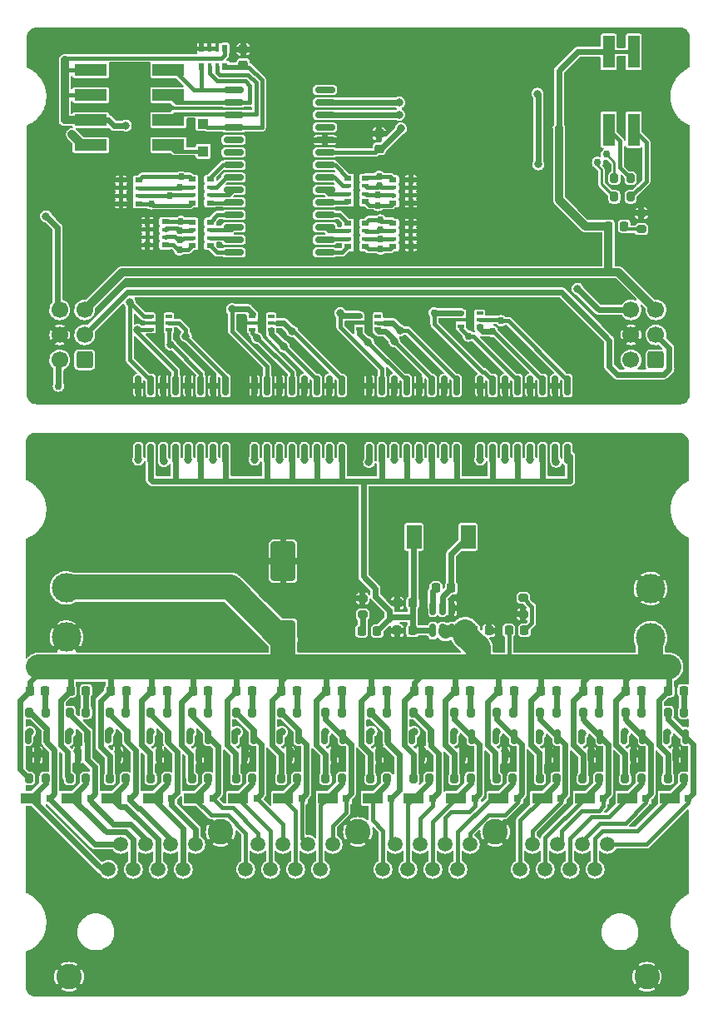
<source format=gbr>
%TF.GenerationSoftware,KiCad,Pcbnew,(6.0.9)*%
%TF.CreationDate,2023-11-09T13:28:12+05:30*%
%TF.ProjectId,Modular-I2C-4PxRJ45-Relay-Driver,4d6f6475-6c61-4722-9d49-32432d345078,2*%
%TF.SameCoordinates,Original*%
%TF.FileFunction,Copper,L1,Top*%
%TF.FilePolarity,Positive*%
%FSLAX46Y46*%
G04 Gerber Fmt 4.6, Leading zero omitted, Abs format (unit mm)*
G04 Created by KiCad (PCBNEW (6.0.9)) date 2023-11-09 13:28:12*
%MOMM*%
%LPD*%
G01*
G04 APERTURE LIST*
G04 Aperture macros list*
%AMRoundRect*
0 Rectangle with rounded corners*
0 $1 Rounding radius*
0 $2 $3 $4 $5 $6 $7 $8 $9 X,Y pos of 4 corners*
0 Add a 4 corners polygon primitive as box body*
4,1,4,$2,$3,$4,$5,$6,$7,$8,$9,$2,$3,0*
0 Add four circle primitives for the rounded corners*
1,1,$1+$1,$2,$3*
1,1,$1+$1,$4,$5*
1,1,$1+$1,$6,$7*
1,1,$1+$1,$8,$9*
0 Add four rect primitives between the rounded corners*
20,1,$1+$1,$2,$3,$4,$5,0*
20,1,$1+$1,$4,$5,$6,$7,0*
20,1,$1+$1,$6,$7,$8,$9,0*
20,1,$1+$1,$8,$9,$2,$3,0*%
G04 Aperture macros list end*
%TA.AperFunction,ComponentPad*%
%ADD10RoundRect,0.250000X0.600000X0.600000X-0.600000X0.600000X-0.600000X-0.600000X0.600000X-0.600000X0*%
%TD*%
%TA.AperFunction,ComponentPad*%
%ADD11C,1.700000*%
%TD*%
%TA.AperFunction,SMDPad,CuDef*%
%ADD12RoundRect,0.218750X0.218750X0.256250X-0.218750X0.256250X-0.218750X-0.256250X0.218750X-0.256250X0*%
%TD*%
%TA.AperFunction,SMDPad,CuDef*%
%ADD13RoundRect,0.200000X-0.200000X-0.275000X0.200000X-0.275000X0.200000X0.275000X-0.200000X0.275000X0*%
%TD*%
%TA.AperFunction,SMDPad,CuDef*%
%ADD14R,2.000000X1.100000*%
%TD*%
%TA.AperFunction,SMDPad,CuDef*%
%ADD15R,0.800000X0.800000*%
%TD*%
%TA.AperFunction,SMDPad,CuDef*%
%ADD16RoundRect,0.150000X-0.150000X0.837500X-0.150000X-0.837500X0.150000X-0.837500X0.150000X0.837500X0*%
%TD*%
%TA.AperFunction,SMDPad,CuDef*%
%ADD17R,0.650000X0.400000*%
%TD*%
%TA.AperFunction,SMDPad,CuDef*%
%ADD18RoundRect,0.150000X-0.150000X0.587500X-0.150000X-0.587500X0.150000X-0.587500X0.150000X0.587500X0*%
%TD*%
%TA.AperFunction,ComponentPad*%
%ADD19C,3.000000*%
%TD*%
%TA.AperFunction,SMDPad,CuDef*%
%ADD20R,0.800000X0.500000*%
%TD*%
%TA.AperFunction,SMDPad,CuDef*%
%ADD21R,0.800000X0.400000*%
%TD*%
%TA.AperFunction,SMDPad,CuDef*%
%ADD22RoundRect,0.200000X-0.275000X0.200000X-0.275000X-0.200000X0.275000X-0.200000X0.275000X0.200000X0*%
%TD*%
%TA.AperFunction,SMDPad,CuDef*%
%ADD23RoundRect,0.218750X-0.218750X-0.256250X0.218750X-0.256250X0.218750X0.256250X-0.218750X0.256250X0*%
%TD*%
%TA.AperFunction,SMDPad,CuDef*%
%ADD24RoundRect,0.225000X0.250000X-0.225000X0.250000X0.225000X-0.250000X0.225000X-0.250000X-0.225000X0*%
%TD*%
%TA.AperFunction,SMDPad,CuDef*%
%ADD25R,0.500000X0.800000*%
%TD*%
%TA.AperFunction,SMDPad,CuDef*%
%ADD26R,0.400000X0.800000*%
%TD*%
%TA.AperFunction,SMDPad,CuDef*%
%ADD27RoundRect,0.225000X0.225000X0.250000X-0.225000X0.250000X-0.225000X-0.250000X0.225000X-0.250000X0*%
%TD*%
%TA.AperFunction,SMDPad,CuDef*%
%ADD28RoundRect,0.200000X0.200000X0.275000X-0.200000X0.275000X-0.200000X-0.275000X0.200000X-0.275000X0*%
%TD*%
%TA.AperFunction,SMDPad,CuDef*%
%ADD29RoundRect,0.150000X0.150000X-0.512500X0.150000X0.512500X-0.150000X0.512500X-0.150000X-0.512500X0*%
%TD*%
%TA.AperFunction,SMDPad,CuDef*%
%ADD30RoundRect,0.225000X-0.225000X-0.250000X0.225000X-0.250000X0.225000X0.250000X-0.225000X0.250000X0*%
%TD*%
%TA.AperFunction,SMDPad,CuDef*%
%ADD31R,1.500000X2.400000*%
%TD*%
%TA.AperFunction,SMDPad,CuDef*%
%ADD32RoundRect,0.250000X1.000000X-1.750000X1.000000X1.750000X-1.000000X1.750000X-1.000000X-1.750000X0*%
%TD*%
%TA.AperFunction,SMDPad,CuDef*%
%ADD33RoundRect,0.150000X0.875000X0.150000X-0.875000X0.150000X-0.875000X-0.150000X0.875000X-0.150000X0*%
%TD*%
%TA.AperFunction,SMDPad,CuDef*%
%ADD34R,1.200000X3.300000*%
%TD*%
%TA.AperFunction,SMDPad,CuDef*%
%ADD35R,3.300000X1.200000*%
%TD*%
%TA.AperFunction,SMDPad,CuDef*%
%ADD36RoundRect,0.200000X0.275000X-0.200000X0.275000X0.200000X-0.275000X0.200000X-0.275000X-0.200000X0*%
%TD*%
%TA.AperFunction,SMDPad,CuDef*%
%ADD37R,1.100000X1.100000*%
%TD*%
%TA.AperFunction,ComponentPad*%
%ADD38C,1.500000*%
%TD*%
%TA.AperFunction,ComponentPad*%
%ADD39C,2.600000*%
%TD*%
%TA.AperFunction,SMDPad,CuDef*%
%ADD40RoundRect,0.225000X-0.250000X0.225000X-0.250000X-0.225000X0.250000X-0.225000X0.250000X0.225000X0*%
%TD*%
%TA.AperFunction,ViaPad*%
%ADD41C,0.800000*%
%TD*%
%TA.AperFunction,ViaPad*%
%ADD42C,0.756400*%
%TD*%
%TA.AperFunction,Conductor*%
%ADD43C,0.406400*%
%TD*%
%TA.AperFunction,Conductor*%
%ADD44C,0.250000*%
%TD*%
%TA.AperFunction,Conductor*%
%ADD45C,0.609600*%
%TD*%
%TA.AperFunction,Conductor*%
%ADD46C,0.812800*%
%TD*%
%TA.AperFunction,Conductor*%
%ADD47C,0.304800*%
%TD*%
%TA.AperFunction,Conductor*%
%ADD48C,2.540000*%
%TD*%
%TA.AperFunction,Conductor*%
%ADD49C,1.219200*%
%TD*%
G04 APERTURE END LIST*
D10*
%TO.P,J1,1,Pin_1*%
%TO.N,SCL*%
X159933600Y-34864000D03*
D11*
%TO.P,J1,2,Pin_2*%
%TO.N,SDA*%
X157393600Y-34864000D03*
%TO.P,J1,3,Pin_3*%
%TO.N,Net-(J1-Pad3)*%
X159933600Y-32324000D03*
%TO.P,J1,4,Pin_4*%
%TO.N,GNDREF*%
X157393600Y-32324000D03*
%TO.P,J1,5,Pin_5*%
%TO.N,VCC*%
X159933600Y-29784000D03*
%TO.P,J1,6,Pin_6*%
%TO.N,RST*%
X157393600Y-29784000D03*
%TD*%
D12*
%TO.P,LED56,1,K*%
%TO.N,Net-(LED56-Pad1)*%
X118836500Y-68519000D03*
%TO.P,LED56,2,A*%
%TO.N,VDD*%
X117261500Y-68519000D03*
%TD*%
D13*
%TO.P,TH59,1*%
%TO.N,VDD*%
X130893000Y-77468400D03*
%TO.P,TH59,2*%
%TO.N,RC9+*%
X132543000Y-77468400D03*
%TD*%
D14*
%TO.P,D57,1,K*%
%TO.N,RC7+*%
X121982150Y-79441000D03*
D15*
%TO.P,D57,2,A*%
%TO.N,RC7-*%
X123882150Y-79441000D03*
%TD*%
D14*
%TO.P,D61,1,K*%
%TO.N,RC11+*%
X139607000Y-79441000D03*
D15*
%TO.P,D61,2,A*%
%TO.N,RC11-*%
X141507000Y-79441000D03*
%TD*%
D16*
%TO.P,U5,1,Pin_1*%
%TO.N,p3-d*%
X139639000Y-37497500D03*
%TO.P,U5,2,Pin_2*%
%TO.N,GNDREF*%
X138369000Y-37497500D03*
%TO.P,U5,3,Pin_3*%
%TO.N,p3-c*%
X137099000Y-37497500D03*
%TO.P,U5,4,Pin_4*%
%TO.N,GNDREF*%
X135829000Y-37497500D03*
%TO.P,U5,5,Pin_5*%
%TO.N,p3-b*%
X134559000Y-37497500D03*
%TO.P,U5,6,Pin_6*%
%TO.N,GNDREF*%
X133289000Y-37497500D03*
%TO.P,U5,7,Pin_7*%
%TO.N,p3-a*%
X132019000Y-37497500D03*
%TO.P,U5,8,Pin_8*%
%TO.N,GNDREF*%
X130749000Y-37497500D03*
%TO.P,U5,9,Pin_9*%
%TO.N,p3-a5*%
X130749000Y-44422500D03*
%TO.P,U5,10,Pin_10*%
%TO.N,+5V*%
X132019000Y-44422500D03*
%TO.P,U5,11,Pin_11*%
%TO.N,p3-b5*%
X133289000Y-44422500D03*
%TO.P,U5,12,Pin_12*%
%TO.N,+5V*%
X134559000Y-44422500D03*
%TO.P,U5,13,Pin_13*%
%TO.N,p3-c5*%
X135829000Y-44422500D03*
%TO.P,U5,14,Pin_14*%
%TO.N,+5V*%
X137099000Y-44422500D03*
%TO.P,U5,15,Pin_15*%
%TO.N,p3-d5*%
X138369000Y-44422500D03*
%TO.P,U5,16,Pin_16*%
%TO.N,+5V*%
X139639000Y-44422500D03*
%TD*%
D12*
%TO.P,LED66,1,K*%
%TO.N,Net-(LED66-Pad1)*%
X162767300Y-68519000D03*
%TO.P,LED66,2,A*%
%TO.N,VDD*%
X161192300Y-68519000D03*
%TD*%
D17*
%TO.P,D8,1,K*%
%TO.N,p1-a*%
X108463000Y-30473800D03*
%TO.P,D8,2,A*%
%TO.N,GNDREF*%
X108463000Y-31123800D03*
%TO.P,D8,3,K*%
%TO.N,p1-b*%
X108463000Y-31773800D03*
%TO.P,D8,4,K*%
%TO.N,p1-c*%
X110363000Y-31773800D03*
%TO.P,D8,5,K*%
%TO.N,p1-d*%
X110363000Y-31123800D03*
%TO.P,D8,6,K*%
%TO.N,unconnected-(D8-Pad6)*%
X110363000Y-30473800D03*
%TD*%
D16*
%TO.P,U4,1,Pin_1*%
%TO.N,p2-d*%
X127955000Y-37497500D03*
%TO.P,U4,2,Pin_2*%
%TO.N,GNDREF*%
X126685000Y-37497500D03*
%TO.P,U4,3,Pin_3*%
%TO.N,p2-c*%
X125415000Y-37497500D03*
%TO.P,U4,4,Pin_4*%
%TO.N,GNDREF*%
X124145000Y-37497500D03*
%TO.P,U4,5,Pin_5*%
%TO.N,p2-b*%
X122875000Y-37497500D03*
%TO.P,U4,6,Pin_6*%
%TO.N,GNDREF*%
X121605000Y-37497500D03*
%TO.P,U4,7,Pin_7*%
%TO.N,p2-a*%
X120335000Y-37497500D03*
%TO.P,U4,8,Pin_8*%
%TO.N,GNDREF*%
X119065000Y-37497500D03*
%TO.P,U4,9,Pin_9*%
%TO.N,p2-a5*%
X119065000Y-44422500D03*
%TO.P,U4,10,Pin_10*%
%TO.N,+5V*%
X120335000Y-44422500D03*
%TO.P,U4,11,Pin_11*%
%TO.N,p2-b5*%
X121605000Y-44422500D03*
%TO.P,U4,12,Pin_12*%
%TO.N,+5V*%
X122875000Y-44422500D03*
%TO.P,U4,13,Pin_13*%
%TO.N,p2-c5*%
X124145000Y-44422500D03*
%TO.P,U4,14,Pin_14*%
%TO.N,+5V*%
X125415000Y-44422500D03*
%TO.P,U4,15,Pin_15*%
%TO.N,p2-d5*%
X126685000Y-44422500D03*
%TO.P,U4,16,Pin_16*%
%TO.N,+5V*%
X127955000Y-44422500D03*
%TD*%
D14*
%TO.P,D63,1,K*%
%TO.N,RC13+*%
X148339300Y-79441000D03*
D15*
%TO.P,D63,2,A*%
%TO.N,RC13-*%
X150239300Y-79441000D03*
%TD*%
D12*
%TO.P,LED60,1,K*%
%TO.N,Net-(LED60-Pad1)*%
X136881800Y-68519000D03*
%TO.P,LED60,2,A*%
%TO.N,VDD*%
X135306800Y-68519000D03*
%TD*%
%TO.P,D3,1,K*%
%TO.N,Net-(D3-Pad1)*%
X146547900Y-62397600D03*
%TO.P,D3,2,A*%
%TO.N,VDD*%
X144972900Y-62397600D03*
%TD*%
D13*
%TO.P,R58,1*%
%TO.N,RC8-*%
X126313500Y-70721700D03*
%TO.P,R58,2*%
%TO.N,Net-(LED58-Pad1)*%
X127963500Y-70721700D03*
%TD*%
D18*
%TO.P,Q54,1,D*%
%TO.N,RC4-*%
X110308500Y-73169500D03*
%TO.P,Q54,2,G*%
%TO.N,p1-d5*%
X108408500Y-73169500D03*
%TO.P,Q54,3,S*%
%TO.N,GNDPWR*%
X109358500Y-75044500D03*
%TD*%
D17*
%TO.P,D7,1,K*%
%TO.N,p4-a*%
X140086000Y-30150000D03*
%TO.P,D7,2,A*%
%TO.N,GNDREF*%
X140086000Y-30800000D03*
%TO.P,D7,3,K*%
%TO.N,p4-b*%
X140086000Y-31450000D03*
%TO.P,D7,4,K*%
%TO.N,p4-c*%
X141986000Y-31450000D03*
%TO.P,D7,5,K*%
%TO.N,p4-d*%
X141986000Y-30800000D03*
%TO.P,D7,6,K*%
%TO.N,unconnected-(D7-Pad6)*%
X141986000Y-30150000D03*
%TD*%
D13*
%TO.P,TH54,1*%
%TO.N,VDD*%
X108533500Y-77468400D03*
%TO.P,TH54,2*%
%TO.N,RC4+*%
X110183500Y-77468400D03*
%TD*%
D12*
%TO.P,LED55,1,K*%
%TO.N,Net-(LED55-Pad1)*%
X114357000Y-68519000D03*
%TO.P,LED55,2,A*%
%TO.N,VDD*%
X112782000Y-68519000D03*
%TD*%
D13*
%TO.P,TH61,1*%
%TO.N,VDD*%
X139409500Y-77468400D03*
%TO.P,TH61,2*%
%TO.N,RC11+*%
X141059500Y-77468400D03*
%TD*%
D12*
%TO.P,LED58,1,K*%
%TO.N,Net-(LED58-Pad1)*%
X127946000Y-68519000D03*
%TO.P,LED58,2,A*%
%TO.N,VDD*%
X126371000Y-68519000D03*
%TD*%
D13*
%TO.P,R61,1*%
%TO.N,RC11-*%
X139417000Y-70721700D03*
%TO.P,R61,2*%
%TO.N,Net-(LED61-Pad1)*%
X141067000Y-70721700D03*
%TD*%
D18*
%TO.P,Q53,1,D*%
%TO.N,RC3-*%
X106117500Y-73155262D03*
%TO.P,Q53,2,G*%
%TO.N,p1-c5*%
X104217500Y-73155262D03*
%TO.P,Q53,3,S*%
%TO.N,GNDPWR*%
X105167500Y-75030262D03*
%TD*%
%TO.P,Q63,1,D*%
%TO.N,RC13-*%
X149916800Y-73169500D03*
%TO.P,Q63,2,G*%
%TO.N,p4-a5*%
X148016800Y-73169500D03*
%TO.P,Q63,3,S*%
%TO.N,GNDPWR*%
X148966800Y-75044500D03*
%TD*%
D12*
%TO.P,LED63,1,K*%
%TO.N,Net-(LED63-Pad1)*%
X149781800Y-68519000D03*
%TO.P,LED63,2,A*%
%TO.N,VDD*%
X148206800Y-68519000D03*
%TD*%
%TO.P,LED65,1,K*%
%TO.N,Net-(LED65-Pad1)*%
X158441000Y-68519000D03*
%TO.P,LED65,2,A*%
%TO.N,VDD*%
X156866000Y-68519000D03*
%TD*%
D19*
%TO.P,J4,1,1*%
%TO.N,VDD*%
X159367900Y-63133800D03*
%TO.P,J4,2,2*%
%TO.N,GNDPWR*%
X159367900Y-58135800D03*
%TD*%
D10*
%TO.P,J2,1,Pin_1*%
%TO.N,SCL*%
X101793000Y-34864000D03*
D11*
%TO.P,J2,2,Pin_2*%
%TO.N,SDA*%
X99253000Y-34864000D03*
%TO.P,J2,3,Pin_3*%
%TO.N,Net-(J1-Pad3)*%
X101793000Y-32324000D03*
%TO.P,J2,4,Pin_4*%
%TO.N,GNDREF*%
X99253000Y-32324000D03*
%TO.P,J2,5,Pin_5*%
%TO.N,VCC*%
X101793000Y-29784000D03*
%TO.P,J2,6,Pin_6*%
%TO.N,RST*%
X99253000Y-29784000D03*
%TD*%
D20*
%TO.P,RN9,1,R1.1*%
%TO.N,GNDREF*%
X108182800Y-20811600D03*
D21*
%TO.P,RN9,2,R2.1*%
X108182800Y-21611600D03*
%TO.P,RN9,3,R3.1*%
X108182800Y-22411600D03*
D20*
%TO.P,RN9,4,R4.1*%
X108182800Y-23211600D03*
%TO.P,RN9,5,R4.2*%
%TO.N,p2-d*%
X109982800Y-23211600D03*
D21*
%TO.P,RN9,6,R3.2*%
%TO.N,p2-c*%
X109982800Y-22411600D03*
%TO.P,RN9,7,R2.2*%
%TO.N,p2-b*%
X109982800Y-21611600D03*
D20*
%TO.P,RN9,8,R1.2*%
%TO.N,p2-a*%
X109982800Y-20811600D03*
%TD*%
D22*
%TO.P,R5,1*%
%TO.N,Net-(D3-Pad1)*%
X146420800Y-59083400D03*
%TO.P,R5,2*%
%TO.N,GNDPWR*%
X146420800Y-60733400D03*
%TD*%
D23*
%TO.P,D2,1,K*%
%TO.N,Net-(D2-Pad1)*%
X129986900Y-62448400D03*
%TO.P,D2,2,A*%
%TO.N,+5V*%
X131561900Y-62448400D03*
%TD*%
D24*
%TO.P,C1,1*%
%TO.N,Net-(C1-Pad1)*%
X117922000Y-4847800D03*
%TO.P,C1,2*%
%TO.N,GNDREF*%
X117922000Y-3297800D03*
%TD*%
D25*
%TO.P,RN1,1,R1.1*%
%TO.N,VCC*%
X116074000Y-3230000D03*
D26*
%TO.P,RN1,2,R2.1*%
%TO.N,GNDREF*%
X115274000Y-3230000D03*
%TO.P,RN1,3,R3.1*%
X114474000Y-3230000D03*
D25*
%TO.P,RN1,4,R4.1*%
X113674000Y-3230000D03*
%TO.P,RN1,5,R4.2*%
%TO.N,Net-(RN1-Pad5)*%
X113674000Y-5030000D03*
D26*
%TO.P,RN1,6,R3.2*%
%TO.N,Net-(RN1-Pad6)*%
X114474000Y-5030000D03*
%TO.P,RN1,7,R2.2*%
%TO.N,Net-(RN1-Pad7)*%
X115274000Y-5030000D03*
D25*
%TO.P,RN1,8,R1.2*%
%TO.N,Net-(C1-Pad1)*%
X116074000Y-5030000D03*
%TD*%
D14*
%TO.P,D64,1,K*%
%TO.N,RC14+*%
X152680500Y-79441000D03*
D15*
%TO.P,D64,2,A*%
%TO.N,RC14-*%
X154580500Y-79441000D03*
%TD*%
D27*
%TO.P,C9,1*%
%TO.N,GNDPWR*%
X142928600Y-62397600D03*
%TO.P,C9,2*%
%TO.N,VDD*%
X141378600Y-62397600D03*
%TD*%
D28*
%TO.P,R4,1*%
%TO.N,Net-(R4-Pad1)*%
X157348350Y-16396300D03*
%TO.P,R4,2*%
%TO.N,SDA*%
X155698350Y-16396300D03*
%TD*%
D13*
%TO.P,R60,1*%
%TO.N,RC10-*%
X135249300Y-70721700D03*
%TO.P,R60,2*%
%TO.N,Net-(LED60-Pad1)*%
X136899300Y-70721700D03*
%TD*%
D12*
%TO.P,LED57,1,K*%
%TO.N,Net-(LED57-Pad1)*%
X123408500Y-68519000D03*
%TO.P,LED57,2,A*%
%TO.N,VDD*%
X121833500Y-68519000D03*
%TD*%
D20*
%TO.P,RN7,1,R1.1*%
%TO.N,GNDREF*%
X105490400Y-16595200D03*
D21*
%TO.P,RN7,2,R2.1*%
X105490400Y-17395200D03*
%TO.P,RN7,3,R3.1*%
X105490400Y-18195200D03*
D20*
%TO.P,RN7,4,R4.1*%
X105490400Y-18995200D03*
%TO.P,RN7,5,R4.2*%
%TO.N,p1-d*%
X107290400Y-18995200D03*
D21*
%TO.P,RN7,6,R3.2*%
%TO.N,p1-c*%
X107290400Y-18195200D03*
%TO.P,RN7,7,R2.2*%
%TO.N,p1-b*%
X107290400Y-17395200D03*
D20*
%TO.P,RN7,8,R1.2*%
%TO.N,p1-a*%
X107290400Y-16595200D03*
%TD*%
D29*
%TO.P,U2,1,FB*%
%TO.N,+5V*%
X137241200Y-62404500D03*
%TO.P,U2,2,EN*%
%TO.N,VDD*%
X138191200Y-62404500D03*
%TO.P,U2,3,IN*%
X139141200Y-62404500D03*
%TO.P,U2,4,GND*%
%TO.N,GNDPWR*%
X139141200Y-60129500D03*
%TO.P,U2,5,SW*%
%TO.N,Net-(C6-Pad1)*%
X138191200Y-60129500D03*
%TO.P,U2,6,BST*%
%TO.N,Net-(C6-Pad2)*%
X137241200Y-60129500D03*
%TD*%
D14*
%TO.P,D53,1,K*%
%TO.N,RC3+*%
X104540000Y-79441000D03*
D15*
%TO.P,D53,2,A*%
%TO.N,RC3-*%
X106440000Y-79441000D03*
%TD*%
D13*
%TO.P,TH60,1*%
%TO.N,VDD*%
X135241800Y-77468400D03*
%TO.P,TH60,2*%
%TO.N,RC10+*%
X136891800Y-77468400D03*
%TD*%
D30*
%TO.P,C7,1*%
%TO.N,GNDPWR*%
X133606200Y-59616000D03*
%TO.P,C7,2*%
%TO.N,+5V*%
X135156200Y-59616000D03*
%TD*%
%TO.P,C8,1*%
%TO.N,GNDPWR*%
X133593200Y-62410000D03*
%TO.P,C8,2*%
%TO.N,+5V*%
X135143200Y-62410000D03*
%TD*%
D13*
%TO.P,R53,1*%
%TO.N,RC3-*%
X104342500Y-70721700D03*
%TO.P,R53,2*%
%TO.N,Net-(LED53-Pad1)*%
X105992500Y-70721700D03*
%TD*%
D17*
%TO.P,D6,1,K*%
%TO.N,p3-a*%
X129731350Y-30458800D03*
%TO.P,D6,2,A*%
%TO.N,GNDREF*%
X129731350Y-31108800D03*
%TO.P,D6,3,K*%
%TO.N,p3-b*%
X129731350Y-31758800D03*
%TO.P,D6,4,K*%
%TO.N,p3-c*%
X131631350Y-31758800D03*
%TO.P,D6,5,K*%
%TO.N,p3-d*%
X131631350Y-31108800D03*
%TO.P,D6,6,K*%
%TO.N,unconnected-(D6-Pad6)*%
X131631350Y-30458800D03*
%TD*%
D13*
%TO.P,TH56,1*%
%TO.N,VDD*%
X117210500Y-77468400D03*
%TO.P,TH56,2*%
%TO.N,RC6+*%
X118860500Y-77468400D03*
%TD*%
D12*
%TO.P,LED53,1,K*%
%TO.N,Net-(LED53-Pad1)*%
X106009500Y-68519000D03*
%TO.P,LED53,2,A*%
%TO.N,VDD*%
X104434500Y-68519000D03*
%TD*%
D20*
%TO.P,RN16,1,R1.1*%
%TO.N,p1-a*%
X112754800Y-16502800D03*
D21*
%TO.P,RN16,2,R2.1*%
%TO.N,p1-b*%
X112754800Y-17302800D03*
%TO.P,RN16,3,R3.1*%
%TO.N,p1-c*%
X112754800Y-18102800D03*
D20*
%TO.P,RN16,4,R4.1*%
%TO.N,p1-d*%
X112754800Y-18902800D03*
%TO.P,RN16,5,R4.2*%
%TO.N,Net-(RN16-Pad5)*%
X114554800Y-18902800D03*
D21*
%TO.P,RN16,6,R3.2*%
%TO.N,Net-(RN16-Pad6)*%
X114554800Y-18102800D03*
%TO.P,RN16,7,R2.2*%
%TO.N,Net-(RN16-Pad7)*%
X114554800Y-17302800D03*
D20*
%TO.P,RN16,8,R1.2*%
%TO.N,Net-(RN16-Pad8)*%
X114554800Y-16502800D03*
%TD*%
D16*
%TO.P,U3,1,Pin_1*%
%TO.N,p1-d*%
X116144000Y-37497500D03*
%TO.P,U3,2,Pin_2*%
%TO.N,GNDREF*%
X114874000Y-37497500D03*
%TO.P,U3,3,Pin_3*%
%TO.N,p1-c*%
X113604000Y-37497500D03*
%TO.P,U3,4,Pin_4*%
%TO.N,GNDREF*%
X112334000Y-37497500D03*
%TO.P,U3,5,Pin_5*%
%TO.N,p1-b*%
X111064000Y-37497500D03*
%TO.P,U3,6,Pin_6*%
%TO.N,GNDREF*%
X109794000Y-37497500D03*
%TO.P,U3,7,Pin_7*%
%TO.N,p1-a*%
X108524000Y-37497500D03*
%TO.P,U3,8,Pin_8*%
%TO.N,GNDREF*%
X107254000Y-37497500D03*
%TO.P,U3,9,Pin_9*%
%TO.N,p1-a5*%
X107254000Y-44422500D03*
%TO.P,U3,10,Pin_10*%
%TO.N,+5V*%
X108524000Y-44422500D03*
%TO.P,U3,11,Pin_11*%
%TO.N,p1-b5*%
X109794000Y-44422500D03*
%TO.P,U3,12,Pin_12*%
%TO.N,+5V*%
X111064000Y-44422500D03*
%TO.P,U3,13,Pin_13*%
%TO.N,p1-c5*%
X112334000Y-44422500D03*
%TO.P,U3,14,Pin_14*%
%TO.N,+5V*%
X113604000Y-44422500D03*
%TO.P,U3,15,Pin_15*%
%TO.N,p1-d5*%
X114874000Y-44422500D03*
%TO.P,U3,16,Pin_16*%
%TO.N,+5V*%
X116144000Y-44422500D03*
%TD*%
D18*
%TO.P,Q58,1,D*%
%TO.N,RC8-*%
X128088500Y-73169500D03*
%TO.P,Q58,2,G*%
%TO.N,p2-d5*%
X126188500Y-73169500D03*
%TO.P,Q58,3,S*%
%TO.N,GNDPWR*%
X127138500Y-75044500D03*
%TD*%
D13*
%TO.P,R51,1*%
%TO.N,RC1-*%
X96142000Y-70721700D03*
%TO.P,R51,2*%
%TO.N,Net-(LED51-Pad1)*%
X97792000Y-70721700D03*
%TD*%
%TO.P,TH53,1*%
%TO.N,VDD*%
X104342500Y-77468400D03*
%TO.P,TH53,2*%
%TO.N,RC3+*%
X105992500Y-77468400D03*
%TD*%
D12*
%TO.P,LED61,1,K*%
%TO.N,Net-(LED61-Pad1)*%
X141049500Y-68519000D03*
%TO.P,LED61,2,A*%
%TO.N,VDD*%
X139474500Y-68519000D03*
%TD*%
%TO.P,LED64,1,K*%
%TO.N,Net-(LED64-Pad1)*%
X154123000Y-68519000D03*
%TO.P,LED64,2,A*%
%TO.N,VDD*%
X152548000Y-68519000D03*
%TD*%
D31*
%TO.P,L1,1,1*%
%TO.N,Net-(C6-Pad1)*%
X140801200Y-52885000D03*
%TO.P,L1,2,2*%
%TO.N,+5V*%
X135301200Y-52885000D03*
%TD*%
D13*
%TO.P,R54,1*%
%TO.N,RC4-*%
X108533500Y-70721700D03*
%TO.P,R54,2*%
%TO.N,Net-(LED54-Pad1)*%
X110183500Y-70721700D03*
%TD*%
%TO.P,TH57,1*%
%TO.N,VDD*%
X121784650Y-77468400D03*
%TO.P,TH57,2*%
%TO.N,RC7+*%
X123434650Y-77468400D03*
%TD*%
D14*
%TO.P,D55,1,K*%
%TO.N,RC5+*%
X112922000Y-79441000D03*
D15*
%TO.P,D55,2,A*%
%TO.N,RC5-*%
X114822000Y-79441000D03*
%TD*%
D12*
%TO.P,LED52,1,K*%
%TO.N,Net-(LED52-Pad1)*%
X101911000Y-68519000D03*
%TO.P,LED52,2,A*%
%TO.N,VDD*%
X100336000Y-68519000D03*
%TD*%
D13*
%TO.P,R65,1*%
%TO.N,RC15-*%
X156808500Y-70721700D03*
%TO.P,R65,2*%
%TO.N,Net-(LED65-Pad1)*%
X158458500Y-70721700D03*
%TD*%
%TO.P,TH66,1*%
%TO.N,VDD*%
X161127300Y-77468400D03*
%TO.P,TH66,2*%
%TO.N,RC16+*%
X162777300Y-77468400D03*
%TD*%
D32*
%TO.P,C5,1*%
%TO.N,VDD*%
X121986000Y-63349600D03*
%TO.P,C5,2*%
%TO.N,GNDPWR*%
X121986000Y-55349600D03*
%TD*%
D20*
%TO.P,RN15,1,R1.1*%
%TO.N,p4-a*%
X130379000Y-18792000D03*
D21*
%TO.P,RN15,2,R2.1*%
%TO.N,p4-b*%
X130379000Y-17992000D03*
%TO.P,RN15,3,R3.1*%
%TO.N,p4-c*%
X130379000Y-17192000D03*
D20*
%TO.P,RN15,4,R4.1*%
%TO.N,p4-d*%
X130379000Y-16392000D03*
%TO.P,RN15,5,R4.2*%
%TO.N,Net-(RN15-Pad5)*%
X128579000Y-16392000D03*
D21*
%TO.P,RN15,6,R3.2*%
%TO.N,Net-(RN15-Pad6)*%
X128579000Y-17192000D03*
%TO.P,RN15,7,R2.2*%
%TO.N,Net-(RN15-Pad7)*%
X128579000Y-17992000D03*
D20*
%TO.P,RN15,8,R1.2*%
%TO.N,Net-(RN15-Pad8)*%
X128579000Y-18792000D03*
%TD*%
D13*
%TO.P,TH55,1*%
%TO.N,VDD*%
X112724500Y-77468400D03*
%TO.P,TH55,2*%
%TO.N,RC5+*%
X114374500Y-77468400D03*
%TD*%
%TO.P,TH58,1*%
%TO.N,VDD*%
X126313500Y-77468400D03*
%TO.P,TH58,2*%
%TO.N,RC8+*%
X127963500Y-77468400D03*
%TD*%
%TO.P,R56,1*%
%TO.N,RC6-*%
X117210500Y-70721700D03*
%TO.P,R56,2*%
%TO.N,Net-(LED56-Pad1)*%
X118860500Y-70721700D03*
%TD*%
D28*
%TO.P,R3,1*%
%TO.N,Net-(R3-Pad1)*%
X157348350Y-18301300D03*
%TO.P,R3,2*%
%TO.N,SCL*%
X155698350Y-18301300D03*
%TD*%
D12*
%TO.P,LED59,1,K*%
%TO.N,Net-(LED59-Pad1)*%
X132552500Y-68519000D03*
%TO.P,LED59,2,A*%
%TO.N,VDD*%
X130977500Y-68519000D03*
%TD*%
D18*
%TO.P,Q65,1,D*%
%TO.N,RC15-*%
X158576000Y-73169500D03*
%TO.P,Q65,2,G*%
%TO.N,p4-c5*%
X156676000Y-73169500D03*
%TO.P,Q65,3,S*%
%TO.N,GNDPWR*%
X157626000Y-75044500D03*
%TD*%
D12*
%TO.P,LED51,1,K*%
%TO.N,Net-(LED51-Pad1)*%
X97774500Y-68519000D03*
%TO.P,LED51,2,A*%
%TO.N,VDD*%
X96199500Y-68519000D03*
%TD*%
%TO.P,D4,1,K*%
%TO.N,Net-(D4-Pad1)*%
X156682500Y-21275000D03*
%TO.P,D4,2,A*%
%TO.N,VCC*%
X155107500Y-21275000D03*
%TD*%
D13*
%TO.P,TH62,1*%
%TO.N,VDD*%
X143720000Y-77468400D03*
%TO.P,TH62,2*%
%TO.N,RC12+*%
X145370000Y-77468400D03*
%TD*%
%TO.P,TH63,1*%
%TO.N,VDD*%
X148141800Y-77468400D03*
%TO.P,TH63,2*%
%TO.N,RC13+*%
X149791800Y-77468400D03*
%TD*%
%TO.P,R64,1*%
%TO.N,RC14-*%
X152490500Y-70721700D03*
%TO.P,R64,2*%
%TO.N,Net-(LED64-Pad1)*%
X154140500Y-70721700D03*
%TD*%
D14*
%TO.P,D58,1,K*%
%TO.N,RC8+*%
X126511000Y-79441000D03*
D15*
%TO.P,D58,2,A*%
%TO.N,RC8-*%
X128411000Y-79441000D03*
%TD*%
D13*
%TO.P,R62,1*%
%TO.N,RC12-*%
X143727500Y-70721700D03*
%TO.P,R62,2*%
%TO.N,Net-(LED62-Pad1)*%
X145377500Y-70721700D03*
%TD*%
D20*
%TO.P,RN5,1,R1.1*%
%TO.N,GNDREF*%
X134976400Y-18944400D03*
D21*
%TO.P,RN5,2,R2.1*%
X134976400Y-18144400D03*
%TO.P,RN5,3,R3.1*%
X134976400Y-17344400D03*
D20*
%TO.P,RN5,4,R4.1*%
X134976400Y-16544400D03*
%TO.P,RN5,5,R4.2*%
%TO.N,p4-d*%
X133176400Y-16544400D03*
D21*
%TO.P,RN5,6,R3.2*%
%TO.N,p4-c*%
X133176400Y-17344400D03*
%TO.P,RN5,7,R2.2*%
%TO.N,p4-b*%
X133176400Y-18144400D03*
D20*
%TO.P,RN5,8,R1.2*%
%TO.N,p4-a*%
X133176400Y-18944400D03*
%TD*%
D14*
%TO.P,D65,1,K*%
%TO.N,RC15+*%
X156998500Y-79441000D03*
D15*
%TO.P,D65,2,A*%
%TO.N,RC15-*%
X158898500Y-79441000D03*
%TD*%
D14*
%TO.P,D60,1,K*%
%TO.N,RC10+*%
X135290500Y-79441000D03*
D15*
%TO.P,D60,2,A*%
%TO.N,RC10-*%
X137190500Y-79441000D03*
%TD*%
D18*
%TO.P,Q57,1,D*%
%TO.N,RC7-*%
X123559650Y-73169500D03*
%TO.P,Q57,2,G*%
%TO.N,p2-c5*%
X121659650Y-73169500D03*
%TO.P,Q57,3,S*%
%TO.N,GNDPWR*%
X122609650Y-75044500D03*
%TD*%
D14*
%TO.P,D52,1,K*%
%TO.N,RC2+*%
X100476000Y-79441000D03*
D15*
%TO.P,D52,2,A*%
%TO.N,RC2-*%
X102376000Y-79441000D03*
%TD*%
D13*
%TO.P,R66,1*%
%TO.N,RC16-*%
X161134800Y-70721700D03*
%TO.P,R66,2*%
%TO.N,Net-(LED66-Pad1)*%
X162784800Y-70721700D03*
%TD*%
D18*
%TO.P,Q61,1,D*%
%TO.N,RC11-*%
X141184500Y-73169500D03*
%TO.P,Q61,2,G*%
%TO.N,p3-c5*%
X139284500Y-73169500D03*
%TO.P,Q61,3,S*%
%TO.N,GNDPWR*%
X140234500Y-75044500D03*
%TD*%
D33*
%TO.P,U1,1,GPB0*%
%TO.N,Net-(RN11-Pad8)*%
X126255000Y-23942000D03*
%TO.P,U1,2,GPB1*%
%TO.N,Net-(RN11-Pad7)*%
X126255000Y-22672000D03*
%TO.P,U1,3,GPB2*%
%TO.N,Net-(RN11-Pad6)*%
X126255000Y-21402000D03*
%TO.P,U1,4,GPB3*%
%TO.N,Net-(RN11-Pad5)*%
X126255000Y-20132000D03*
%TO.P,U1,5,GPB4*%
%TO.N,Net-(RN15-Pad8)*%
X126255000Y-18862000D03*
%TO.P,U1,6,GPB5*%
%TO.N,Net-(RN15-Pad7)*%
X126255000Y-17592000D03*
%TO.P,U1,7,GPB6*%
%TO.N,Net-(RN15-Pad6)*%
X126255000Y-16322000D03*
%TO.P,U1,8,GPB7*%
%TO.N,Net-(RN15-Pad5)*%
X126255000Y-15052000D03*
%TO.P,U1,9,VDD*%
%TO.N,VCC*%
X126255000Y-13782000D03*
%TO.P,U1,10,VSS*%
%TO.N,GNDREF*%
X126255000Y-12512000D03*
%TO.P,U1,11,NC*%
%TO.N,unconnected-(U1-Pad11)*%
X126255000Y-11242000D03*
%TO.P,U1,12,SCK*%
%TO.N,SCL*%
X126255000Y-9972000D03*
%TO.P,U1,13,SDA*%
%TO.N,SDA*%
X126255000Y-8702000D03*
%TO.P,U1,14,NC*%
%TO.N,unconnected-(U1-Pad14)*%
X126255000Y-7432000D03*
%TO.P,U1,15,A0*%
%TO.N,Net-(RN1-Pad5)*%
X116955000Y-7432000D03*
%TO.P,U1,16,A1*%
%TO.N,Net-(RN1-Pad6)*%
X116955000Y-8702000D03*
%TO.P,U1,17,A2*%
%TO.N,Net-(RN1-Pad7)*%
X116955000Y-9972000D03*
%TO.P,U1,18,~{RESET}*%
%TO.N,Net-(C1-Pad1)*%
X116955000Y-11242000D03*
%TO.P,U1,19,INTB*%
%TO.N,unconnected-(U1-Pad19)*%
X116955000Y-12512000D03*
%TO.P,U1,20,INTA*%
%TO.N,unconnected-(U1-Pad20)*%
X116955000Y-13782000D03*
%TO.P,U1,21,GPA0*%
%TO.N,Net-(RN16-Pad8)*%
X116955000Y-15052000D03*
%TO.P,U1,22,GPA1*%
%TO.N,Net-(RN16-Pad7)*%
X116955000Y-16322000D03*
%TO.P,U1,23,GPA2*%
%TO.N,Net-(RN16-Pad6)*%
X116955000Y-17592000D03*
%TO.P,U1,24,GPA3*%
%TO.N,Net-(RN16-Pad5)*%
X116955000Y-18862000D03*
%TO.P,U1,25,GPA4*%
%TO.N,Net-(RN12-Pad8)*%
X116955000Y-20132000D03*
%TO.P,U1,26,GPA5*%
%TO.N,Net-(RN12-Pad7)*%
X116955000Y-21402000D03*
%TO.P,U1,27,GPA6*%
%TO.N,Net-(RN12-Pad6)*%
X116955000Y-22672000D03*
%TO.P,U1,28,GPA7*%
%TO.N,Net-(RN12-Pad5)*%
X116955000Y-23942000D03*
%TD*%
D14*
%TO.P,D54,1,K*%
%TO.N,RC4+*%
X108731000Y-79441000D03*
D15*
%TO.P,D54,2,A*%
%TO.N,RC4-*%
X110631000Y-79441000D03*
%TD*%
D13*
%TO.P,R57,1*%
%TO.N,RC7-*%
X121784650Y-70721700D03*
%TO.P,R57,2*%
%TO.N,Net-(LED57-Pad1)*%
X123434650Y-70721700D03*
%TD*%
%TO.P,R59,1*%
%TO.N,RC9-*%
X130900500Y-70721700D03*
%TO.P,R59,2*%
%TO.N,Net-(LED59-Pad1)*%
X132550500Y-70721700D03*
%TD*%
D18*
%TO.P,Q60,1,D*%
%TO.N,RC10-*%
X137016800Y-73169500D03*
%TO.P,Q60,2,G*%
%TO.N,p3-b5*%
X135116800Y-73169500D03*
%TO.P,Q60,3,S*%
%TO.N,GNDPWR*%
X136066800Y-75044500D03*
%TD*%
D20*
%TO.P,RN3,1,R1.1*%
%TO.N,GNDREF*%
X134976400Y-23364000D03*
D21*
%TO.P,RN3,2,R2.1*%
X134976400Y-22564000D03*
%TO.P,RN3,3,R3.1*%
X134976400Y-21764000D03*
D20*
%TO.P,RN3,4,R4.1*%
X134976400Y-20964000D03*
%TO.P,RN3,5,R4.2*%
%TO.N,p3-d*%
X133176400Y-20964000D03*
D21*
%TO.P,RN3,6,R3.2*%
%TO.N,p3-c*%
X133176400Y-21764000D03*
%TO.P,RN3,7,R2.2*%
%TO.N,p3-b*%
X133176400Y-22564000D03*
D20*
%TO.P,RN3,8,R1.2*%
%TO.N,p3-a*%
X133176400Y-23364000D03*
%TD*%
%TO.P,RN11,1,R1.1*%
%TO.N,p3-a*%
X130379000Y-23364000D03*
D21*
%TO.P,RN11,2,R2.1*%
%TO.N,p3-b*%
X130379000Y-22564000D03*
%TO.P,RN11,3,R3.1*%
%TO.N,p3-c*%
X130379000Y-21764000D03*
D20*
%TO.P,RN11,4,R4.1*%
%TO.N,p3-d*%
X130379000Y-20964000D03*
%TO.P,RN11,5,R4.2*%
%TO.N,Net-(RN11-Pad5)*%
X128579000Y-20964000D03*
D21*
%TO.P,RN11,6,R3.2*%
%TO.N,Net-(RN11-Pad6)*%
X128579000Y-21764000D03*
%TO.P,RN11,7,R2.2*%
%TO.N,Net-(RN11-Pad7)*%
X128579000Y-22564000D03*
D20*
%TO.P,RN11,8,R1.2*%
%TO.N,Net-(RN11-Pad8)*%
X128579000Y-23364000D03*
%TD*%
D18*
%TO.P,Q52,1,D*%
%TO.N,RC2-*%
X102053500Y-73169500D03*
%TO.P,Q52,2,G*%
%TO.N,p1-b5*%
X100153500Y-73169500D03*
%TO.P,Q52,3,S*%
%TO.N,GNDPWR*%
X101103500Y-75044500D03*
%TD*%
%TO.P,Q59,1,D*%
%TO.N,RC9-*%
X132668000Y-73169500D03*
%TO.P,Q59,2,G*%
%TO.N,p3-a5*%
X130768000Y-73169500D03*
%TO.P,Q59,3,S*%
%TO.N,GNDPWR*%
X131718000Y-75044500D03*
%TD*%
%TO.P,Q56,1,D*%
%TO.N,RC6-*%
X118985500Y-73169500D03*
%TO.P,Q56,2,G*%
%TO.N,p2-b5*%
X117085500Y-73169500D03*
%TO.P,Q56,3,S*%
%TO.N,GNDPWR*%
X118035500Y-75044500D03*
%TD*%
D13*
%TO.P,R55,1*%
%TO.N,RC5-*%
X112724500Y-70721700D03*
%TO.P,R55,2*%
%TO.N,Net-(LED55-Pad1)*%
X114374500Y-70721700D03*
%TD*%
%TO.P,TH51,1*%
%TO.N,VDD*%
X96142000Y-77468400D03*
%TO.P,TH51,2*%
%TO.N,RC1+*%
X97792000Y-77468400D03*
%TD*%
D19*
%TO.P,J3,1,1*%
%TO.N,VDD*%
X99938800Y-58069800D03*
%TO.P,J3,2,2*%
%TO.N,GNDPWR*%
X99938800Y-63067800D03*
%TD*%
D13*
%TO.P,R52,1*%
%TO.N,RC2-*%
X100278500Y-70721700D03*
%TO.P,R52,2*%
%TO.N,Net-(LED52-Pad1)*%
X101928500Y-70721700D03*
%TD*%
D34*
%TO.P,SW5,1*%
%TO.N,Net-(R4-Pad1)*%
X155133000Y-11456300D03*
%TO.P,SW5,2*%
%TO.N,Net-(R3-Pad1)*%
X157673000Y-11456300D03*
%TO.P,SW5,3*%
%TO.N,VCC*%
X157673000Y-3556300D03*
%TO.P,SW5,4*%
X155133000Y-3556300D03*
%TD*%
D16*
%TO.P,U6,1,Pin_1*%
%TO.N,p4-d*%
X150942000Y-37497500D03*
%TO.P,U6,2,Pin_2*%
%TO.N,GNDREF*%
X149672000Y-37497500D03*
%TO.P,U6,3,Pin_3*%
%TO.N,p4-c*%
X148402000Y-37497500D03*
%TO.P,U6,4,Pin_4*%
%TO.N,GNDREF*%
X147132000Y-37497500D03*
%TO.P,U6,5,Pin_5*%
%TO.N,p4-b*%
X145862000Y-37497500D03*
%TO.P,U6,6,Pin_6*%
%TO.N,GNDREF*%
X144592000Y-37497500D03*
%TO.P,U6,7,Pin_7*%
%TO.N,p4-a*%
X143322000Y-37497500D03*
%TO.P,U6,8,Pin_8*%
%TO.N,GNDREF*%
X142052000Y-37497500D03*
%TO.P,U6,9,Pin_9*%
%TO.N,p4-a5*%
X142052000Y-44422500D03*
%TO.P,U6,10,Pin_10*%
%TO.N,+5V*%
X143322000Y-44422500D03*
%TO.P,U6,11,Pin_11*%
%TO.N,p4-b5*%
X144592000Y-44422500D03*
%TO.P,U6,12,Pin_12*%
%TO.N,+5V*%
X145862000Y-44422500D03*
%TO.P,U6,13,Pin_13*%
%TO.N,p4-c5*%
X147132000Y-44422500D03*
%TO.P,U6,14,Pin_14*%
%TO.N,+5V*%
X148402000Y-44422500D03*
%TO.P,U6,15,Pin_15*%
%TO.N,p4-d5*%
X149672000Y-44422500D03*
%TO.P,U6,16,Pin_16*%
%TO.N,+5V*%
X150942000Y-44422500D03*
%TD*%
D20*
%TO.P,RN12,1,R1.1*%
%TO.N,p2-a*%
X112754800Y-20862400D03*
D21*
%TO.P,RN12,2,R2.1*%
%TO.N,p2-b*%
X112754800Y-21662400D03*
%TO.P,RN12,3,R3.1*%
%TO.N,p2-c*%
X112754800Y-22462400D03*
D20*
%TO.P,RN12,4,R4.1*%
%TO.N,p2-d*%
X112754800Y-23262400D03*
%TO.P,RN12,5,R4.2*%
%TO.N,Net-(RN12-Pad5)*%
X114554800Y-23262400D03*
D21*
%TO.P,RN12,6,R3.2*%
%TO.N,Net-(RN12-Pad6)*%
X114554800Y-22462400D03*
%TO.P,RN12,7,R2.2*%
%TO.N,Net-(RN12-Pad7)*%
X114554800Y-21662400D03*
D20*
%TO.P,RN12,8,R1.2*%
%TO.N,Net-(RN12-Pad8)*%
X114554800Y-20862400D03*
%TD*%
D18*
%TO.P,Q62,1,D*%
%TO.N,RC12-*%
X145495000Y-73169500D03*
%TO.P,Q62,2,G*%
%TO.N,p3-d5*%
X143595000Y-73169500D03*
%TO.P,Q62,3,S*%
%TO.N,GNDPWR*%
X144545000Y-75044500D03*
%TD*%
D35*
%TO.P,SW1,1*%
%TO.N,VCC*%
X102415000Y-5400000D03*
%TO.P,SW1,2*%
X102415000Y-7940000D03*
%TO.P,SW1,3*%
X102415000Y-10480000D03*
%TO.P,SW1,4*%
%TO.N,RST*%
X102415000Y-13020000D03*
%TO.P,SW1,5*%
%TO.N,Net-(D1-Pad1)*%
X110315000Y-13020000D03*
%TO.P,SW1,6*%
%TO.N,Net-(RN1-Pad7)*%
X110315000Y-10480000D03*
%TO.P,SW1,7*%
%TO.N,Net-(RN1-Pad6)*%
X110315000Y-7940000D03*
%TO.P,SW1,8*%
%TO.N,Net-(RN1-Pad5)*%
X110315000Y-5400000D03*
%TD*%
D14*
%TO.P,D59,1,K*%
%TO.N,RC9+*%
X131090500Y-79441000D03*
D15*
%TO.P,D59,2,A*%
%TO.N,RC9-*%
X132990500Y-79441000D03*
%TD*%
D14*
%TO.P,D56,1,K*%
%TO.N,RC6+*%
X117408000Y-79441000D03*
D15*
%TO.P,D56,2,A*%
%TO.N,RC6-*%
X119308000Y-79441000D03*
%TD*%
D27*
%TO.P,C6,1*%
%TO.N,Net-(C6-Pad1)*%
X139093200Y-58092000D03*
%TO.P,C6,2*%
%TO.N,Net-(C6-Pad2)*%
X137543200Y-58092000D03*
%TD*%
D18*
%TO.P,Q55,1,D*%
%TO.N,RC5-*%
X114372500Y-73169500D03*
%TO.P,Q55,2,G*%
%TO.N,p2-a5*%
X112472500Y-73169500D03*
%TO.P,Q55,3,S*%
%TO.N,GNDPWR*%
X113422500Y-75044500D03*
%TD*%
D36*
%TO.P,R6,1*%
%TO.N,Net-(D4-Pad1)*%
X158435000Y-21592000D03*
%TO.P,R6,2*%
%TO.N,GNDREF*%
X158435000Y-19942000D03*
%TD*%
D13*
%TO.P,R63,1*%
%TO.N,RC13-*%
X148149300Y-70721700D03*
%TO.P,R63,2*%
%TO.N,Net-(LED63-Pad1)*%
X149799300Y-70721700D03*
%TD*%
D12*
%TO.P,LED62,1,K*%
%TO.N,Net-(LED62-Pad1)*%
X145506500Y-68519000D03*
%TO.P,LED62,2,A*%
%TO.N,VDD*%
X143931500Y-68519000D03*
%TD*%
D18*
%TO.P,Q51,1,D*%
%TO.N,RC1-*%
X97917000Y-73169500D03*
%TO.P,Q51,2,G*%
%TO.N,p1-a5*%
X96017000Y-73169500D03*
%TO.P,Q51,3,S*%
%TO.N,GNDPWR*%
X96967000Y-75044500D03*
%TD*%
D37*
%TO.P,D1,1,K*%
%TO.N,Net-(D1-Pad1)*%
X113858000Y-13658000D03*
%TO.P,D1,2,A*%
%TO.N,Net-(C1-Pad1)*%
X113858000Y-10858000D03*
%TD*%
D38*
%TO.P,RJ45-1,A1,A1*%
%TO.N,RC1+*%
X104206000Y-86692500D03*
%TO.P,RJ45-1,A2,A2*%
%TO.N,RC1-*%
X105476000Y-84152500D03*
%TO.P,RJ45-1,A3,A3*%
%TO.N,RC2+*%
X106746000Y-86692500D03*
%TO.P,RJ45-1,A4,A4*%
%TO.N,RC2-*%
X108016000Y-84152500D03*
%TO.P,RJ45-1,A5,A5*%
%TO.N,RC3+*%
X109286000Y-86692500D03*
%TO.P,RJ45-1,A6,A6*%
%TO.N,RC3-*%
X110556000Y-84152500D03*
%TO.P,RJ45-1,A7,A7*%
%TO.N,RC4+*%
X111826000Y-86692500D03*
%TO.P,RJ45-1,A8,A8*%
%TO.N,RC4-*%
X113096000Y-84152500D03*
%TO.P,RJ45-1,B1,B1*%
%TO.N,RC5+*%
X118176000Y-86692500D03*
%TO.P,RJ45-1,B2,B2*%
%TO.N,RC5-*%
X119446000Y-84152500D03*
%TO.P,RJ45-1,B3,B3*%
%TO.N,RC6+*%
X120716000Y-86692500D03*
%TO.P,RJ45-1,B4,B4*%
%TO.N,RC6-*%
X121986000Y-84152500D03*
%TO.P,RJ45-1,B5,B5*%
%TO.N,RC7+*%
X123256000Y-86692500D03*
%TO.P,RJ45-1,B6,B6*%
%TO.N,RC7-*%
X124526000Y-84152500D03*
%TO.P,RJ45-1,B7,B7*%
%TO.N,RC8+*%
X125796000Y-86692500D03*
%TO.P,RJ45-1,B8,B8*%
%TO.N,RC8-*%
X127066000Y-84152500D03*
%TO.P,RJ45-1,C1,C1*%
%TO.N,RC9+*%
X132146000Y-86692500D03*
%TO.P,RJ45-1,C2,C2*%
%TO.N,RC9-*%
X133416000Y-84152500D03*
%TO.P,RJ45-1,C3,C3*%
%TO.N,RC10+*%
X134686000Y-86692500D03*
%TO.P,RJ45-1,C4,C4*%
%TO.N,RC10-*%
X135956000Y-84152500D03*
%TO.P,RJ45-1,C5,C5*%
%TO.N,RC11+*%
X137226000Y-86692500D03*
%TO.P,RJ45-1,C6,C6*%
%TO.N,RC11-*%
X138496000Y-84152500D03*
%TO.P,RJ45-1,C7,C7*%
%TO.N,RC12+*%
X139766000Y-86692500D03*
%TO.P,RJ45-1,C8,C8*%
%TO.N,RC12-*%
X141036000Y-84152500D03*
%TO.P,RJ45-1,D1,D1*%
%TO.N,RC13+*%
X146116000Y-86692500D03*
%TO.P,RJ45-1,D2,D2*%
%TO.N,RC13-*%
X147386000Y-84152500D03*
%TO.P,RJ45-1,D3,D3*%
%TO.N,RC14+*%
X148656000Y-86692500D03*
%TO.P,RJ45-1,D4,D4*%
%TO.N,RC14-*%
X149926000Y-84152500D03*
%TO.P,RJ45-1,D5,D5*%
%TO.N,RC15+*%
X151196000Y-86692500D03*
%TO.P,RJ45-1,D6,D6*%
%TO.N,RC15-*%
X152466000Y-84152500D03*
%TO.P,RJ45-1,D7,D7*%
%TO.N,RC16+*%
X153736000Y-86692500D03*
%TO.P,RJ45-1,D8,D8*%
%TO.N,RC16-*%
X155006000Y-84152500D03*
D39*
%TO.P,RJ45-1,EH,EH*%
%TO.N,GNDPWR*%
X143576000Y-82882500D03*
X159006000Y-97612500D03*
X100206000Y-97612500D03*
X129606000Y-82882500D03*
X115636000Y-82882500D03*
%TD*%
D40*
%TO.P,C3,1*%
%TO.N,GNDREF*%
X131765000Y-11864000D03*
%TO.P,C3,2*%
%TO.N,VCC*%
X131765000Y-13414000D03*
%TD*%
D12*
%TO.P,LED54,1,K*%
%TO.N,Net-(LED54-Pad1)*%
X110166000Y-68519000D03*
%TO.P,LED54,2,A*%
%TO.N,VDD*%
X108591000Y-68519000D03*
%TD*%
D22*
%TO.P,R1,1*%
%TO.N,GNDPWR*%
X130063200Y-59134200D03*
%TO.P,R1,2*%
%TO.N,Net-(D2-Pad1)*%
X130063200Y-60784200D03*
%TD*%
D13*
%TO.P,TH65,1*%
%TO.N,VDD*%
X156801000Y-77468400D03*
%TO.P,TH65,2*%
%TO.N,RC15+*%
X158451000Y-77468400D03*
%TD*%
D18*
%TO.P,Q66,1,D*%
%TO.N,RC16-*%
X162902300Y-73169500D03*
%TO.P,Q66,2,G*%
%TO.N,p4-d5*%
X161002300Y-73169500D03*
%TO.P,Q66,3,S*%
%TO.N,GNDPWR*%
X161952300Y-75044500D03*
%TD*%
D14*
%TO.P,D51,1,K*%
%TO.N,RC1+*%
X96339500Y-79441000D03*
D15*
%TO.P,D51,2,A*%
%TO.N,RC1-*%
X98239500Y-79441000D03*
%TD*%
D13*
%TO.P,TH52,1*%
%TO.N,VDD*%
X100278500Y-77468400D03*
%TO.P,TH52,2*%
%TO.N,RC2+*%
X101928500Y-77468400D03*
%TD*%
%TO.P,TH64,1*%
%TO.N,VDD*%
X152483000Y-77468400D03*
%TO.P,TH64,2*%
%TO.N,RC14+*%
X154133000Y-77468400D03*
%TD*%
D14*
%TO.P,D66,1,K*%
%TO.N,RC16+*%
X161324800Y-79441000D03*
D15*
%TO.P,D66,2,A*%
%TO.N,RC16-*%
X163224800Y-79441000D03*
%TD*%
D14*
%TO.P,D62,1,K*%
%TO.N,RC12+*%
X143917500Y-79441000D03*
D15*
%TO.P,D62,2,A*%
%TO.N,RC12-*%
X145817500Y-79441000D03*
%TD*%
D17*
%TO.P,D5,1,K*%
%TO.N,p2-a*%
X118870350Y-30473800D03*
%TO.P,D5,2,A*%
%TO.N,GNDREF*%
X118870350Y-31123800D03*
%TO.P,D5,3,K*%
%TO.N,p2-b*%
X118870350Y-31773800D03*
%TO.P,D5,4,K*%
%TO.N,p2-c*%
X120770350Y-31773800D03*
%TO.P,D5,5,K*%
%TO.N,p2-d*%
X120770350Y-31123800D03*
%TO.P,D5,6,K*%
%TO.N,unconnected-(D5-Pad6)*%
X120770350Y-30473800D03*
%TD*%
D18*
%TO.P,Q64,1,D*%
%TO.N,RC14-*%
X154258000Y-73169500D03*
%TO.P,Q64,2,G*%
%TO.N,p4-b5*%
X152358000Y-73169500D03*
%TO.P,Q64,3,S*%
%TO.N,GNDPWR*%
X153308000Y-75044500D03*
%TD*%
D41*
%TO.N,GNDREF*%
X109413000Y-31181000D03*
X138851600Y-31206400D03*
X130622000Y-31181000D03*
X119827000Y-31054000D03*
%TO.N,SCL*%
X133797000Y-9952800D03*
D42*
X153990000Y-14798000D03*
D41*
%TO.N,SDA*%
X133807800Y-8712800D03*
D42*
X99126000Y-37531000D03*
X154879000Y-13983300D03*
D41*
%TO.N,RST*%
X151951350Y-27631650D03*
X97856000Y-20259000D03*
X147965071Y-14994800D03*
X147887350Y-7808500D03*
D42*
X100498350Y-11932800D03*
D41*
%TO.N,p2-a*%
X116772350Y-29726800D03*
D42*
X111572000Y-20792400D03*
%TO.N,p2-b*%
X111485457Y-21744377D03*
D41*
X119319000Y-32632500D03*
D42*
%TO.N,p2-c*%
X111464095Y-22700040D03*
D41*
X122062903Y-33536800D03*
%TO.N,p2-d*%
X122925800Y-31993800D03*
D42*
X111433820Y-23665464D03*
%TO.N,p4-a*%
X137378400Y-30088800D03*
X131646097Y-19158703D03*
%TO.N,p4-b*%
X131654200Y-18102800D03*
X140851580Y-32457620D03*
%TO.N,p4-c*%
X143271200Y-31968400D03*
X131795563Y-17157408D03*
%TO.N,p4-d*%
X144153700Y-30901600D03*
X131755693Y-16202337D03*
%TO.N,p1-a*%
X111598497Y-16246897D03*
D41*
X106373874Y-29022000D03*
D42*
%TO.N,p1-b*%
X111486000Y-17302800D03*
D41*
X107176574Y-31816000D03*
D42*
%TO.N,p1-c*%
X110406400Y-18169700D03*
D41*
X110556000Y-33340000D03*
D42*
%TO.N,p1-d*%
X108577152Y-19000558D03*
D41*
X112092700Y-32463700D03*
D42*
%TO.N,p3-a*%
X131892494Y-23628703D03*
D41*
X127821350Y-30107800D03*
%TO.N,p3-b*%
X130632043Y-33070700D03*
D42*
X131873000Y-22564000D03*
D41*
%TO.N,p3-c*%
X133289000Y-32959000D03*
D42*
X131839441Y-21608687D03*
D41*
%TO.N,p3-d*%
X133873200Y-31866800D03*
D42*
X131876811Y-20653515D03*
D41*
%TO.N,VCC*%
X105984000Y-11038800D03*
X150046350Y-11311550D03*
X133974800Y-11343600D03*
%TO.N,GNDPWR*%
X122748000Y-74615000D03*
X142306000Y-53202800D03*
X132857200Y-54625200D03*
X131892000Y-52034400D03*
X133771600Y-55895200D03*
X142356800Y-60518000D03*
X127968000Y-63251300D03*
X136972000Y-63921600D03*
X143322000Y-57317600D03*
X144287200Y-54625200D03*
X118176000Y-74488000D03*
X142306000Y-51932800D03*
X132857200Y-58130400D03*
X143271200Y-54625200D03*
X131892000Y-53355200D03*
X142356800Y-55742800D03*
X143322000Y-55793600D03*
X142306000Y-54574400D03*
X136210000Y-74615000D03*
X133771600Y-57063600D03*
X144287200Y-53253600D03*
X143322000Y-60518000D03*
X131892000Y-50561200D03*
X97094000Y-74615000D03*
X153355000Y-74615000D03*
X157673000Y-74615000D03*
X140426400Y-58435200D03*
X150078400Y-63820000D03*
X133771600Y-52034400D03*
X131892000Y-57063600D03*
X142356800Y-58384400D03*
X105222000Y-74742000D03*
X144592000Y-74615000D03*
X141391600Y-59451200D03*
X142356800Y-57317600D03*
X140426400Y-57368400D03*
X144338000Y-55793600D03*
X161991000Y-74615000D03*
X113604000Y-74488000D03*
X109413000Y-74742000D03*
X150636000Y-57564800D03*
X131892000Y-74488000D03*
X141391600Y-58435200D03*
X132857200Y-50561200D03*
X143271200Y-53253600D03*
X132857200Y-57063600D03*
X133771600Y-53355200D03*
X132857200Y-55895200D03*
X141391600Y-57368400D03*
X132857200Y-53355200D03*
X138953200Y-63921600D03*
X144287200Y-51983600D03*
X131892000Y-55895200D03*
X143322000Y-59400400D03*
X137937200Y-63921600D03*
X141391600Y-60568800D03*
X140426400Y-59451200D03*
X131892000Y-54625200D03*
X127320000Y-74488000D03*
X142356800Y-59400400D03*
X149164000Y-74615000D03*
X140401000Y-74488000D03*
X140426400Y-60568800D03*
X133771600Y-58130400D03*
X101031000Y-74615000D03*
X143322000Y-58384400D03*
X133771600Y-50561200D03*
X142356800Y-50612000D03*
X133771600Y-54625200D03*
X143271200Y-51983600D03*
X132857200Y-52034400D03*
%TO.N,p1-a5*%
X107254000Y-45024000D03*
X96205000Y-72710000D03*
%TO.N,p1-b5*%
X100294400Y-72710000D03*
X109844800Y-45176400D03*
%TO.N,p1-c5*%
X104333000Y-72583000D03*
X112334000Y-45024000D03*
%TO.N,p1-d5*%
X114874000Y-45024000D03*
X108524000Y-72710000D03*
%TO.N,p2-a5*%
X112588000Y-72710000D03*
X119065000Y-45024000D03*
%TO.N,p2-b5*%
X117287000Y-72710000D03*
X121605000Y-45024000D03*
%TO.N,p2-c5*%
X124145000Y-45024000D03*
X121859000Y-72710000D03*
%TO.N,p2-d5*%
X126304000Y-72710000D03*
X126685000Y-45024000D03*
%TO.N,p3-a5*%
X130723600Y-45278000D03*
X130977600Y-72659200D03*
%TO.N,p3-b5*%
X133289000Y-45024000D03*
X135321000Y-72710000D03*
%TO.N,p3-c5*%
X139385000Y-72710000D03*
X135829000Y-45024000D03*
%TO.N,p3-d5*%
X138369000Y-45024000D03*
X143703000Y-72710000D03*
%TO.N,p4-a5*%
X142052000Y-45024000D03*
X148148000Y-72837000D03*
%TO.N,p4-b5*%
X144592000Y-45024000D03*
X152466000Y-72837000D03*
%TO.N,p4-c5*%
X147132000Y-45024000D03*
X156784000Y-72710000D03*
%TO.N,p4-d5*%
X149773600Y-45227200D03*
X161102000Y-72760800D03*
%TD*%
D43*
%TO.N,Net-(C1-Pad1)*%
X116074000Y-5030000D02*
X116143800Y-5099800D01*
X119827000Y-6416000D02*
X119827000Y-11242000D01*
X117922000Y-4847800D02*
X117750800Y-5019000D01*
X114242000Y-11242000D02*
X113858000Y-10858000D01*
X116955000Y-11242000D02*
X114242000Y-11242000D01*
X116143800Y-5099800D02*
X118510800Y-5099800D01*
X117750800Y-5019000D02*
X116085000Y-5019000D01*
X119827000Y-11242000D02*
X116955000Y-11242000D01*
X118510800Y-5099800D02*
X119827000Y-6416000D01*
X116085000Y-5019000D02*
X116074000Y-5030000D01*
D44*
%TO.N,SCL*%
X153990000Y-15132950D02*
X154364350Y-15507300D01*
X154364350Y-16967300D02*
X155698350Y-18301300D01*
X154364350Y-15507300D02*
X154364350Y-16967300D01*
D45*
X126270800Y-9987800D02*
X126255000Y-9972000D01*
X133797000Y-9952800D02*
X133762000Y-9987800D01*
D44*
X153990000Y-14798000D02*
X153990000Y-15132950D01*
D45*
X133762000Y-9987800D02*
X126270800Y-9987800D01*
%TO.N,Net-(J1-Pad3)*%
X161288400Y-35776648D02*
X160719248Y-36345800D01*
X155175200Y-32874200D02*
X150307000Y-28006000D01*
X161288400Y-33678800D02*
X161288400Y-35776648D01*
X159933600Y-32324000D02*
X161288400Y-33678800D01*
X155175200Y-35552177D02*
X155175200Y-32874200D01*
X150307000Y-28006000D02*
X106111000Y-28006000D01*
X106111000Y-28006000D02*
X101793000Y-32324000D01*
X160719248Y-36345800D02*
X155968823Y-36345800D01*
X155968823Y-36345800D02*
X155175200Y-35552177D01*
%TO.N,SDA*%
X133807800Y-8712800D02*
X133802800Y-8717800D01*
D44*
X154879000Y-13983300D02*
X155698350Y-14802650D01*
D45*
X99126000Y-37531000D02*
X99126000Y-34991000D01*
X99126000Y-34991000D02*
X99253000Y-34864000D01*
X133802800Y-8717800D02*
X126270800Y-8717800D01*
D44*
X155698350Y-14802650D02*
X155698350Y-16396300D01*
D45*
X126270800Y-8717800D02*
X126255000Y-8702000D01*
%TO.N,RST*%
X99018360Y-21421360D02*
X99018360Y-29549360D01*
X99018360Y-29549360D02*
X99253000Y-29784000D01*
D46*
X100498350Y-11932800D02*
X101585550Y-13020000D01*
D45*
X147965071Y-14994800D02*
X147965071Y-7886221D01*
X154103700Y-29784000D02*
X157393600Y-29784000D01*
X97856000Y-20259000D02*
X99018360Y-21421360D01*
D46*
X101585550Y-13020000D02*
X102415000Y-13020000D01*
D45*
X147965071Y-7886221D02*
X147887350Y-7808500D01*
X151951350Y-27631650D02*
X154103700Y-29784000D01*
%TO.N,RC1-*%
X98239500Y-79441000D02*
X98239500Y-79570500D01*
X97917000Y-73741475D02*
X97917000Y-73169500D01*
X98696800Y-74521275D02*
X97917000Y-73741475D01*
X98239500Y-79570500D02*
X102821500Y-84152500D01*
X96142000Y-70721700D02*
X96248700Y-70721700D01*
X98696800Y-78983700D02*
X98696800Y-74521275D01*
X102821500Y-84152500D02*
X105476000Y-84152500D01*
X96248700Y-70721700D02*
X97917000Y-72390000D01*
X97917000Y-72390000D02*
X97917000Y-73169500D01*
X98239500Y-79441000D02*
X98696800Y-78983700D01*
%TO.N,RC2-*%
X102833300Y-76297062D02*
X102833300Y-78983700D01*
X102376000Y-79441000D02*
X102376000Y-79770000D01*
X104694100Y-82088100D02*
X106472100Y-82088100D01*
X100278500Y-70721700D02*
X100278500Y-70941500D01*
X108016000Y-83632000D02*
X108016000Y-84152500D01*
X102376000Y-79770000D02*
X104694100Y-82088100D01*
X100278500Y-70941500D02*
X102053500Y-72716500D01*
X102053500Y-73169500D02*
X102053500Y-75517262D01*
X106472100Y-82088100D02*
X108016000Y-83632000D01*
X102053500Y-75517262D02*
X102833300Y-76297062D01*
X102053500Y-72716500D02*
X102053500Y-73169500D01*
X102833300Y-78983700D02*
X102376000Y-79441000D01*
%TO.N,RC3-*%
X104342500Y-70721700D02*
X104342500Y-70941500D01*
X106117500Y-73686975D02*
X107000000Y-74569475D01*
X110556000Y-83632000D02*
X110556000Y-84152500D01*
X107419800Y-80495800D02*
X110556000Y-83632000D01*
X107000000Y-74569475D02*
X107000000Y-78881000D01*
X106117500Y-73155262D02*
X106117500Y-73686975D01*
X106440000Y-79441000D02*
X106440000Y-79709600D01*
X107000000Y-78881000D02*
X106440000Y-79441000D01*
X104342500Y-70941500D02*
X106117500Y-72716500D01*
X106117500Y-72716500D02*
X106117500Y-73155262D01*
X106440000Y-79709600D02*
X107226200Y-80495800D01*
X107226200Y-80495800D02*
X107419800Y-80495800D01*
%TO.N,RC4-*%
X110308500Y-73813975D02*
X111191000Y-74696475D01*
X111191000Y-74696475D02*
X111191000Y-78881000D01*
X110631000Y-79441000D02*
X110631000Y-80151000D01*
X110308500Y-73169500D02*
X110308500Y-73813975D01*
X108533500Y-70941500D02*
X110308500Y-72716500D01*
X110631000Y-80151000D02*
X113096000Y-82616000D01*
X110308500Y-72716500D02*
X110308500Y-73169500D01*
X113096000Y-82616000D02*
X113096000Y-84152500D01*
X108533500Y-70721700D02*
X108533500Y-70941500D01*
X111191000Y-78881000D02*
X110631000Y-79441000D01*
%TO.N,RC5-*%
X115382000Y-74179000D02*
X115382000Y-78881000D01*
D43*
X115775200Y-80394200D02*
X116843200Y-80394200D01*
D45*
X115382000Y-78881000D02*
X114822000Y-79441000D01*
X114372500Y-72716500D02*
X114372500Y-73169500D01*
X112724500Y-71068500D02*
X114372500Y-72716500D01*
X114372500Y-73169500D02*
X115382000Y-74179000D01*
X112724500Y-70721700D02*
X112724500Y-71068500D01*
D43*
X114822000Y-79441000D02*
X115775200Y-80394200D01*
X116843200Y-80394200D02*
X119446000Y-82997000D01*
X119446000Y-82997000D02*
X119446000Y-84152500D01*
D45*
%TO.N,RC6-*%
X117210500Y-70721700D02*
X117210500Y-70728500D01*
D43*
X121986000Y-82119000D02*
X121986000Y-84152500D01*
D45*
X119765300Y-78983700D02*
X119308000Y-79441000D01*
X118985500Y-72503500D02*
X118985500Y-73169500D01*
X117210500Y-70728500D02*
X118985500Y-72503500D01*
X119765300Y-73949300D02*
X119765300Y-78983700D01*
X118985500Y-73169500D02*
X119765300Y-73949300D01*
D43*
X119308000Y-79441000D02*
X121986000Y-82119000D01*
%TO.N,RC7-*%
X123882150Y-83508650D02*
X124526000Y-84152500D01*
D45*
X123559650Y-73169500D02*
X124339450Y-73949300D01*
D43*
X123882150Y-79441000D02*
X123882150Y-83508650D01*
D45*
X123559650Y-72496700D02*
X121784650Y-70721700D01*
X123559650Y-73169500D02*
X123559650Y-72496700D01*
X124339450Y-73949300D02*
X124339450Y-78983700D01*
X124339450Y-78983700D02*
X123882150Y-79441000D01*
%TO.N,RC8-*%
X128868300Y-73949300D02*
X128088500Y-73169500D01*
X126313500Y-70721700D02*
X126313500Y-71394500D01*
D43*
X127066000Y-82235000D02*
X127066000Y-84152500D01*
D45*
X126313500Y-71394500D02*
X128088500Y-73169500D01*
X128411000Y-79441000D02*
X128868300Y-78983700D01*
X128868300Y-78983700D02*
X128868300Y-73949300D01*
D43*
X128411000Y-80890000D02*
X127066000Y-82235000D01*
X128411000Y-79441000D02*
X128411000Y-80890000D01*
%TO.N,Net-(RN1-Pad7)*%
X115490600Y-5903000D02*
X118425000Y-5903000D01*
X115274000Y-5030000D02*
X115274000Y-5686400D01*
X119220600Y-6698600D02*
X119220600Y-9845000D01*
X115274000Y-5686400D02*
X115490600Y-5903000D01*
X110950000Y-9845000D02*
X110315000Y-10480000D01*
X119220600Y-9845000D02*
X110950000Y-9845000D01*
X118425000Y-5903000D02*
X119220600Y-6698600D01*
%TO.N,Net-(RN1-Pad5)*%
X110831400Y-5400000D02*
X110315000Y-5400000D01*
X112863400Y-7432000D02*
X110831400Y-5400000D01*
X116955000Y-7432000D02*
X113604000Y-7432000D01*
X113674000Y-5030000D02*
X113674000Y-7362000D01*
X113604000Y-7432000D02*
X112863400Y-7432000D01*
X113674000Y-7362000D02*
X113604000Y-7432000D01*
%TO.N,Net-(RN1-Pad6)*%
X118614200Y-8717800D02*
X111092800Y-8717800D01*
X111092800Y-8717800D02*
X110315000Y-7940000D01*
X114474000Y-5743979D02*
X115239421Y-6509400D01*
X118142400Y-6509400D02*
X118614200Y-6981200D01*
X118614200Y-6981200D02*
X118614200Y-8717800D01*
X114474000Y-5030000D02*
X114474000Y-5743979D01*
X115239421Y-6509400D02*
X118142400Y-6509400D01*
%TO.N,RC9-*%
X132990500Y-79441000D02*
X132990500Y-83727000D01*
D45*
X132668000Y-72489200D02*
X130900500Y-70721700D01*
X132668000Y-73169500D02*
X132668000Y-72489200D01*
X133797000Y-74996000D02*
X133797000Y-78634500D01*
X133797000Y-78634500D02*
X132990500Y-79441000D01*
X132668000Y-73169500D02*
X132668000Y-73867000D01*
X132668000Y-73867000D02*
X133797000Y-74996000D01*
D43*
X132990500Y-83727000D02*
X133416000Y-84152500D01*
D45*
%TO.N,RC10-*%
X137190500Y-79441000D02*
X137796600Y-78834900D01*
X137796600Y-74931600D02*
X137016800Y-74151800D01*
X137016800Y-74151800D02*
X137016800Y-73169500D01*
X135249300Y-70733300D02*
X137016800Y-72500800D01*
D43*
X135956000Y-81481900D02*
X135956000Y-84152500D01*
X137190500Y-80247400D02*
X135956000Y-81481900D01*
D45*
X135249300Y-70721700D02*
X135249300Y-70733300D01*
X137016800Y-72500800D02*
X137016800Y-73169500D01*
D43*
X137190500Y-79441000D02*
X137190500Y-80247400D01*
D45*
X137796600Y-78834900D02*
X137796600Y-74931600D01*
%TO.N,RC12-*%
X143727500Y-71402000D02*
X145495000Y-73169500D01*
D43*
X144535600Y-81179300D02*
X142870511Y-81179300D01*
D45*
X145817500Y-79441000D02*
X146274800Y-78983700D01*
X143727500Y-70721700D02*
X143727500Y-71402000D01*
D43*
X142870511Y-81179300D02*
X141036000Y-83013811D01*
D45*
X146274800Y-78983700D02*
X146274800Y-73949300D01*
D43*
X141036000Y-83013811D02*
X141036000Y-84152500D01*
X145817500Y-79897400D02*
X144535600Y-81179300D01*
D45*
X146274800Y-73949300D02*
X145495000Y-73169500D01*
D43*
X145817500Y-79441000D02*
X145817500Y-79897400D01*
D45*
%TO.N,RC13-*%
X150696600Y-73949300D02*
X149916800Y-73169500D01*
X150696600Y-78983700D02*
X150696600Y-73949300D01*
X148149300Y-71402000D02*
X149916800Y-73169500D01*
X148149300Y-70721700D02*
X148149300Y-71402000D01*
D43*
X150239300Y-79441000D02*
X150239300Y-79897400D01*
D45*
X150239300Y-79441000D02*
X150696600Y-78983700D01*
D43*
X147386000Y-82750700D02*
X147386000Y-84152500D01*
X150239300Y-79897400D02*
X147386000Y-82750700D01*
D45*
%TO.N,RC14-*%
X155037800Y-78983700D02*
X155037800Y-73949300D01*
D43*
X150307000Y-82743000D02*
X150307000Y-83771500D01*
X154580500Y-80247400D02*
X154116900Y-80711000D01*
D45*
X155037800Y-73949300D02*
X154258000Y-73169500D01*
X154580500Y-79441000D02*
X155037800Y-78983700D01*
D43*
X152339000Y-80711000D02*
X150307000Y-82743000D01*
X154580500Y-79441000D02*
X154580500Y-80247400D01*
D45*
X152490500Y-70721700D02*
X152490500Y-71402000D01*
D43*
X150307000Y-83771500D02*
X149926000Y-84152500D01*
D45*
X152490500Y-71402000D02*
X154258000Y-73169500D01*
D43*
X154116900Y-80711000D02*
X152339000Y-80711000D01*
%TO.N,RC15-*%
X156814900Y-81981000D02*
X154244000Y-81981000D01*
X158898500Y-79441000D02*
X158898500Y-79897400D01*
D45*
X159383100Y-78956400D02*
X159383100Y-73976600D01*
X156808500Y-71402000D02*
X158576000Y-73169500D01*
X158898500Y-79441000D02*
X159383100Y-78956400D01*
X156808500Y-70721700D02*
X156808500Y-71402000D01*
D43*
X158898500Y-79897400D02*
X156814900Y-81981000D01*
X152466000Y-83759000D02*
X152466000Y-84152500D01*
X154244000Y-81981000D02*
X152466000Y-83759000D01*
D45*
X159383100Y-73976600D02*
X158576000Y-73169500D01*
%TO.N,RC16-*%
X163224800Y-79441000D02*
X163682100Y-78983700D01*
X163682100Y-78983700D02*
X163682100Y-73949300D01*
X163682100Y-73949300D02*
X162902300Y-73169500D01*
D43*
X163224800Y-79441000D02*
X163224800Y-79897400D01*
X158969700Y-84152500D02*
X155006000Y-84152500D01*
X163224800Y-79897400D02*
X158969700Y-84152500D01*
D45*
X161134800Y-71402000D02*
X162902300Y-73169500D01*
X161134800Y-70721700D02*
X161134800Y-71402000D01*
%TO.N,Net-(LED51-Pad1)*%
X97774500Y-68519000D02*
X97774500Y-70528700D01*
X97774500Y-70528700D02*
X97792000Y-70546200D01*
%TO.N,Net-(LED52-Pad1)*%
X101911000Y-70577200D02*
X101928500Y-70594700D01*
X101911000Y-68519000D02*
X101911000Y-70577200D01*
%TO.N,Net-(LED53-Pad1)*%
X106009500Y-68519000D02*
X105992500Y-68536000D01*
X105992500Y-68536000D02*
X105992500Y-70594700D01*
%TO.N,Net-(LED54-Pad1)*%
X110166000Y-70577200D02*
X110183500Y-70594700D01*
X110166000Y-68519000D02*
X110166000Y-70577200D01*
%TO.N,Net-(LED55-Pad1)*%
X114357000Y-70704200D02*
X114374500Y-70721700D01*
X114357000Y-68519000D02*
X114357000Y-70704200D01*
%TO.N,Net-(LED56-Pad1)*%
X118836500Y-68519000D02*
X118836500Y-70697700D01*
X118836500Y-70697700D02*
X118860500Y-70721700D01*
%TO.N,Net-(LED57-Pad1)*%
X123408500Y-68519000D02*
X123408500Y-70738700D01*
%TO.N,Net-(LED58-Pad1)*%
X127946000Y-70704200D02*
X127963500Y-70721700D01*
X127946000Y-68519000D02*
X127946000Y-70704200D01*
D43*
%TO.N,Net-(D1-Pad1)*%
X113858000Y-13658000D02*
X110953000Y-13658000D01*
X110953000Y-13658000D02*
X110315000Y-13020000D01*
D45*
%TO.N,p2-a*%
X118423350Y-29726800D02*
X118931350Y-30234800D01*
D43*
X120335000Y-35499000D02*
X116772350Y-31936350D01*
X116772350Y-31936350D02*
X116772350Y-29726800D01*
X112684800Y-20792400D02*
X112754800Y-20862400D01*
X110002000Y-20792400D02*
X109982800Y-20811600D01*
X111572000Y-20792400D02*
X112684800Y-20792400D01*
X111572000Y-20792400D02*
X110002000Y-20792400D01*
D45*
X116772350Y-29726800D02*
X118423350Y-29726800D01*
D43*
X120335000Y-37497500D02*
X120335000Y-35499000D01*
%TO.N,p2-b*%
X111485457Y-21744377D02*
X112672823Y-21744377D01*
X118870350Y-31773800D02*
X118870350Y-32183850D01*
X111251080Y-21510000D02*
X110084400Y-21510000D01*
X119373500Y-32632500D02*
X119319000Y-32632500D01*
X112672823Y-21744377D02*
X112754800Y-21662400D01*
X111485457Y-21744377D02*
X111251080Y-21510000D01*
X122875000Y-36134000D02*
X119373500Y-32632500D01*
X110084400Y-21510000D02*
X109982800Y-21611600D01*
X118870350Y-32183850D02*
X119319000Y-32632500D01*
X122875000Y-37497500D02*
X122875000Y-36134000D01*
D45*
%TO.N,p2-c*%
X121097000Y-32578000D02*
X120770350Y-32251350D01*
X120770350Y-32251350D02*
X120770350Y-31828600D01*
D43*
X111464095Y-22700040D02*
X111336053Y-22700040D01*
X125415000Y-36888897D02*
X125415000Y-37497500D01*
X110084400Y-22310000D02*
X109982800Y-22411600D01*
D45*
X122062903Y-33536800D02*
X121104103Y-32578000D01*
D43*
X112754800Y-22462400D02*
X111872501Y-22462400D01*
X110946013Y-22310000D02*
X110084400Y-22310000D01*
X122062903Y-33536800D02*
X125415000Y-36888897D01*
X111464095Y-22700040D02*
X111634861Y-22700040D01*
X111336053Y-22700040D02*
X110946013Y-22310000D01*
X111634861Y-22700040D02*
X111872501Y-22462400D01*
D45*
X121104103Y-32578000D02*
X121097000Y-32578000D01*
%TO.N,p2-d*%
X122925800Y-31993800D02*
X122055800Y-31123800D01*
D43*
X123052800Y-31993800D02*
X127955000Y-36896000D01*
X111324452Y-23665464D02*
X110788188Y-23129200D01*
X111433820Y-23665464D02*
X111324452Y-23665464D01*
X110065200Y-23129200D02*
X109982800Y-23211600D01*
X127955000Y-36896000D02*
X127955000Y-37497500D01*
X110788188Y-23129200D02*
X110065200Y-23129200D01*
X111433820Y-23665464D02*
X112351736Y-23665464D01*
D45*
X122055800Y-31123800D02*
X121344350Y-31123800D01*
D43*
X112351736Y-23665464D02*
X112754800Y-23262400D01*
X122925800Y-31993800D02*
X123052800Y-31993800D01*
%TO.N,p4-a*%
X131646097Y-19158703D02*
X130745703Y-19158703D01*
X132962097Y-19158703D02*
X133176400Y-18944400D01*
X137378400Y-30088800D02*
X137378400Y-31206400D01*
X130745703Y-19158703D02*
X130379000Y-18792000D01*
D45*
X137378400Y-30088800D02*
X137384800Y-30095200D01*
D43*
X142278800Y-36106800D02*
X142431143Y-36106800D01*
X142431143Y-36106800D02*
X143322000Y-36997657D01*
X131646097Y-19158703D02*
X132962097Y-19158703D01*
X137378400Y-31206400D02*
X142278800Y-36106800D01*
D45*
X137384800Y-30095200D02*
X140086000Y-30095200D01*
D43*
X143322000Y-36997657D02*
X143322000Y-37497500D01*
%TO.N,p4-b*%
X145862000Y-36997657D02*
X145862000Y-37497500D01*
X140851580Y-32457620D02*
X141321963Y-32457620D01*
X131654200Y-18102800D02*
X130489800Y-18102800D01*
X141321963Y-32457620D02*
X145862000Y-36997657D01*
X131670400Y-18119000D02*
X133151000Y-18119000D01*
X133151000Y-18119000D02*
X133176400Y-18144400D01*
X140086000Y-31692040D02*
X140851580Y-32457620D01*
X131654200Y-18102800D02*
X131670400Y-18119000D01*
X140086000Y-31450000D02*
X140086000Y-31692040D01*
X130489800Y-18102800D02*
X130379000Y-17992000D01*
%TO.N,p4-c*%
X143423600Y-31968400D02*
X148402000Y-36946800D01*
X148402000Y-36946800D02*
X148402000Y-37497500D01*
X133151000Y-17319000D02*
X133176400Y-17344400D01*
D45*
X141950400Y-31663600D02*
X141950400Y-31504800D01*
D43*
X131795563Y-17157408D02*
X131957155Y-17319000D01*
X131957155Y-17319000D02*
X133151000Y-17319000D01*
X131795563Y-17157408D02*
X131650171Y-17302800D01*
X130489800Y-17302800D02*
X130379000Y-17192000D01*
D45*
X141950400Y-31504800D02*
X141986000Y-31504800D01*
X142255200Y-31968400D02*
X141950400Y-31663600D01*
X143271200Y-31968400D02*
X142255200Y-31968400D01*
D43*
X143271200Y-31968400D02*
X143423600Y-31968400D01*
X131650171Y-17302800D02*
X130489800Y-17302800D01*
%TO.N,p4-d*%
X144153700Y-30901600D02*
X144896800Y-30901600D01*
X132896328Y-16264328D02*
X133176400Y-16544400D01*
X144153700Y-30901600D02*
X144048900Y-30796800D01*
X131755693Y-16202337D02*
X131817684Y-16264328D01*
X130480006Y-16290994D02*
X130379000Y-16392000D01*
X131817684Y-16264328D02*
X132896328Y-16264328D01*
X131667036Y-16290994D02*
X130480006Y-16290994D01*
X131755693Y-16202337D02*
X131667036Y-16290994D01*
X144048900Y-30796800D02*
X141986000Y-30796800D01*
X144896800Y-30901600D02*
X150942000Y-36946800D01*
X150942000Y-36946800D02*
X150942000Y-37497500D01*
%TO.N,p1-a*%
X111598497Y-16246897D02*
X107638703Y-16246897D01*
X111598497Y-16246897D02*
X112498897Y-16246897D01*
X106373874Y-34847531D02*
X108524000Y-36997657D01*
X106373874Y-29022000D02*
X106373874Y-34847531D01*
X108463000Y-30473800D02*
X107825674Y-30473800D01*
X107638703Y-16246897D02*
X107290400Y-16595200D01*
X107825674Y-30473800D02*
X106373874Y-29022000D01*
X112498897Y-16246897D02*
X112754800Y-16502800D01*
X108524000Y-36997657D02*
X108524000Y-37497500D01*
%TO.N,p1-b*%
X111064000Y-35989345D02*
X111064000Y-37497500D01*
X111486000Y-17302800D02*
X111400000Y-17388800D01*
X107176574Y-31816000D02*
X107176574Y-32101919D01*
X107296800Y-17388800D02*
X107290400Y-17395200D01*
X111486000Y-17302800D02*
X112754800Y-17302800D01*
X107218774Y-31773800D02*
X108463000Y-31773800D01*
X107176574Y-32101919D02*
X111064000Y-35989345D01*
X107176574Y-31816000D02*
X107218774Y-31773800D01*
X111400000Y-17388800D02*
X107296800Y-17388800D01*
%TO.N,p1-c*%
X110387300Y-18188800D02*
X107296800Y-18188800D01*
X110363000Y-33147000D02*
X110363000Y-31773800D01*
X113604000Y-36261000D02*
X113604000Y-37497500D01*
X110406400Y-18169700D02*
X110473300Y-18102800D01*
X107296800Y-18188800D02*
X107290400Y-18195200D01*
X110406400Y-18169700D02*
X110387300Y-18188800D01*
X110556000Y-33340000D02*
X110683000Y-33340000D01*
X110683000Y-33340000D02*
X113604000Y-36261000D01*
X110473300Y-18102800D02*
X112754800Y-18102800D01*
X110556000Y-33340000D02*
X110363000Y-33147000D01*
%TO.N,p1-d*%
X108735297Y-19158703D02*
X112498897Y-19158703D01*
X116144000Y-36642000D02*
X116144000Y-37497500D01*
X112092700Y-31828700D02*
X111387800Y-31123800D01*
X112498897Y-19158703D02*
X112754800Y-18902800D01*
X108577152Y-19000558D02*
X108735297Y-19158703D01*
X112092700Y-32463700D02*
X112092700Y-31828700D01*
X107295758Y-19000558D02*
X107290400Y-18995200D01*
X112092700Y-32590700D02*
X116144000Y-36642000D01*
X111387800Y-31123800D02*
X110363000Y-31123800D01*
X108577152Y-19000558D02*
X107295758Y-19000558D01*
X112092700Y-32463700D02*
X112092700Y-32590700D01*
%TO.N,p3-a*%
X132019000Y-35753000D02*
X127821350Y-31555350D01*
X132019000Y-37497500D02*
X132019000Y-35753000D01*
D45*
X127821350Y-30107800D02*
X128117550Y-30404000D01*
D43*
X131892494Y-23628703D02*
X132911697Y-23628703D01*
D45*
X128117550Y-30404000D02*
X129731350Y-30404000D01*
D43*
X132911697Y-23628703D02*
X133176400Y-23364000D01*
X127821350Y-31555350D02*
X127821350Y-30107800D01*
X131892494Y-23628703D02*
X130643703Y-23628703D01*
X130643703Y-23628703D02*
X130379000Y-23364000D01*
%TO.N,p3-b*%
X131873000Y-22564000D02*
X130379000Y-22564000D01*
D45*
X130632043Y-33070700D02*
X130606700Y-33070700D01*
D43*
X131873000Y-22564000D02*
X133176400Y-22564000D01*
D45*
X130606700Y-33070700D02*
X129731350Y-32195350D01*
D43*
X134559000Y-36997657D02*
X134559000Y-37497500D01*
D45*
X129731350Y-32195350D02*
X129731350Y-31813600D01*
D43*
X130632043Y-33070700D02*
X134559000Y-36997657D01*
%TO.N,p3-c*%
X131839441Y-21608687D02*
X131994754Y-21764000D01*
X131645328Y-21802800D02*
X130417800Y-21802800D01*
X131994754Y-21764000D02*
X133176400Y-21764000D01*
X137099000Y-36769000D02*
X133289000Y-32959000D01*
X137099000Y-37497500D02*
X137099000Y-36769000D01*
D45*
X131688550Y-31943000D02*
X131631350Y-31885800D01*
D43*
X131839441Y-21608687D02*
X131645328Y-21802800D01*
D45*
X132400000Y-31943000D02*
X131688550Y-31943000D01*
X133289000Y-32959000D02*
X133289000Y-32832000D01*
D43*
X130417800Y-21802800D02*
X130379000Y-21764000D01*
D45*
X133289000Y-32832000D02*
X132400000Y-31943000D01*
D43*
%TO.N,p3-d*%
X130689485Y-20653515D02*
X130379000Y-20964000D01*
X131984290Y-20760994D02*
X132973394Y-20760994D01*
X131876811Y-20653515D02*
X131984290Y-20760994D01*
X131646350Y-31123800D02*
X131631350Y-31108800D01*
X139639000Y-36870600D02*
X139639000Y-37497500D01*
X134635200Y-31866800D02*
X139639000Y-36870600D01*
X132973394Y-20760994D02*
X133176400Y-20964000D01*
D45*
X133130200Y-31123800D02*
X132266350Y-31123800D01*
D43*
X131876811Y-20653515D02*
X130689485Y-20653515D01*
X133873200Y-31866800D02*
X134635200Y-31866800D01*
X132266350Y-31123800D02*
X131646350Y-31123800D01*
D45*
X133873200Y-31866800D02*
X133130200Y-31123800D01*
D43*
%TO.N,Net-(RN11-Pad5)*%
X126255000Y-20132000D02*
X127747000Y-20132000D01*
X127747000Y-20132000D02*
X128579000Y-20964000D01*
%TO.N,Net-(RN11-Pad6)*%
X128579000Y-21764000D02*
X126617000Y-21764000D01*
X126617000Y-21764000D02*
X126255000Y-21402000D01*
%TO.N,Net-(RN11-Pad7)*%
X126363000Y-22564000D02*
X126255000Y-22672000D01*
X128579000Y-22564000D02*
X126363000Y-22564000D01*
%TO.N,Net-(RN11-Pad8)*%
X126255000Y-23942000D02*
X128001000Y-23942000D01*
X128001000Y-23942000D02*
X128579000Y-23364000D01*
%TO.N,Net-(RN12-Pad5)*%
X114554800Y-23262400D02*
X115234400Y-23942000D01*
X115234400Y-23942000D02*
X116955000Y-23942000D01*
%TO.N,Net-(RN12-Pad6)*%
X116745400Y-22462400D02*
X116955000Y-22672000D01*
X114554800Y-22462400D02*
X116745400Y-22462400D01*
%TO.N,Net-(RN12-Pad7)*%
X114554800Y-21662400D02*
X116694600Y-21662400D01*
X116694600Y-21662400D02*
X116955000Y-21402000D01*
%TO.N,Net-(RN12-Pad8)*%
X115285200Y-20132000D02*
X116955000Y-20132000D01*
X114554800Y-20862400D02*
X115285200Y-20132000D01*
%TO.N,Net-(RN15-Pad5)*%
X127254800Y-15067800D02*
X128579000Y-16392000D01*
%TO.N,Net-(RN15-Pad6)*%
X128063000Y-17192000D02*
X128579000Y-17192000D01*
X127208800Y-16337800D02*
X128063000Y-17192000D01*
%TO.N,Net-(RN15-Pad7)*%
X128579000Y-17992000D02*
X126655000Y-17992000D01*
X126655000Y-17992000D02*
X126255000Y-17592000D01*
%TO.N,Net-(RN15-Pad8)*%
X128579000Y-18792000D02*
X128493200Y-18877800D01*
X126270800Y-18877800D02*
X126255000Y-18862000D01*
X128493200Y-18877800D02*
X126270800Y-18877800D01*
%TO.N,Net-(R3-Pad1)*%
X157673000Y-11456300D02*
X158943000Y-12726300D01*
X158943000Y-16706650D02*
X157348350Y-18301300D01*
X158943000Y-12726300D02*
X158943000Y-16706650D01*
%TO.N,Net-(R4-Pad1)*%
X156276000Y-15323950D02*
X156276000Y-12599300D01*
X156276000Y-12599300D02*
X155133000Y-11456300D01*
X157348350Y-16396300D02*
X156276000Y-15323950D01*
%TO.N,Net-(D3-Pad1)*%
X146547900Y-62397600D02*
X147299000Y-61646500D01*
X147299000Y-59961600D02*
X146420800Y-59083400D01*
X147299000Y-61646500D02*
X147299000Y-59961600D01*
D47*
%TO.N,Net-(D4-Pad1)*%
X156682500Y-21439950D02*
X156834550Y-21592000D01*
X156834550Y-21592000D02*
X158435000Y-21592000D01*
X156682500Y-21275000D02*
X156682500Y-21439950D01*
D45*
%TO.N,Net-(LED59-Pad1)*%
X132550500Y-68521000D02*
X132550500Y-70721700D01*
X132552500Y-68519000D02*
X132550500Y-68521000D01*
%TO.N,Net-(LED60-Pad1)*%
X136881800Y-68519000D02*
X136881800Y-70704200D01*
X136881800Y-70704200D02*
X136899300Y-70721700D01*
%TO.N,Net-(LED61-Pad1)*%
X141049500Y-68519000D02*
X141049500Y-70704200D01*
X141049500Y-70704200D02*
X141067000Y-70721700D01*
%TO.N,Net-(LED62-Pad1)*%
X145481000Y-68544500D02*
X145481000Y-70618200D01*
X145506500Y-68519000D02*
X145481000Y-68544500D01*
X145481000Y-70618200D02*
X145377500Y-70721700D01*
%TO.N,Net-(LED63-Pad1)*%
X149781800Y-70704200D02*
X149799300Y-70721700D01*
X149781800Y-68519000D02*
X149781800Y-70704200D01*
%TO.N,Net-(LED64-Pad1)*%
X154123000Y-68519000D02*
X154123000Y-70704200D01*
X154123000Y-70704200D02*
X154140500Y-70721700D01*
%TO.N,Net-(LED65-Pad1)*%
X158441000Y-70704200D02*
X158458500Y-70721700D01*
X158441000Y-68519000D02*
X158441000Y-70704200D01*
%TO.N,Net-(LED66-Pad1)*%
X162767300Y-68519000D02*
X162767300Y-70704200D01*
X162767300Y-70704200D02*
X162784800Y-70721700D01*
D43*
%TO.N,RC11-*%
X140884610Y-80869790D02*
X139035790Y-80869790D01*
D45*
X141975800Y-78972200D02*
X141975800Y-73960800D01*
D43*
X138496000Y-81409580D02*
X138496000Y-84152500D01*
X139035790Y-80869790D02*
X138496000Y-81409580D01*
D45*
X139417000Y-70721700D02*
X139417000Y-71402000D01*
D43*
X141507000Y-80247400D02*
X140884610Y-80869790D01*
D45*
X141975800Y-73960800D02*
X141184500Y-73169500D01*
X141507000Y-79441000D02*
X141975800Y-78972200D01*
X139417000Y-71402000D02*
X141184500Y-73169500D01*
D43*
X141507000Y-79441000D02*
X141507000Y-80247400D01*
D46*
%TO.N,VCC*%
X99761000Y-7940000D02*
X99761000Y-10480000D01*
X99761000Y-7940000D02*
X99761000Y-5400000D01*
D43*
X116074000Y-3836400D02*
X116074000Y-3230000D01*
D45*
X133974800Y-11343600D02*
X131840600Y-13477800D01*
X151959850Y-3556300D02*
X155133000Y-3556300D01*
X104744587Y-11038800D02*
X104185787Y-10480000D01*
D46*
X159933600Y-29784000D02*
X156098100Y-25948500D01*
D45*
X150046350Y-5469800D02*
X151959850Y-3556300D01*
D46*
X102415000Y-10480000D02*
X102407800Y-10472800D01*
D43*
X102415000Y-7940000D02*
X99761000Y-7940000D01*
D46*
X150068350Y-18598300D02*
X150068350Y-11333550D01*
X99761000Y-5400000D02*
X99761000Y-4384000D01*
X101793000Y-29784000D02*
X105628500Y-25948500D01*
D45*
X104185787Y-10480000D02*
X102415000Y-10480000D01*
D46*
X156098100Y-25948500D02*
X155107500Y-25948500D01*
X150068350Y-11333550D02*
X150046350Y-11311550D01*
D45*
X131840600Y-13477800D02*
X131828800Y-13477800D01*
X131828800Y-13477800D02*
X131765000Y-13414000D01*
X105984000Y-11038800D02*
X104744587Y-11038800D01*
D43*
X102415000Y-5400000D02*
X99761000Y-5400000D01*
D46*
X155107500Y-25948500D02*
X155107500Y-21275000D01*
D43*
X155133000Y-3556300D02*
X157673000Y-3556300D01*
D46*
X155107500Y-21275000D02*
X152745050Y-21275000D01*
D43*
X99761000Y-4172800D02*
X115737600Y-4172800D01*
D46*
X102407800Y-10472800D02*
X99895200Y-10472800D01*
X105628500Y-25948500D02*
X155107500Y-25948500D01*
X99895200Y-10472800D02*
X99888000Y-10480000D01*
X152745050Y-21275000D02*
X150068350Y-18598300D01*
D43*
X115737600Y-4172800D02*
X116074000Y-3836400D01*
X131397000Y-13782000D02*
X131765000Y-13414000D01*
D45*
X150046350Y-11311550D02*
X150046350Y-5469800D01*
D43*
X126255000Y-13782000D02*
X131397000Y-13782000D01*
%TO.N,RC10+*%
X134686000Y-80045500D02*
X134686000Y-86692500D01*
D45*
X136891800Y-77839700D02*
X135290500Y-79441000D01*
D43*
X135290500Y-79441000D02*
X134686000Y-80045500D01*
D45*
X136891800Y-77468400D02*
X136891800Y-77839700D01*
%TO.N,VDD*%
X99343900Y-69511100D02*
X100336000Y-68519000D01*
X160192700Y-69518600D02*
X160192700Y-74023427D01*
X143931500Y-68519000D02*
X142785400Y-69665100D01*
X116275900Y-74023427D02*
X117160000Y-74907527D01*
X148206800Y-67151400D02*
X148206800Y-68519000D01*
X152503200Y-74978227D02*
X152503200Y-77448200D01*
X143576000Y-74814027D02*
X143576000Y-77324400D01*
D48*
X123129000Y-66106000D02*
X135041600Y-66106000D01*
X111953000Y-66106000D02*
X97094000Y-66106000D01*
D45*
X161192300Y-68519000D02*
X160192700Y-69518600D01*
X126304000Y-77458900D02*
X126313500Y-77468400D01*
X139385000Y-77443900D02*
X139409500Y-77468400D01*
X135262000Y-74978227D02*
X135262000Y-77448200D01*
X126304000Y-74948527D02*
X126304000Y-77458900D01*
X95207400Y-69511100D02*
X95207400Y-76533800D01*
X139474500Y-67249000D02*
X139474500Y-68519000D01*
X99343900Y-74023427D02*
X99343900Y-69511100D01*
X157038000Y-67249000D02*
X156866000Y-67421000D01*
D48*
X139258000Y-66106000D02*
X144338000Y-66106000D01*
D45*
X107598900Y-69511100D02*
X107598900Y-74023427D01*
D48*
X116398000Y-66106000D02*
X111953000Y-66106000D01*
X146116000Y-66106000D02*
X159324000Y-66106000D01*
D45*
X104434500Y-68519000D02*
X103407900Y-69545600D01*
X148206800Y-68519000D02*
X147207200Y-69518600D01*
X156866000Y-67421000D02*
X156866000Y-68519000D01*
X120850050Y-69502450D02*
X120850050Y-74023427D01*
X138474900Y-69518600D02*
X138474900Y-74023427D01*
X96199500Y-68519000D02*
X96199500Y-67635500D01*
X155866400Y-69518600D02*
X155866400Y-74023427D01*
X96199500Y-68519000D02*
X95207400Y-69511100D01*
X147207200Y-69518600D02*
X147207200Y-74023427D01*
X147207200Y-74023427D02*
X148021000Y-74837227D01*
D48*
X140528000Y-62869092D02*
X140528000Y-62499200D01*
D49*
X138355600Y-62568900D02*
X138355600Y-62404500D01*
D45*
X134307200Y-69518600D02*
X134307200Y-74023427D01*
X95207400Y-76533800D02*
X96142000Y-77468400D01*
X161192300Y-68519000D02*
X161229000Y-68482300D01*
D48*
X159367900Y-66062100D02*
X159324000Y-66106000D01*
D45*
X117261500Y-68519000D02*
X116275900Y-69504600D01*
D48*
X141848800Y-66106000D02*
X141848800Y-64189892D01*
D45*
X112782000Y-68519000D02*
X111662900Y-69638100D01*
X121804850Y-77448200D02*
X121784650Y-77468400D01*
D48*
X116614400Y-57978000D02*
X121986000Y-63349600D01*
D45*
X100278500Y-77468400D02*
X100015000Y-77204900D01*
X112842000Y-67249000D02*
X112782000Y-67309000D01*
D49*
X138559200Y-62664000D02*
X138450700Y-62664000D01*
D45*
X129958400Y-74023427D02*
X130876000Y-74941027D01*
X100015000Y-74694527D02*
X99343900Y-74023427D01*
X135306800Y-67716200D02*
X135306800Y-68519000D01*
X135262000Y-77448200D02*
X135241800Y-77468400D01*
X135920400Y-67102600D02*
X135306800Y-67716200D01*
X121833500Y-68519000D02*
X120850050Y-69502450D01*
X156866000Y-68519000D02*
X155866400Y-69518600D01*
X130977500Y-68519000D02*
X129958400Y-69538100D01*
X138474900Y-74023427D02*
X139385000Y-74933527D01*
X161147500Y-77448200D02*
X161127300Y-77468400D01*
X130977500Y-67401500D02*
X130977500Y-68519000D01*
X139385000Y-74933527D02*
X139385000Y-77443900D01*
X142785400Y-74023427D02*
X143576000Y-74814027D01*
X143931500Y-67235700D02*
X143931500Y-68519000D01*
X100336000Y-67436000D02*
X100336000Y-68519000D01*
X96199500Y-67635500D02*
X96713000Y-67122000D01*
X135306800Y-68519000D02*
X134307200Y-69518600D01*
X152548000Y-68519000D02*
X151548400Y-69518600D01*
X156784000Y-77451400D02*
X156801000Y-77468400D01*
X117261500Y-67401500D02*
X117261500Y-68519000D01*
X104434500Y-67274500D02*
X104434500Y-68519000D01*
D43*
X144972900Y-65471100D02*
X144338000Y-66106000D01*
D45*
X126371000Y-68519000D02*
X126371000Y-67122000D01*
X108397000Y-77331900D02*
X108533500Y-77468400D01*
D48*
X159367900Y-63133800D02*
X159367900Y-66062100D01*
D45*
X117160000Y-74907527D02*
X117160000Y-77417900D01*
X161229000Y-68482300D02*
X161229000Y-67376000D01*
X161147500Y-74978227D02*
X161147500Y-77448200D01*
D49*
X138761800Y-62461400D02*
X138559200Y-62664000D01*
D45*
X152548000Y-67548000D02*
X152548000Y-68519000D01*
X107598900Y-74023427D02*
X108397000Y-74821527D01*
X139474500Y-68519000D02*
X138474900Y-69518600D01*
D43*
X144972900Y-62397600D02*
X144972900Y-65471100D01*
D45*
X121804850Y-74978227D02*
X121804850Y-77448200D01*
X112782000Y-67309000D02*
X112782000Y-68519000D01*
X152503200Y-77448200D02*
X152483000Y-77468400D01*
X125378900Y-74023427D02*
X126304000Y-74948527D01*
D48*
X159324000Y-66106000D02*
X161229000Y-66106000D01*
D45*
X121833500Y-67488350D02*
X121833500Y-68519000D01*
X152993400Y-67102600D02*
X152548000Y-67548000D01*
X108397000Y-74821527D02*
X108397000Y-77331900D01*
X148021000Y-74837227D02*
X148021000Y-77347600D01*
X130876000Y-77451400D02*
X130893000Y-77468400D01*
X117160000Y-77417900D02*
X117210500Y-77468400D01*
X108591000Y-67309000D02*
X108591000Y-68519000D01*
X148021000Y-77347600D02*
X148141800Y-77468400D01*
D48*
X141848800Y-64189892D02*
X140528000Y-62869092D01*
D45*
X151548400Y-74023427D02*
X152503200Y-74978227D01*
X156784000Y-74941027D02*
X156784000Y-77451400D01*
X103407900Y-69545600D02*
X103407900Y-74202400D01*
X142785400Y-69665100D02*
X142785400Y-74023427D01*
X116275900Y-69504600D02*
X116275900Y-74023427D01*
X120850050Y-74023427D02*
X121804850Y-74978227D01*
D48*
X99938800Y-58069800D02*
X100030600Y-57978000D01*
D45*
X112588000Y-77331900D02*
X112724500Y-77468400D01*
X126371000Y-68519000D02*
X125378900Y-69511100D01*
X125378900Y-69511100D02*
X125378900Y-74023427D01*
X143576000Y-77324400D02*
X143720000Y-77468400D01*
X134307200Y-74023427D02*
X135262000Y-74978227D01*
X129958400Y-69538100D02*
X129958400Y-74023427D01*
D48*
X100030600Y-57978000D02*
X116614400Y-57978000D01*
X135041600Y-66106000D02*
X139258000Y-66106000D01*
D45*
X112588000Y-74948527D02*
X112588000Y-77331900D01*
D48*
X123764000Y-66106000D02*
X116398000Y-66106000D01*
D45*
X108591000Y-68519000D02*
X107598900Y-69511100D01*
X104342500Y-75137000D02*
X104342500Y-77468400D01*
X111662900Y-74023427D02*
X112588000Y-74948527D01*
X160192700Y-74023427D02*
X161147500Y-74978227D01*
X111662900Y-69638100D02*
X111662900Y-74023427D01*
X141848800Y-66106000D02*
X142407600Y-66106000D01*
D48*
X144338000Y-66106000D02*
X146116000Y-66106000D01*
D45*
X155866400Y-74023427D02*
X156784000Y-74941027D01*
D49*
X138450700Y-62664000D02*
X138355600Y-62568900D01*
D45*
X139258000Y-66106000D02*
X141848800Y-66106000D01*
X103407900Y-74202400D02*
X104342500Y-75137000D01*
X130876000Y-74941027D02*
X130876000Y-77451400D01*
X151548400Y-69518600D02*
X151548400Y-74023427D01*
X122113000Y-67208850D02*
X121833500Y-67488350D01*
X100015000Y-77204900D02*
X100015000Y-74694527D01*
%TO.N,RC1+*%
X97792000Y-77468400D02*
X97792000Y-77988500D01*
X103591000Y-86692500D02*
X104206000Y-86692500D01*
X97792000Y-77988500D02*
X96339500Y-79441000D01*
X96339500Y-79441000D02*
X103591000Y-86692500D01*
%TO.N,RC2+*%
X100476000Y-79441000D02*
X101530800Y-80495800D01*
X106746000Y-83647944D02*
X106746000Y-86692500D01*
X105995756Y-82897700D02*
X106746000Y-83647944D01*
X101928500Y-77468400D02*
X101928500Y-77988500D01*
X101530800Y-80495800D02*
X101577800Y-80495800D01*
X101577800Y-80495800D02*
X103979700Y-82897700D01*
X103979700Y-82897700D02*
X105995756Y-82897700D01*
X101928500Y-77988500D02*
X100476000Y-79441000D01*
%TO.N,RC3+*%
X104540000Y-79441000D02*
X105444800Y-80345800D01*
X105992500Y-77468400D02*
X105992500Y-77988500D01*
X105992500Y-77988500D02*
X104540000Y-79441000D01*
X106951428Y-81305400D02*
X109286000Y-83639972D01*
X109286000Y-83639972D02*
X109286000Y-86692500D01*
X105444800Y-80345800D02*
X105931252Y-80345800D01*
X105931252Y-80345800D02*
X106890852Y-81305400D01*
X106890852Y-81305400D02*
X106951428Y-81305400D01*
%TO.N,RC4+*%
X111826000Y-82536000D02*
X111826000Y-86692500D01*
X110183500Y-77988500D02*
X108731000Y-79441000D01*
X110183500Y-77468400D02*
X110183500Y-77988500D01*
X108731000Y-79441000D02*
X111826000Y-82536000D01*
D43*
%TO.N,RC5+*%
X116341489Y-81179300D02*
X118176000Y-83013811D01*
D45*
X114374500Y-77988500D02*
X112922000Y-79441000D01*
D43*
X114660300Y-81179300D02*
X116341489Y-81179300D01*
X112922000Y-79441000D02*
X114660300Y-81179300D01*
D45*
X114374500Y-77468400D02*
X114374500Y-77988500D01*
D43*
X118176000Y-83013811D02*
X118176000Y-86692500D01*
%TO.N,RC6+*%
X117408000Y-79441000D02*
X120716000Y-82749000D01*
D45*
X118860500Y-77988500D02*
X117408000Y-79441000D01*
D43*
X120716000Y-82749000D02*
X120716000Y-86692500D01*
D45*
X118860500Y-77468400D02*
X118860500Y-77988500D01*
D43*
%TO.N,RC7+*%
X123256000Y-80714850D02*
X123256000Y-86692500D01*
D45*
X123434650Y-77988500D02*
X121982150Y-79441000D01*
D43*
X121982150Y-79441000D02*
X123256000Y-80714850D01*
D45*
X123434650Y-77468400D02*
X123434650Y-77988500D01*
%TO.N,RC8+*%
X127963500Y-77988500D02*
X126511000Y-79441000D01*
D43*
X126511000Y-79441000D02*
X125796000Y-80156000D01*
X125796000Y-80156000D02*
X125796000Y-86692500D01*
D45*
X127963500Y-77468400D02*
X127963500Y-77988500D01*
D43*
%TO.N,RC9+*%
X132146000Y-82743000D02*
X132146000Y-86692500D01*
D45*
X132543000Y-77468400D02*
X132543000Y-77988500D01*
D43*
X131090500Y-79441000D02*
X131090500Y-81687500D01*
D45*
X132543000Y-77988500D02*
X131090500Y-79441000D01*
D43*
X131090500Y-81687500D02*
X132146000Y-82743000D01*
%TO.N,RC11+*%
X137226000Y-81822000D02*
X137226000Y-86692500D01*
X139607000Y-79441000D02*
X137226000Y-81822000D01*
D45*
X141059500Y-77988500D02*
X139607000Y-79441000D01*
X141059500Y-77468400D02*
X141059500Y-77988500D01*
%TO.N,RC12+*%
X145370000Y-77468400D02*
X145370000Y-77988500D01*
D43*
X143195000Y-79441000D02*
X139766000Y-82870000D01*
X139766000Y-82870000D02*
X139766000Y-86692500D01*
X143917500Y-79441000D02*
X143195000Y-79441000D01*
D45*
X145370000Y-77988500D02*
X143917500Y-79441000D01*
D43*
%TO.N,RC13+*%
X146116000Y-81664300D02*
X146116000Y-86692500D01*
D45*
X149791800Y-77988500D02*
X148339300Y-79441000D01*
X149791800Y-77468400D02*
X149791800Y-77988500D01*
D43*
X148339300Y-79441000D02*
X146116000Y-81664300D01*
D45*
%TO.N,RC14+*%
X154133000Y-77988500D02*
X152680500Y-79441000D01*
X154133000Y-77468400D02*
X154133000Y-77988500D01*
D43*
X148656000Y-83465500D02*
X148656000Y-86692500D01*
X152680500Y-79441000D02*
X148656000Y-83465500D01*
D45*
%TO.N,RC15+*%
X158451000Y-77468400D02*
X158451000Y-77988500D01*
D43*
X155122100Y-81317400D02*
X153383600Y-81317400D01*
D45*
X158451000Y-77988500D02*
X156998500Y-79441000D01*
D43*
X153383600Y-81317400D02*
X151196000Y-83505000D01*
X151196000Y-83505000D02*
X151196000Y-86692500D01*
X156998500Y-79441000D02*
X155122100Y-81317400D01*
%TO.N,RC16+*%
X161324800Y-79441000D02*
X158022800Y-82743000D01*
D45*
X162777300Y-77468400D02*
X162777300Y-77988500D01*
D43*
X158022800Y-82743000D02*
X154498000Y-82743000D01*
D45*
X162777300Y-77988500D02*
X161324800Y-79441000D01*
D43*
X153736000Y-83505000D02*
X153736000Y-86692500D01*
X154498000Y-82743000D02*
X153736000Y-83505000D01*
%TO.N,Net-(RN16-Pad5)*%
X114554800Y-18902800D02*
X116914200Y-18902800D01*
X116914200Y-18902800D02*
X116955000Y-18862000D01*
%TO.N,Net-(RN16-Pad6)*%
X114554800Y-18102800D02*
X116444200Y-18102800D01*
X116444200Y-18102800D02*
X116955000Y-17592000D01*
%TO.N,Net-(RN16-Pad7)*%
X116192000Y-16322000D02*
X116955000Y-16322000D01*
X114554800Y-17302800D02*
X115211200Y-17302800D01*
X115211200Y-17302800D02*
X116192000Y-16322000D01*
%TO.N,Net-(RN16-Pad8)*%
X114554800Y-16336400D02*
X115839200Y-15052000D01*
X114554800Y-16502800D02*
X114554800Y-16336400D01*
X115839200Y-15052000D02*
X116955000Y-15052000D01*
D45*
%TO.N,Net-(C6-Pad1)*%
X139093200Y-58092000D02*
X139093200Y-54593000D01*
X138191200Y-58994000D02*
X139093200Y-58092000D01*
X139093200Y-54593000D02*
X140801200Y-52885000D01*
X138191200Y-60129500D02*
X138191200Y-58994000D01*
%TO.N,Net-(C6-Pad2)*%
X137241200Y-58394000D02*
X137543200Y-58092000D01*
X137241200Y-60129500D02*
X137241200Y-58394000D01*
%TO.N,+5V*%
X134559000Y-47056000D02*
X134686000Y-47183000D01*
X151196000Y-47183000D02*
X151196000Y-44676500D01*
X134559000Y-44422500D02*
X134559000Y-47056000D01*
X108524000Y-44422500D02*
X108524000Y-47056000D01*
X111064000Y-46929000D02*
X110810000Y-47183000D01*
X116144000Y-47056000D02*
X116271000Y-47183000D01*
X125288000Y-47183000D02*
X127701000Y-47183000D01*
X131384000Y-58130400D02*
X130139400Y-56885800D01*
X130139400Y-56885800D02*
X130139400Y-47183000D01*
X135156200Y-61026000D02*
X132984300Y-61026000D01*
X122621000Y-47183000D02*
X125288000Y-47183000D01*
X116144000Y-44422500D02*
X116144000Y-47056000D01*
X122875000Y-44422500D02*
X122875000Y-46929000D01*
X125415000Y-44422500D02*
X125415000Y-47056000D01*
X139385000Y-47183000D02*
X143322000Y-47183000D01*
X132806400Y-60365600D02*
X131384000Y-58943200D01*
X120462000Y-47183000D02*
X122621000Y-47183000D01*
X135244800Y-52941400D02*
X135244800Y-59527400D01*
X127955000Y-44422500D02*
X127955000Y-46929000D01*
X151196000Y-44676500D02*
X150942000Y-44422500D01*
X122875000Y-46929000D02*
X122621000Y-47183000D01*
X125415000Y-47056000D02*
X125288000Y-47183000D01*
X135156200Y-62397000D02*
X135143200Y-62410000D01*
X137099000Y-47183000D02*
X139385000Y-47183000D01*
X135301200Y-52885000D02*
X135244800Y-52941400D01*
X132019000Y-44422500D02*
X132019000Y-47056000D01*
X145862000Y-47183000D02*
X148402000Y-47183000D01*
X111064000Y-44422500D02*
X111064000Y-46929000D01*
X113604000Y-44422500D02*
X113604000Y-46929000D01*
X148402000Y-44422500D02*
X148402000Y-47183000D01*
X108651000Y-47183000D02*
X110810000Y-47183000D01*
X116271000Y-47183000D02*
X120462000Y-47183000D01*
X135148700Y-62404500D02*
X137241200Y-62404500D01*
X135244800Y-59527400D02*
X135156200Y-59616000D01*
X110810000Y-47183000D02*
X113350000Y-47183000D01*
X127701000Y-47183000D02*
X130139400Y-47183000D01*
X131892000Y-47183000D02*
X134686000Y-47183000D01*
X135156200Y-59616000D02*
X135156200Y-62397000D01*
X120335000Y-44422500D02*
X120335000Y-47056000D01*
X143322000Y-47183000D02*
X145862000Y-47183000D01*
X134686000Y-47183000D02*
X137099000Y-47183000D01*
X139639000Y-44422500D02*
X139639000Y-46929000D01*
X127955000Y-46929000D02*
X127701000Y-47183000D01*
X113604000Y-46929000D02*
X113350000Y-47183000D01*
X145862000Y-44422500D02*
X145862000Y-47183000D01*
X132984300Y-61026000D02*
X131561900Y-62448400D01*
X113350000Y-47183000D02*
X116271000Y-47183000D01*
X120335000Y-47056000D02*
X120462000Y-47183000D01*
X132806400Y-61229200D02*
X132806400Y-60365600D01*
X130139400Y-47183000D02*
X131892000Y-47183000D01*
X148402000Y-47183000D02*
X151196000Y-47183000D01*
X143322000Y-44422500D02*
X143322000Y-47183000D01*
X137099000Y-44422500D02*
X137099000Y-47183000D01*
X132019000Y-47056000D02*
X131892000Y-47183000D01*
X139639000Y-46929000D02*
X139385000Y-47183000D01*
X135143200Y-62410000D02*
X135148700Y-62404500D01*
X108524000Y-47056000D02*
X108651000Y-47183000D01*
X131384000Y-58943200D02*
X131384000Y-58130400D01*
%TO.N,Net-(D2-Pad1)*%
X130063200Y-62372100D02*
X130063200Y-60784200D01*
X129986900Y-62448400D02*
X130063200Y-62372100D01*
%TD*%
%TA.AperFunction,Conductor*%
%TO.N,GNDREF*%
G36*
X162400914Y-1082484D02*
G01*
X162581237Y-1100245D01*
X162600573Y-1104092D01*
X162769199Y-1155243D01*
X162787419Y-1162790D01*
X162942831Y-1245859D01*
X162959225Y-1256813D01*
X163095450Y-1368609D01*
X163109391Y-1382550D01*
X163221187Y-1518775D01*
X163232141Y-1535169D01*
X163315210Y-1690581D01*
X163322757Y-1708801D01*
X163373908Y-1877425D01*
X163377756Y-1896766D01*
X163395516Y-2077086D01*
X163396000Y-2086947D01*
X163396000Y-5064121D01*
X163376787Y-5123252D01*
X163335401Y-5156426D01*
X163311000Y-5167000D01*
X163310572Y-5167197D01*
X163310551Y-5167206D01*
X163127956Y-5251101D01*
X163127950Y-5251104D01*
X163126000Y-5252000D01*
X163098641Y-5267528D01*
X162941875Y-5356503D01*
X162941861Y-5356512D01*
X162941000Y-5357000D01*
X162940166Y-5357518D01*
X162940157Y-5357523D01*
X162797385Y-5446140D01*
X162797377Y-5446145D01*
X162796000Y-5447000D01*
X162794677Y-5447945D01*
X162663993Y-5541291D01*
X162656000Y-5547000D01*
X162571000Y-5617000D01*
X162426000Y-5742000D01*
X162286000Y-5877000D01*
X162284978Y-5878111D01*
X162284973Y-5878116D01*
X162172124Y-6000778D01*
X162171000Y-6002000D01*
X162169956Y-6003296D01*
X162036318Y-6169192D01*
X162026000Y-6182000D01*
X162024817Y-6183752D01*
X162024813Y-6183758D01*
X161906208Y-6359470D01*
X161891000Y-6382000D01*
X161890163Y-6383435D01*
X161832667Y-6482000D01*
X161821000Y-6502000D01*
X161746000Y-6637000D01*
X161661000Y-6817000D01*
X161591000Y-6997000D01*
X161551000Y-7107000D01*
X161550583Y-7108390D01*
X161550581Y-7108396D01*
X161523223Y-7199591D01*
X161521000Y-7207000D01*
X161491000Y-7317000D01*
X161490700Y-7318423D01*
X161490698Y-7318433D01*
X161451622Y-7504046D01*
X161451000Y-7507000D01*
X161436000Y-7612000D01*
X161435944Y-7612465D01*
X161435941Y-7612485D01*
X161416087Y-7776278D01*
X161416084Y-7776311D01*
X161416000Y-7777000D01*
X161406000Y-7887000D01*
X161401000Y-8062000D01*
X161401000Y-8162000D01*
X161401105Y-8163621D01*
X161401105Y-8163634D01*
X161409367Y-8291687D01*
X161411000Y-8317000D01*
X161421000Y-8447000D01*
X161446000Y-8617000D01*
X161446343Y-8618602D01*
X161446344Y-8618606D01*
X161452772Y-8648601D01*
X161476000Y-8757000D01*
X161501000Y-8872000D01*
X161531000Y-8982000D01*
X161531336Y-8983045D01*
X161531343Y-8983069D01*
X161556784Y-9062216D01*
X161576000Y-9122000D01*
X161616000Y-9232000D01*
X161616750Y-9233673D01*
X161616752Y-9233678D01*
X161681000Y-9377000D01*
X161725318Y-9475484D01*
X161726000Y-9477000D01*
X161781000Y-9582000D01*
X161781285Y-9582512D01*
X161781292Y-9582526D01*
X161802069Y-9619924D01*
X161831000Y-9672000D01*
X161831586Y-9672951D01*
X161831587Y-9672954D01*
X161871000Y-9737000D01*
X161871163Y-9737266D01*
X161925480Y-9826150D01*
X161925493Y-9826170D01*
X161926000Y-9827000D01*
X161976000Y-9902000D01*
X162016000Y-9957000D01*
X162066000Y-10022000D01*
X162071907Y-10029384D01*
X162122381Y-10092476D01*
X162126000Y-10097000D01*
X162126427Y-10097507D01*
X162177842Y-10158562D01*
X162206000Y-10192000D01*
X162206970Y-10193028D01*
X162206978Y-10193036D01*
X162290491Y-10281462D01*
X162290522Y-10281493D01*
X162291000Y-10282000D01*
X162396000Y-10387000D01*
X162466000Y-10452000D01*
X162466840Y-10452714D01*
X162558118Y-10530300D01*
X162566000Y-10537000D01*
X162566713Y-10537563D01*
X162566718Y-10537567D01*
X162654667Y-10607000D01*
X162661000Y-10612000D01*
X162661980Y-10612700D01*
X162661992Y-10612709D01*
X162730620Y-10661729D01*
X162730645Y-10661747D01*
X162731000Y-10662000D01*
X162826000Y-10727000D01*
X162921000Y-10787000D01*
X162921647Y-10787381D01*
X162921669Y-10787394D01*
X163002770Y-10835100D01*
X163006000Y-10837000D01*
X163006524Y-10837291D01*
X163006564Y-10837314D01*
X163072928Y-10874182D01*
X163096000Y-10887000D01*
X163176000Y-10927000D01*
X163311000Y-10992000D01*
X163331214Y-10999701D01*
X163379630Y-11038703D01*
X163396000Y-11093709D01*
X163396000Y-38387053D01*
X163395516Y-38396914D01*
X163381790Y-38536280D01*
X163377756Y-38577234D01*
X163373908Y-38596573D01*
X163358355Y-38647846D01*
X163322757Y-38765199D01*
X163315210Y-38783419D01*
X163232141Y-38938831D01*
X163221187Y-38955225D01*
X163109393Y-39091448D01*
X163095450Y-39105391D01*
X162959225Y-39217187D01*
X162942831Y-39228141D01*
X162787419Y-39311210D01*
X162769200Y-39318757D01*
X162600573Y-39369908D01*
X162581237Y-39373755D01*
X162404671Y-39391146D01*
X162400914Y-39391516D01*
X162391053Y-39392000D01*
X96900947Y-39392000D01*
X96891086Y-39391516D01*
X96887329Y-39391146D01*
X96710763Y-39373755D01*
X96691427Y-39369908D01*
X96522800Y-39318757D01*
X96504581Y-39311210D01*
X96349169Y-39228141D01*
X96332775Y-39217187D01*
X96196550Y-39105391D01*
X96182607Y-39091448D01*
X96070813Y-38955225D01*
X96059859Y-38938831D01*
X95976790Y-38783419D01*
X95969243Y-38765199D01*
X95933645Y-38647846D01*
X95918092Y-38596573D01*
X95914244Y-38577234D01*
X95910211Y-38536280D01*
X95896484Y-38396914D01*
X95896000Y-38387053D01*
X95896000Y-38364798D01*
X106750801Y-38364798D01*
X106751337Y-38372116D01*
X106759880Y-38430164D01*
X106764465Y-38444917D01*
X106809177Y-38535985D01*
X106818727Y-38549324D01*
X106890177Y-38620650D01*
X106903528Y-38630173D01*
X106939684Y-38647846D01*
X106951147Y-38649468D01*
X106954000Y-38643632D01*
X106954000Y-38638922D01*
X107554000Y-38638922D01*
X107557577Y-38649931D01*
X107564029Y-38649931D01*
X107604985Y-38629823D01*
X107618324Y-38620273D01*
X107689650Y-38548823D01*
X107699173Y-38535472D01*
X107743731Y-38444315D01*
X107748287Y-38429573D01*
X107756674Y-38372087D01*
X107757200Y-38364834D01*
X107757200Y-37813433D01*
X107753012Y-37800543D01*
X107748823Y-37797500D01*
X107569933Y-37797500D01*
X107557043Y-37801688D01*
X107554000Y-37805877D01*
X107554000Y-38638922D01*
X106954000Y-38638922D01*
X106954000Y-37813433D01*
X106949812Y-37800543D01*
X106945623Y-37797500D01*
X106766734Y-37797500D01*
X106753844Y-37801688D01*
X106750801Y-37805877D01*
X106750801Y-38364798D01*
X95896000Y-38364798D01*
X95896000Y-34849217D01*
X98194305Y-34849217D01*
X98211596Y-35055133D01*
X98268555Y-35253770D01*
X98363010Y-35437560D01*
X98366063Y-35441412D01*
X98366065Y-35441415D01*
X98488308Y-35595648D01*
X98488311Y-35595651D01*
X98491364Y-35599503D01*
X98576081Y-35671602D01*
X98582101Y-35676725D01*
X98614679Y-35729680D01*
X98617500Y-35753336D01*
X98617500Y-37218042D01*
X98609842Y-37256540D01*
X98559078Y-37379094D01*
X98539079Y-37531000D01*
X98559078Y-37682906D01*
X98592925Y-37764620D01*
X98610015Y-37805877D01*
X98617712Y-37824460D01*
X98710984Y-37946016D01*
X98832539Y-38039288D01*
X98974094Y-38097922D01*
X98980630Y-38098783D01*
X98980632Y-38098783D01*
X99119460Y-38117060D01*
X99126000Y-38117921D01*
X99132540Y-38117060D01*
X99271368Y-38098783D01*
X99271370Y-38098783D01*
X99277906Y-38097922D01*
X99419461Y-38039288D01*
X99541016Y-37946016D01*
X99634288Y-37824460D01*
X99641986Y-37805877D01*
X99659075Y-37764620D01*
X99692922Y-37682906D01*
X99712921Y-37531000D01*
X99692922Y-37379094D01*
X99642158Y-37256540D01*
X99634500Y-37218042D01*
X99634500Y-35913733D01*
X99653713Y-35854602D01*
X99689742Y-35823939D01*
X99815934Y-35760195D01*
X99815937Y-35760193D01*
X99820332Y-35757973D01*
X99983168Y-35630752D01*
X100000507Y-35610665D01*
X100052892Y-35549975D01*
X100118191Y-35474325D01*
X100197181Y-35335279D01*
X100217830Y-35298930D01*
X100217831Y-35298928D01*
X100220260Y-35294652D01*
X100285486Y-35098575D01*
X100286103Y-35093692D01*
X100311034Y-34896343D01*
X100311034Y-34896340D01*
X100311385Y-34893563D01*
X100311798Y-34864000D01*
X100310349Y-34849217D01*
X100292113Y-34663244D01*
X100291633Y-34658345D01*
X100290211Y-34653635D01*
X100290210Y-34653630D01*
X100233331Y-34465238D01*
X100233329Y-34465234D01*
X100231907Y-34460523D01*
X100134895Y-34278070D01*
X100081141Y-34212161D01*
X100739300Y-34212161D01*
X100739301Y-34866625D01*
X100739301Y-35518216D01*
X100742302Y-35549975D01*
X100744333Y-35555758D01*
X100744333Y-35555759D01*
X100753702Y-35582438D01*
X100787506Y-35678698D01*
X100791974Y-35684747D01*
X100791975Y-35684749D01*
X100857534Y-35773508D01*
X100868562Y-35788438D01*
X100874611Y-35792906D01*
X100972251Y-35865025D01*
X100972253Y-35865026D01*
X100978302Y-35869494D01*
X100985401Y-35871987D01*
X101101238Y-35912666D01*
X101101240Y-35912666D01*
X101107025Y-35914698D01*
X101113127Y-35915275D01*
X101113128Y-35915275D01*
X101136420Y-35917477D01*
X101136428Y-35917477D01*
X101138783Y-35917700D01*
X101141161Y-35917700D01*
X101795624Y-35917699D01*
X102447216Y-35917699D01*
X102478975Y-35914698D01*
X102484758Y-35912667D01*
X102484759Y-35912667D01*
X102600599Y-35871987D01*
X102607698Y-35869494D01*
X102613747Y-35865026D01*
X102613749Y-35865025D01*
X102711389Y-35792906D01*
X102717438Y-35788438D01*
X102728466Y-35773508D01*
X102794025Y-35684749D01*
X102794026Y-35684747D01*
X102798494Y-35678698D01*
X102828881Y-35592167D01*
X102841666Y-35555762D01*
X102841667Y-35555759D01*
X102843698Y-35549975D01*
X102846700Y-35518217D01*
X102846700Y-34864000D01*
X102846699Y-34212143D01*
X102846699Y-34209784D01*
X102843698Y-34178025D01*
X102833052Y-34147708D01*
X102800987Y-34056401D01*
X102798494Y-34049302D01*
X102750172Y-33983879D01*
X102721906Y-33945611D01*
X102717438Y-33939562D01*
X102711389Y-33935094D01*
X102613749Y-33862975D01*
X102613747Y-33862974D01*
X102607698Y-33858506D01*
X102600599Y-33856013D01*
X102484762Y-33815334D01*
X102484760Y-33815334D01*
X102478975Y-33813302D01*
X102472873Y-33812725D01*
X102472872Y-33812725D01*
X102449580Y-33810523D01*
X102449572Y-33810523D01*
X102447217Y-33810300D01*
X102444839Y-33810300D01*
X101790376Y-33810301D01*
X101138784Y-33810301D01*
X101107025Y-33813302D01*
X101101242Y-33815333D01*
X101101241Y-33815333D01*
X100985401Y-33856013D01*
X100978302Y-33858506D01*
X100972253Y-33862974D01*
X100972251Y-33862975D01*
X100874611Y-33935094D01*
X100868562Y-33939562D01*
X100864094Y-33945611D01*
X100835829Y-33983879D01*
X100787506Y-34049302D01*
X100785013Y-34056401D01*
X100752949Y-34147708D01*
X100742302Y-34178025D01*
X100739300Y-34209783D01*
X100739300Y-34212161D01*
X100081141Y-34212161D01*
X100004292Y-34117935D01*
X99845072Y-33986217D01*
X99663301Y-33887933D01*
X99658601Y-33886478D01*
X99658596Y-33886476D01*
X99470602Y-33828283D01*
X99470600Y-33828283D01*
X99465901Y-33826828D01*
X99260392Y-33805228D01*
X99255491Y-33805674D01*
X99255488Y-33805674D01*
X99059499Y-33823510D01*
X99059496Y-33823510D01*
X99054601Y-33823956D01*
X99049887Y-33825343D01*
X99049884Y-33825344D01*
X98937211Y-33858506D01*
X98856367Y-33882300D01*
X98852007Y-33884579D01*
X98852003Y-33884581D01*
X98693655Y-33967364D01*
X98673241Y-33978036D01*
X98669402Y-33981123D01*
X98669400Y-33981124D01*
X98563020Y-34066656D01*
X98512198Y-34107518D01*
X98509037Y-34111285D01*
X98509036Y-34111286D01*
X98503457Y-34117935D01*
X98379371Y-34265814D01*
X98279821Y-34446895D01*
X98278333Y-34451585D01*
X98278332Y-34451588D01*
X98218828Y-34639170D01*
X98217339Y-34643864D01*
X98216790Y-34648755D01*
X98216790Y-34648757D01*
X98216244Y-34653630D01*
X98194305Y-34849217D01*
X95896000Y-34849217D01*
X95896000Y-33252197D01*
X98761215Y-33252197D01*
X98768559Y-33259828D01*
X98825018Y-33291383D01*
X98833993Y-33295304D01*
X99021065Y-33356087D01*
X99030633Y-33358191D01*
X99225947Y-33381481D01*
X99235748Y-33381686D01*
X99431859Y-33366596D01*
X99441514Y-33364894D01*
X99630959Y-33312000D01*
X99640103Y-33308454D01*
X99736369Y-33259826D01*
X99744537Y-33251714D01*
X99739259Y-33241311D01*
X99264268Y-32766320D01*
X99252189Y-32760165D01*
X99247077Y-32760975D01*
X98766782Y-33241270D01*
X98761215Y-33252197D01*
X95896000Y-33252197D01*
X95896000Y-32314126D01*
X98195219Y-32314126D01*
X98211678Y-32510134D01*
X98213448Y-32519777D01*
X98267664Y-32708854D01*
X98271272Y-32717964D01*
X98317187Y-32807306D01*
X98325446Y-32815509D01*
X98335672Y-32810276D01*
X98810680Y-32335268D01*
X98816008Y-32324811D01*
X99689165Y-32324811D01*
X99689975Y-32329923D01*
X100170385Y-32810333D01*
X100181420Y-32815955D01*
X100188946Y-32808763D01*
X100217372Y-32758726D01*
X100221355Y-32749779D01*
X100283444Y-32563133D01*
X100285614Y-32553584D01*
X100310531Y-32356332D01*
X100310922Y-32350740D01*
X100311257Y-32326813D01*
X100311022Y-32321202D01*
X100309847Y-32309217D01*
X100734305Y-32309217D01*
X100751596Y-32515133D01*
X100793319Y-32660636D01*
X100806884Y-32707941D01*
X100808555Y-32713770D01*
X100903010Y-32897560D01*
X100906063Y-32901412D01*
X100906065Y-32901415D01*
X100953174Y-32960852D01*
X101031364Y-33059503D01*
X101188730Y-33193431D01*
X101369111Y-33294243D01*
X101373792Y-33295764D01*
X101560959Y-33356579D01*
X101560965Y-33356580D01*
X101565639Y-33358099D01*
X101570521Y-33358681D01*
X101570525Y-33358682D01*
X101765936Y-33381983D01*
X101765937Y-33381983D01*
X101770826Y-33382566D01*
X101976858Y-33366712D01*
X101981599Y-33365388D01*
X101981601Y-33365388D01*
X102171145Y-33312467D01*
X102175887Y-33311143D01*
X102360332Y-33217973D01*
X102523168Y-33090752D01*
X102528282Y-33084828D01*
X102593329Y-33009469D01*
X102658191Y-32934325D01*
X102728661Y-32810276D01*
X102757830Y-32758930D01*
X102757831Y-32758928D01*
X102760260Y-32754652D01*
X102800722Y-32633019D01*
X102823932Y-32563247D01*
X102823932Y-32563245D01*
X102825486Y-32558575D01*
X102826117Y-32553584D01*
X102851034Y-32356343D01*
X102851035Y-32356332D01*
X102851385Y-32353563D01*
X102851574Y-32340044D01*
X102851759Y-32326814D01*
X102851759Y-32326808D01*
X102851798Y-32324000D01*
X102851218Y-32318077D01*
X102832113Y-32123237D01*
X102832112Y-32123234D01*
X102831633Y-32118345D01*
X102822632Y-32088532D01*
X102823935Y-32026373D01*
X102847804Y-31988323D01*
X105641415Y-29194712D01*
X105696813Y-29166486D01*
X105758221Y-29176212D01*
X105802185Y-29220176D01*
X105805492Y-29227349D01*
X105836193Y-29301466D01*
X105846543Y-29326454D01*
X105920123Y-29422346D01*
X105943310Y-29452564D01*
X105941710Y-29453792D01*
X105965735Y-29500944D01*
X105966974Y-29516681D01*
X105966974Y-34911977D01*
X105974547Y-34935283D01*
X105978231Y-34950629D01*
X105982065Y-34974837D01*
X105985658Y-34981888D01*
X105985658Y-34981889D01*
X105993190Y-34996671D01*
X105999229Y-35011249D01*
X106006804Y-35034563D01*
X106011460Y-35040971D01*
X106021209Y-35054389D01*
X106029455Y-35067844D01*
X106040582Y-35089682D01*
X107092167Y-36141267D01*
X107120392Y-36196664D01*
X107110666Y-36258072D01*
X107066702Y-36302036D01*
X107035681Y-36311929D01*
X107008836Y-36315881D01*
X106994083Y-36320465D01*
X106903015Y-36365177D01*
X106889676Y-36374727D01*
X106818350Y-36446177D01*
X106808827Y-36459528D01*
X106764269Y-36550685D01*
X106759713Y-36565427D01*
X106751326Y-36622913D01*
X106750800Y-36630166D01*
X106750800Y-37181567D01*
X106754988Y-37194457D01*
X106759177Y-37197500D01*
X107741266Y-37197500D01*
X107754156Y-37193312D01*
X107757199Y-37189123D01*
X107757199Y-37049170D01*
X107776412Y-36990039D01*
X107826712Y-36953494D01*
X107888886Y-36953494D01*
X107928934Y-36978035D01*
X107990835Y-37039936D01*
X108019061Y-37095334D01*
X108020300Y-37111070D01*
X108020301Y-38368526D01*
X108030533Y-38438045D01*
X108033979Y-38445063D01*
X108078368Y-38535472D01*
X108082429Y-38543744D01*
X108165765Y-38626934D01*
X108271555Y-38678646D01*
X108298221Y-38682536D01*
X108336864Y-38688174D01*
X108336871Y-38688174D01*
X108340473Y-38688700D01*
X108523097Y-38688700D01*
X108707526Y-38688699D01*
X108777045Y-38678467D01*
X108847995Y-38643632D01*
X108875280Y-38630236D01*
X108875281Y-38630235D01*
X108882744Y-38626571D01*
X108912690Y-38596573D01*
X108959561Y-38549619D01*
X108965934Y-38543235D01*
X109017646Y-38437445D01*
X109023559Y-38396914D01*
X109027174Y-38372136D01*
X109027174Y-38372129D01*
X109027700Y-38368527D01*
X109027700Y-38364798D01*
X109290801Y-38364798D01*
X109291337Y-38372116D01*
X109299880Y-38430164D01*
X109304465Y-38444917D01*
X109349177Y-38535985D01*
X109358727Y-38549324D01*
X109430177Y-38620650D01*
X109443528Y-38630173D01*
X109479684Y-38647846D01*
X109491147Y-38649468D01*
X109494000Y-38643632D01*
X109494000Y-38638922D01*
X110094000Y-38638922D01*
X110097577Y-38649931D01*
X110104029Y-38649931D01*
X110144985Y-38629823D01*
X110158324Y-38620273D01*
X110229650Y-38548823D01*
X110239173Y-38535472D01*
X110283731Y-38444315D01*
X110288287Y-38429573D01*
X110296674Y-38372087D01*
X110297200Y-38364834D01*
X110297200Y-37813433D01*
X110293012Y-37800543D01*
X110288823Y-37797500D01*
X110109933Y-37797500D01*
X110097043Y-37801688D01*
X110094000Y-37805877D01*
X110094000Y-38638922D01*
X109494000Y-38638922D01*
X109494000Y-37813433D01*
X109489812Y-37800543D01*
X109485623Y-37797500D01*
X109306734Y-37797500D01*
X109293844Y-37801688D01*
X109290801Y-37805877D01*
X109290801Y-38364798D01*
X109027700Y-38364798D01*
X109027699Y-37181567D01*
X109290800Y-37181567D01*
X109294988Y-37194457D01*
X109299177Y-37197500D01*
X109478067Y-37197500D01*
X109490957Y-37193312D01*
X109494000Y-37189123D01*
X109494000Y-37181567D01*
X110094000Y-37181567D01*
X110098188Y-37194457D01*
X110102377Y-37197500D01*
X110281266Y-37197500D01*
X110294156Y-37193312D01*
X110297199Y-37189123D01*
X110297199Y-36630202D01*
X110296663Y-36622884D01*
X110288120Y-36564836D01*
X110283535Y-36550083D01*
X110238823Y-36459015D01*
X110229273Y-36445676D01*
X110157823Y-36374350D01*
X110144472Y-36364827D01*
X110108316Y-36347154D01*
X110096853Y-36345532D01*
X110094000Y-36351368D01*
X110094000Y-37181567D01*
X109494000Y-37181567D01*
X109494000Y-36356078D01*
X109490423Y-36345069D01*
X109483971Y-36345069D01*
X109443015Y-36365177D01*
X109429676Y-36374727D01*
X109358350Y-36446177D01*
X109348827Y-36459528D01*
X109304269Y-36550685D01*
X109299713Y-36565427D01*
X109291326Y-36622913D01*
X109290800Y-36630166D01*
X109290800Y-37181567D01*
X109027699Y-37181567D01*
X109027699Y-36626474D01*
X109017467Y-36556955D01*
X108976674Y-36473870D01*
X108969236Y-36458720D01*
X108969235Y-36458719D01*
X108965571Y-36451256D01*
X108954388Y-36440092D01*
X108889105Y-36374924D01*
X108882235Y-36368066D01*
X108776445Y-36316354D01*
X108746113Y-36311929D01*
X108711136Y-36306826D01*
X108711129Y-36306826D01*
X108707527Y-36306300D01*
X108683447Y-36306300D01*
X108449758Y-36306301D01*
X108390627Y-36287088D01*
X108378623Y-36276836D01*
X106810239Y-34708453D01*
X106782013Y-34653055D01*
X106780774Y-34637318D01*
X106780774Y-32524432D01*
X106799987Y-32465301D01*
X106850287Y-32428756D01*
X106912461Y-32428756D01*
X106952509Y-32453297D01*
X110627635Y-36128423D01*
X110655861Y-36183821D01*
X110657100Y-36199558D01*
X110657100Y-36375051D01*
X110637887Y-36434182D01*
X110628117Y-36445632D01*
X110627938Y-36445882D01*
X110622066Y-36451765D01*
X110570354Y-36557555D01*
X110569227Y-36565282D01*
X110560831Y-36622835D01*
X110560300Y-36626473D01*
X110560301Y-38368526D01*
X110570533Y-38438045D01*
X110573979Y-38445063D01*
X110618368Y-38535472D01*
X110622429Y-38543744D01*
X110705765Y-38626934D01*
X110811555Y-38678646D01*
X110838221Y-38682536D01*
X110876864Y-38688174D01*
X110876871Y-38688174D01*
X110880473Y-38688700D01*
X111063097Y-38688700D01*
X111247526Y-38688699D01*
X111317045Y-38678467D01*
X111387995Y-38643632D01*
X111415280Y-38630236D01*
X111415281Y-38630235D01*
X111422744Y-38626571D01*
X111452690Y-38596573D01*
X111499561Y-38549619D01*
X111505934Y-38543235D01*
X111557646Y-38437445D01*
X111563559Y-38396914D01*
X111567174Y-38372136D01*
X111567174Y-38372129D01*
X111567700Y-38368527D01*
X111567700Y-38364798D01*
X111830801Y-38364798D01*
X111831337Y-38372116D01*
X111839880Y-38430164D01*
X111844465Y-38444917D01*
X111889177Y-38535985D01*
X111898727Y-38549324D01*
X111970177Y-38620650D01*
X111983528Y-38630173D01*
X112019684Y-38647846D01*
X112031147Y-38649468D01*
X112034000Y-38643632D01*
X112034000Y-38638922D01*
X112634000Y-38638922D01*
X112637577Y-38649931D01*
X112644029Y-38649931D01*
X112684985Y-38629823D01*
X112698324Y-38620273D01*
X112769650Y-38548823D01*
X112779173Y-38535472D01*
X112823731Y-38444315D01*
X112828287Y-38429573D01*
X112836674Y-38372087D01*
X112837200Y-38364834D01*
X112837200Y-37813433D01*
X112833012Y-37800543D01*
X112828823Y-37797500D01*
X112649933Y-37797500D01*
X112637043Y-37801688D01*
X112634000Y-37805877D01*
X112634000Y-38638922D01*
X112034000Y-38638922D01*
X112034000Y-37813433D01*
X112029812Y-37800543D01*
X112025623Y-37797500D01*
X111846734Y-37797500D01*
X111833844Y-37801688D01*
X111830801Y-37805877D01*
X111830801Y-38364798D01*
X111567700Y-38364798D01*
X111567699Y-37181567D01*
X111830800Y-37181567D01*
X111834988Y-37194457D01*
X111839177Y-37197500D01*
X112018067Y-37197500D01*
X112030957Y-37193312D01*
X112034000Y-37189123D01*
X112034000Y-37181567D01*
X112634000Y-37181567D01*
X112638188Y-37194457D01*
X112642377Y-37197500D01*
X112821266Y-37197500D01*
X112834156Y-37193312D01*
X112837199Y-37189123D01*
X112837199Y-36630202D01*
X112836663Y-36622884D01*
X112828120Y-36564836D01*
X112823535Y-36550083D01*
X112778823Y-36459015D01*
X112769273Y-36445676D01*
X112697823Y-36374350D01*
X112684472Y-36364827D01*
X112648316Y-36347154D01*
X112636853Y-36345532D01*
X112634000Y-36351368D01*
X112634000Y-37181567D01*
X112034000Y-37181567D01*
X112034000Y-36356078D01*
X112030423Y-36345069D01*
X112023971Y-36345069D01*
X111983015Y-36365177D01*
X111969676Y-36374727D01*
X111898350Y-36446177D01*
X111888827Y-36459528D01*
X111844269Y-36550685D01*
X111839713Y-36565427D01*
X111831326Y-36622913D01*
X111830800Y-36630166D01*
X111830800Y-37181567D01*
X111567699Y-37181567D01*
X111567699Y-36626474D01*
X111557467Y-36556955D01*
X111516674Y-36473870D01*
X111509234Y-36458716D01*
X111509233Y-36458715D01*
X111505571Y-36451256D01*
X111499689Y-36445384D01*
X111494846Y-36438620D01*
X111496128Y-36437702D01*
X111472152Y-36390748D01*
X111470900Y-36374924D01*
X111470900Y-35924899D01*
X111463327Y-35901593D01*
X111459643Y-35886247D01*
X111457047Y-35869856D01*
X111455809Y-35862039D01*
X111450455Y-35851530D01*
X111444684Y-35840205D01*
X111438644Y-35825624D01*
X111431070Y-35802313D01*
X111416664Y-35782486D01*
X111408419Y-35769032D01*
X111397292Y-35747194D01*
X108002533Y-32352435D01*
X107974307Y-32297037D01*
X107984033Y-32235629D01*
X108027997Y-32191665D01*
X108073668Y-32180700D01*
X108495024Y-32180700D01*
X108507407Y-32178739D01*
X108523142Y-32177500D01*
X108808064Y-32177500D01*
X108867480Y-32165681D01*
X108934860Y-32120660D01*
X108979881Y-32053280D01*
X108991700Y-31993864D01*
X109834300Y-31993864D01*
X109846119Y-32053280D01*
X109891140Y-32120660D01*
X109911390Y-32134190D01*
X109949881Y-32183015D01*
X109956100Y-32217836D01*
X109956100Y-33211446D01*
X109958545Y-33218971D01*
X109958710Y-33220013D01*
X109959087Y-33248877D01*
X109951244Y-33308454D01*
X109947091Y-33340000D01*
X109947952Y-33346540D01*
X109952928Y-33384333D01*
X109967839Y-33497597D01*
X109986841Y-33543472D01*
X110023066Y-33630926D01*
X110028669Y-33644454D01*
X110125436Y-33770564D01*
X110251545Y-33867331D01*
X110398403Y-33928161D01*
X110404939Y-33929021D01*
X110404941Y-33929022D01*
X110549460Y-33948048D01*
X110556000Y-33948909D01*
X110562540Y-33948048D01*
X110562541Y-33948048D01*
X110648613Y-33936717D01*
X110709746Y-33948047D01*
X110732878Y-33965321D01*
X113130078Y-36362521D01*
X113158304Y-36417919D01*
X113149323Y-36477833D01*
X113110354Y-36557555D01*
X113109227Y-36565282D01*
X113100831Y-36622835D01*
X113100300Y-36626473D01*
X113100301Y-38368526D01*
X113110533Y-38438045D01*
X113113979Y-38445063D01*
X113158368Y-38535472D01*
X113162429Y-38543744D01*
X113245765Y-38626934D01*
X113351555Y-38678646D01*
X113378221Y-38682536D01*
X113416864Y-38688174D01*
X113416871Y-38688174D01*
X113420473Y-38688700D01*
X113603097Y-38688700D01*
X113787526Y-38688699D01*
X113857045Y-38678467D01*
X113927995Y-38643632D01*
X113955280Y-38630236D01*
X113955281Y-38630235D01*
X113962744Y-38626571D01*
X113992690Y-38596573D01*
X114039561Y-38549619D01*
X114045934Y-38543235D01*
X114097646Y-38437445D01*
X114103559Y-38396914D01*
X114107174Y-38372136D01*
X114107174Y-38372129D01*
X114107700Y-38368527D01*
X114107700Y-38364798D01*
X114370801Y-38364798D01*
X114371337Y-38372116D01*
X114379880Y-38430164D01*
X114384465Y-38444917D01*
X114429177Y-38535985D01*
X114438727Y-38549324D01*
X114510177Y-38620650D01*
X114523528Y-38630173D01*
X114559684Y-38647846D01*
X114571147Y-38649468D01*
X114574000Y-38643632D01*
X114574000Y-38638922D01*
X115174000Y-38638922D01*
X115177577Y-38649931D01*
X115184029Y-38649931D01*
X115224985Y-38629823D01*
X115238324Y-38620273D01*
X115309650Y-38548823D01*
X115319173Y-38535472D01*
X115363731Y-38444315D01*
X115368287Y-38429573D01*
X115376674Y-38372087D01*
X115377200Y-38364834D01*
X115377200Y-37813433D01*
X115373012Y-37800543D01*
X115368823Y-37797500D01*
X115189933Y-37797500D01*
X115177043Y-37801688D01*
X115174000Y-37805877D01*
X115174000Y-38638922D01*
X114574000Y-38638922D01*
X114574000Y-37813433D01*
X114569812Y-37800543D01*
X114565623Y-37797500D01*
X114386734Y-37797500D01*
X114373844Y-37801688D01*
X114370801Y-37805877D01*
X114370801Y-38364798D01*
X114107700Y-38364798D01*
X114107699Y-37181567D01*
X114370800Y-37181567D01*
X114374988Y-37194457D01*
X114379177Y-37197500D01*
X114558067Y-37197500D01*
X114570957Y-37193312D01*
X114574000Y-37189123D01*
X114574000Y-36356078D01*
X114570423Y-36345069D01*
X114563971Y-36345069D01*
X114523015Y-36365177D01*
X114509676Y-36374727D01*
X114438350Y-36446177D01*
X114428827Y-36459528D01*
X114384269Y-36550685D01*
X114379713Y-36565427D01*
X114371326Y-36622913D01*
X114370800Y-36630166D01*
X114370800Y-37181567D01*
X114107699Y-37181567D01*
X114107699Y-36626474D01*
X114097467Y-36556955D01*
X114056674Y-36473870D01*
X114049234Y-36458716D01*
X114049233Y-36458715D01*
X114045571Y-36451256D01*
X114039689Y-36445384D01*
X114034846Y-36438620D01*
X114036128Y-36437702D01*
X114012152Y-36390748D01*
X114010900Y-36374924D01*
X114010900Y-36196554D01*
X114003327Y-36173248D01*
X113999643Y-36157902D01*
X113997047Y-36141511D01*
X113995809Y-36133694D01*
X113984683Y-36111858D01*
X113978644Y-36097279D01*
X113977887Y-36094949D01*
X113971070Y-36073968D01*
X113956664Y-36054141D01*
X113948419Y-36040687D01*
X113937292Y-36018849D01*
X111174875Y-33256432D01*
X111146271Y-33198430D01*
X111145613Y-33193431D01*
X111144161Y-33182403D01*
X111097892Y-33070700D01*
X111085854Y-33041636D01*
X111085852Y-33041633D01*
X111083331Y-33035546D01*
X110986564Y-32909436D01*
X110860455Y-32812669D01*
X110832001Y-32800883D01*
X110784724Y-32760503D01*
X110769900Y-32707941D01*
X110769900Y-32217836D01*
X110789113Y-32158705D01*
X110814609Y-32134191D01*
X110834860Y-32120660D01*
X110879881Y-32053280D01*
X110891700Y-31993864D01*
X110891700Y-31631300D01*
X110910913Y-31572169D01*
X110961213Y-31535624D01*
X110992300Y-31530700D01*
X111177587Y-31530700D01*
X111236718Y-31549913D01*
X111248722Y-31560165D01*
X111625610Y-31937053D01*
X111653836Y-31992451D01*
X111644110Y-32053859D01*
X111634287Y-32069429D01*
X111611384Y-32099278D01*
X111565369Y-32159246D01*
X111562848Y-32165333D01*
X111562846Y-32165336D01*
X111544284Y-32210150D01*
X111504539Y-32306103D01*
X111503679Y-32312639D01*
X111503678Y-32312641D01*
X111484935Y-32455008D01*
X111483791Y-32463700D01*
X111484652Y-32470240D01*
X111502129Y-32602988D01*
X111504539Y-32621297D01*
X111528238Y-32678511D01*
X111562200Y-32760503D01*
X111565369Y-32768154D01*
X111662136Y-32894264D01*
X111788245Y-32991031D01*
X111935103Y-33051861D01*
X111950617Y-33053903D01*
X111951130Y-33053971D01*
X112009132Y-33082575D01*
X115157334Y-36230778D01*
X115185560Y-36286176D01*
X115176578Y-36346094D01*
X115174000Y-36351368D01*
X115174000Y-37181567D01*
X115178188Y-37194457D01*
X115182377Y-37197500D01*
X115361266Y-37197500D01*
X115374156Y-37193312D01*
X115377199Y-37189123D01*
X115377199Y-36693513D01*
X115396412Y-36634382D01*
X115446712Y-36597837D01*
X115508886Y-36597837D01*
X115548934Y-36622378D01*
X115610835Y-36684279D01*
X115639061Y-36739677D01*
X115640300Y-36755414D01*
X115640301Y-38368526D01*
X115650533Y-38438045D01*
X115653979Y-38445063D01*
X115698368Y-38535472D01*
X115702429Y-38543744D01*
X115785765Y-38626934D01*
X115891555Y-38678646D01*
X115918221Y-38682536D01*
X115956864Y-38688174D01*
X115956871Y-38688174D01*
X115960473Y-38688700D01*
X116143097Y-38688700D01*
X116327526Y-38688699D01*
X116397045Y-38678467D01*
X116467995Y-38643632D01*
X116495280Y-38630236D01*
X116495281Y-38630235D01*
X116502744Y-38626571D01*
X116532690Y-38596573D01*
X116579561Y-38549619D01*
X116585934Y-38543235D01*
X116637646Y-38437445D01*
X116643559Y-38396914D01*
X116647174Y-38372136D01*
X116647174Y-38372129D01*
X116647700Y-38368527D01*
X116647700Y-38364798D01*
X118561801Y-38364798D01*
X118562337Y-38372116D01*
X118570880Y-38430164D01*
X118575465Y-38444917D01*
X118620177Y-38535985D01*
X118629727Y-38549324D01*
X118701177Y-38620650D01*
X118714528Y-38630173D01*
X118750684Y-38647846D01*
X118762147Y-38649468D01*
X118765000Y-38643632D01*
X118765000Y-38638922D01*
X119365000Y-38638922D01*
X119368577Y-38649931D01*
X119375029Y-38649931D01*
X119415985Y-38629823D01*
X119429324Y-38620273D01*
X119500650Y-38548823D01*
X119510173Y-38535472D01*
X119554731Y-38444315D01*
X119559287Y-38429573D01*
X119567674Y-38372087D01*
X119568200Y-38364834D01*
X119568200Y-37813433D01*
X119564012Y-37800543D01*
X119559823Y-37797500D01*
X119380933Y-37797500D01*
X119368043Y-37801688D01*
X119365000Y-37805877D01*
X119365000Y-38638922D01*
X118765000Y-38638922D01*
X118765000Y-37813433D01*
X118760812Y-37800543D01*
X118756623Y-37797500D01*
X118577734Y-37797500D01*
X118564844Y-37801688D01*
X118561801Y-37805877D01*
X118561801Y-38364798D01*
X116647700Y-38364798D01*
X116647699Y-37181567D01*
X118561800Y-37181567D01*
X118565988Y-37194457D01*
X118570177Y-37197500D01*
X118749067Y-37197500D01*
X118761957Y-37193312D01*
X118765000Y-37189123D01*
X118765000Y-37181567D01*
X119365000Y-37181567D01*
X119369188Y-37194457D01*
X119373377Y-37197500D01*
X119552266Y-37197500D01*
X119565156Y-37193312D01*
X119568199Y-37189123D01*
X119568199Y-36630202D01*
X119567663Y-36622884D01*
X119559120Y-36564836D01*
X119554535Y-36550083D01*
X119509823Y-36459015D01*
X119500273Y-36445676D01*
X119428823Y-36374350D01*
X119415472Y-36364827D01*
X119379316Y-36347154D01*
X119367853Y-36345532D01*
X119365000Y-36351368D01*
X119365000Y-37181567D01*
X118765000Y-37181567D01*
X118765000Y-36356078D01*
X118761423Y-36345069D01*
X118754971Y-36345069D01*
X118714015Y-36365177D01*
X118700676Y-36374727D01*
X118629350Y-36446177D01*
X118619827Y-36459528D01*
X118575269Y-36550685D01*
X118570713Y-36565427D01*
X118562326Y-36622913D01*
X118561800Y-36630166D01*
X118561800Y-37181567D01*
X116647699Y-37181567D01*
X116647699Y-36626474D01*
X116637467Y-36556955D01*
X116596674Y-36473870D01*
X116589236Y-36458720D01*
X116589235Y-36458719D01*
X116585571Y-36451256D01*
X116574388Y-36440092D01*
X116509105Y-36374924D01*
X116502235Y-36368066D01*
X116406349Y-36321195D01*
X116379395Y-36301951D01*
X112718021Y-32640577D01*
X112689795Y-32585179D01*
X112689417Y-32556312D01*
X112700748Y-32470241D01*
X112700748Y-32470240D01*
X112701609Y-32463700D01*
X112700465Y-32455008D01*
X112681722Y-32312641D01*
X112681721Y-32312639D01*
X112680861Y-32306103D01*
X112641116Y-32210150D01*
X112622554Y-32165336D01*
X112622552Y-32165333D01*
X112620031Y-32159246D01*
X112523264Y-32033136D01*
X112524864Y-32031908D01*
X112500839Y-31984756D01*
X112499600Y-31969019D01*
X112499600Y-31764253D01*
X112492026Y-31740943D01*
X112488343Y-31725600D01*
X112486740Y-31715478D01*
X112484509Y-31701394D01*
X112473384Y-31679560D01*
X112467343Y-31664975D01*
X112462218Y-31649201D01*
X112462217Y-31649199D01*
X112459770Y-31641668D01*
X112445364Y-31621841D01*
X112437119Y-31608387D01*
X112425992Y-31586549D01*
X111629951Y-30790508D01*
X111608113Y-30779381D01*
X111594658Y-30771135D01*
X111581240Y-30761386D01*
X111581241Y-30761386D01*
X111574832Y-30756730D01*
X111551518Y-30749155D01*
X111536940Y-30743116D01*
X111522158Y-30735584D01*
X111522157Y-30735584D01*
X111515106Y-30731991D01*
X111499094Y-30729455D01*
X111490898Y-30728157D01*
X111475552Y-30724473D01*
X111452246Y-30716900D01*
X110992300Y-30716900D01*
X110933169Y-30697687D01*
X110896624Y-30647387D01*
X110891700Y-30616300D01*
X110891700Y-30253736D01*
X110879881Y-30194320D01*
X110864354Y-30171081D01*
X110840365Y-30135179D01*
X110834860Y-30126940D01*
X110767480Y-30081919D01*
X110708064Y-30070100D01*
X110017936Y-30070100D01*
X109958520Y-30081919D01*
X109891140Y-30126940D01*
X109885635Y-30135179D01*
X109861647Y-30171081D01*
X109846119Y-30194320D01*
X109834300Y-30253736D01*
X109834300Y-30693864D01*
X109846119Y-30753280D01*
X109851161Y-30760826D01*
X109855997Y-30822285D01*
X109851412Y-30836398D01*
X109846119Y-30844320D01*
X109834300Y-30903736D01*
X109834300Y-31343864D01*
X109846119Y-31403280D01*
X109851161Y-31410826D01*
X109855997Y-31472285D01*
X109851412Y-31486398D01*
X109846119Y-31494320D01*
X109834300Y-31553736D01*
X109834300Y-31993864D01*
X108991700Y-31993864D01*
X108991700Y-31553736D01*
X108983823Y-31514135D01*
X108981814Y-31504035D01*
X108981813Y-31504033D01*
X108979881Y-31494320D01*
X108974586Y-31486396D01*
X108969727Y-31424649D01*
X108974605Y-31409636D01*
X108981342Y-31393370D01*
X108990235Y-31348664D01*
X108991135Y-31339532D01*
X108987012Y-31326843D01*
X108982823Y-31323800D01*
X107950733Y-31323800D01*
X107934837Y-31328965D01*
X107889401Y-31361976D01*
X107858314Y-31366900D01*
X107617130Y-31366900D01*
X107555888Y-31346111D01*
X107553986Y-31344651D01*
X107502982Y-31305514D01*
X107486262Y-31292684D01*
X107486260Y-31292683D01*
X107481029Y-31288669D01*
X107334171Y-31227839D01*
X107327635Y-31226979D01*
X107327633Y-31226978D01*
X107183114Y-31207952D01*
X107176574Y-31207091D01*
X107170034Y-31207952D01*
X107025515Y-31226978D01*
X107025513Y-31226979D01*
X107018977Y-31227839D01*
X106919871Y-31268890D01*
X106857890Y-31273768D01*
X106804877Y-31241283D01*
X106781084Y-31183841D01*
X106780774Y-31175948D01*
X106780774Y-30247213D01*
X106799987Y-30188082D01*
X106850287Y-30151537D01*
X106912461Y-30151537D01*
X106952508Y-30176078D01*
X107560596Y-30784166D01*
X107560600Y-30784169D01*
X107583523Y-30807092D01*
X107590575Y-30810685D01*
X107590576Y-30810686D01*
X107605355Y-30818216D01*
X107618807Y-30826459D01*
X107638642Y-30840870D01*
X107649261Y-30844320D01*
X107661950Y-30848443D01*
X107676536Y-30854485D01*
X107698368Y-30865609D01*
X107706186Y-30866847D01*
X107706188Y-30866848D01*
X107722574Y-30869443D01*
X107737917Y-30873126D01*
X107749766Y-30876975D01*
X107753698Y-30878253D01*
X107753699Y-30878253D01*
X107761227Y-30880699D01*
X107793646Y-30880699D01*
X107793650Y-30880700D01*
X107852883Y-30880700D01*
X107912014Y-30899913D01*
X107913931Y-30902552D01*
X107943177Y-30923800D01*
X108975267Y-30923800D01*
X108988157Y-30919612D01*
X108991200Y-30915423D01*
X108991200Y-30908732D01*
X108990235Y-30898936D01*
X108981342Y-30854230D01*
X108974605Y-30837964D01*
X108969727Y-30775981D01*
X108974473Y-30761373D01*
X108979881Y-30753280D01*
X108981815Y-30743562D01*
X108990735Y-30698714D01*
X108991700Y-30693864D01*
X108991700Y-30253736D01*
X108979881Y-30194320D01*
X108964354Y-30171081D01*
X108940365Y-30135179D01*
X108934860Y-30126940D01*
X108867480Y-30081919D01*
X108808064Y-30070100D01*
X108523142Y-30070100D01*
X108507407Y-30068861D01*
X108495024Y-30066900D01*
X108035888Y-30066900D01*
X107976757Y-30047687D01*
X107964753Y-30037435D01*
X107654118Y-29726800D01*
X116163441Y-29726800D01*
X116164302Y-29733340D01*
X116175230Y-29816343D01*
X116184189Y-29884397D01*
X116197182Y-29915764D01*
X116237745Y-30013692D01*
X116245019Y-30031254D01*
X116306931Y-30111940D01*
X116341786Y-30157364D01*
X116340186Y-30158592D01*
X116364211Y-30205744D01*
X116365450Y-30221481D01*
X116365450Y-32000796D01*
X116373023Y-32024102D01*
X116376707Y-32039448D01*
X116380541Y-32063656D01*
X116384134Y-32070707D01*
X116384134Y-32070708D01*
X116391666Y-32085490D01*
X116397705Y-32100068D01*
X116405280Y-32123382D01*
X116409936Y-32129790D01*
X116419685Y-32143208D01*
X116427931Y-32156663D01*
X116439058Y-32178501D01*
X119898635Y-35638078D01*
X119926861Y-35693476D01*
X119928100Y-35709213D01*
X119928100Y-36375051D01*
X119908887Y-36434182D01*
X119899117Y-36445632D01*
X119898938Y-36445882D01*
X119893066Y-36451765D01*
X119841354Y-36557555D01*
X119840227Y-36565282D01*
X119831831Y-36622835D01*
X119831300Y-36626473D01*
X119831301Y-38368526D01*
X119841533Y-38438045D01*
X119844979Y-38445063D01*
X119889368Y-38535472D01*
X119893429Y-38543744D01*
X119976765Y-38626934D01*
X120082555Y-38678646D01*
X120109221Y-38682536D01*
X120147864Y-38688174D01*
X120147871Y-38688174D01*
X120151473Y-38688700D01*
X120334097Y-38688700D01*
X120518526Y-38688699D01*
X120588045Y-38678467D01*
X120658995Y-38643632D01*
X120686280Y-38630236D01*
X120686281Y-38630235D01*
X120693744Y-38626571D01*
X120723690Y-38596573D01*
X120770561Y-38549619D01*
X120776934Y-38543235D01*
X120828646Y-38437445D01*
X120834559Y-38396914D01*
X120838174Y-38372136D01*
X120838174Y-38372129D01*
X120838700Y-38368527D01*
X120838700Y-38364798D01*
X121101801Y-38364798D01*
X121102337Y-38372116D01*
X121110880Y-38430164D01*
X121115465Y-38444917D01*
X121160177Y-38535985D01*
X121169727Y-38549324D01*
X121241177Y-38620650D01*
X121254528Y-38630173D01*
X121290684Y-38647846D01*
X121302147Y-38649468D01*
X121305000Y-38643632D01*
X121305000Y-38638922D01*
X121905000Y-38638922D01*
X121908577Y-38649931D01*
X121915029Y-38649931D01*
X121955985Y-38629823D01*
X121969324Y-38620273D01*
X122040650Y-38548823D01*
X122050173Y-38535472D01*
X122094731Y-38444315D01*
X122099287Y-38429573D01*
X122107674Y-38372087D01*
X122108200Y-38364834D01*
X122108200Y-37813433D01*
X122104012Y-37800543D01*
X122099823Y-37797500D01*
X121920933Y-37797500D01*
X121908043Y-37801688D01*
X121905000Y-37805877D01*
X121905000Y-38638922D01*
X121305000Y-38638922D01*
X121305000Y-37813433D01*
X121300812Y-37800543D01*
X121296623Y-37797500D01*
X121117734Y-37797500D01*
X121104844Y-37801688D01*
X121101801Y-37805877D01*
X121101801Y-38364798D01*
X120838700Y-38364798D01*
X120838699Y-37181567D01*
X121101800Y-37181567D01*
X121105988Y-37194457D01*
X121110177Y-37197500D01*
X121289067Y-37197500D01*
X121301957Y-37193312D01*
X121305000Y-37189123D01*
X121305000Y-37181567D01*
X121905000Y-37181567D01*
X121909188Y-37194457D01*
X121913377Y-37197500D01*
X122092266Y-37197500D01*
X122105156Y-37193312D01*
X122108199Y-37189123D01*
X122108199Y-36630202D01*
X122107663Y-36622884D01*
X122099120Y-36564836D01*
X122094535Y-36550083D01*
X122049823Y-36459015D01*
X122040273Y-36445676D01*
X121968823Y-36374350D01*
X121955472Y-36364827D01*
X121919316Y-36347154D01*
X121907853Y-36345532D01*
X121905000Y-36351368D01*
X121905000Y-37181567D01*
X121305000Y-37181567D01*
X121305000Y-36356078D01*
X121301423Y-36345069D01*
X121294971Y-36345069D01*
X121254015Y-36365177D01*
X121240676Y-36374727D01*
X121169350Y-36446177D01*
X121159827Y-36459528D01*
X121115269Y-36550685D01*
X121110713Y-36565427D01*
X121102326Y-36622913D01*
X121101800Y-36630166D01*
X121101800Y-37181567D01*
X120838699Y-37181567D01*
X120838699Y-36626474D01*
X120828467Y-36556955D01*
X120787674Y-36473870D01*
X120780234Y-36458716D01*
X120780233Y-36458715D01*
X120776571Y-36451256D01*
X120770689Y-36445384D01*
X120765846Y-36438620D01*
X120767128Y-36437702D01*
X120743152Y-36390748D01*
X120741900Y-36374924D01*
X120741900Y-35434554D01*
X120734327Y-35411248D01*
X120730643Y-35395902D01*
X120728047Y-35379511D01*
X120726809Y-35371694D01*
X120715683Y-35349858D01*
X120709644Y-35335279D01*
X120702070Y-35311968D01*
X120687664Y-35292141D01*
X120679419Y-35278687D01*
X120668292Y-35256849D01*
X117405307Y-31993864D01*
X118341650Y-31993864D01*
X118353469Y-32053280D01*
X118398490Y-32120660D01*
X118418740Y-32134190D01*
X118457231Y-32183015D01*
X118463450Y-32217836D01*
X118463450Y-32248296D01*
X118471023Y-32271602D01*
X118474707Y-32286948D01*
X118478541Y-32311156D01*
X118482134Y-32318207D01*
X118482134Y-32318208D01*
X118489666Y-32332990D01*
X118495705Y-32347568D01*
X118503280Y-32370882D01*
X118507936Y-32377290D01*
X118517685Y-32390708D01*
X118525931Y-32404163D01*
X118537058Y-32426001D01*
X118681487Y-32570430D01*
X118709713Y-32625828D01*
X118710183Y-32631801D01*
X118710091Y-32632500D01*
X118710456Y-32635276D01*
X118710457Y-32635283D01*
X118729137Y-32777172D01*
X118730839Y-32790097D01*
X118757587Y-32854672D01*
X118788596Y-32929534D01*
X118791669Y-32936954D01*
X118858877Y-33024542D01*
X118880500Y-33052721D01*
X118888436Y-33063064D01*
X119014545Y-33159831D01*
X119161403Y-33220661D01*
X119167939Y-33221521D01*
X119167941Y-33221522D01*
X119312460Y-33240548D01*
X119319000Y-33241409D01*
X119325540Y-33240548D01*
X119325541Y-33240548D01*
X119347547Y-33237651D01*
X119408680Y-33248981D01*
X119431812Y-33266255D01*
X122438635Y-36273078D01*
X122466861Y-36328476D01*
X122468100Y-36344213D01*
X122468100Y-36375051D01*
X122448887Y-36434182D01*
X122439117Y-36445632D01*
X122438938Y-36445882D01*
X122433066Y-36451765D01*
X122381354Y-36557555D01*
X122380227Y-36565282D01*
X122371831Y-36622835D01*
X122371300Y-36626473D01*
X122371301Y-38368526D01*
X122381533Y-38438045D01*
X122384979Y-38445063D01*
X122429368Y-38535472D01*
X122433429Y-38543744D01*
X122516765Y-38626934D01*
X122622555Y-38678646D01*
X122649221Y-38682536D01*
X122687864Y-38688174D01*
X122687871Y-38688174D01*
X122691473Y-38688700D01*
X122874097Y-38688700D01*
X123058526Y-38688699D01*
X123128045Y-38678467D01*
X123198995Y-38643632D01*
X123226280Y-38630236D01*
X123226281Y-38630235D01*
X123233744Y-38626571D01*
X123263690Y-38596573D01*
X123310561Y-38549619D01*
X123316934Y-38543235D01*
X123368646Y-38437445D01*
X123374559Y-38396914D01*
X123378174Y-38372136D01*
X123378174Y-38372129D01*
X123378700Y-38368527D01*
X123378700Y-38364798D01*
X123641801Y-38364798D01*
X123642337Y-38372116D01*
X123650880Y-38430164D01*
X123655465Y-38444917D01*
X123700177Y-38535985D01*
X123709727Y-38549324D01*
X123781177Y-38620650D01*
X123794528Y-38630173D01*
X123830684Y-38647846D01*
X123842147Y-38649468D01*
X123845000Y-38643632D01*
X123845000Y-38638922D01*
X124445000Y-38638922D01*
X124448577Y-38649931D01*
X124455029Y-38649931D01*
X124495985Y-38629823D01*
X124509324Y-38620273D01*
X124580650Y-38548823D01*
X124590173Y-38535472D01*
X124634731Y-38444315D01*
X124639287Y-38429573D01*
X124647674Y-38372087D01*
X124648200Y-38364834D01*
X124648200Y-37813433D01*
X124644012Y-37800543D01*
X124639823Y-37797500D01*
X124460933Y-37797500D01*
X124448043Y-37801688D01*
X124445000Y-37805877D01*
X124445000Y-38638922D01*
X123845000Y-38638922D01*
X123845000Y-37813433D01*
X123840812Y-37800543D01*
X123836623Y-37797500D01*
X123657734Y-37797500D01*
X123644844Y-37801688D01*
X123641801Y-37805877D01*
X123641801Y-38364798D01*
X123378700Y-38364798D01*
X123378699Y-36626474D01*
X123368467Y-36556955D01*
X123327674Y-36473870D01*
X123320234Y-36458716D01*
X123320233Y-36458715D01*
X123316571Y-36451256D01*
X123310689Y-36445384D01*
X123305846Y-36438620D01*
X123307128Y-36437702D01*
X123283152Y-36390748D01*
X123281900Y-36374924D01*
X123281900Y-36069554D01*
X123274327Y-36046248D01*
X123270643Y-36030902D01*
X123268047Y-36014511D01*
X123266809Y-36006694D01*
X123255683Y-35984858D01*
X123249644Y-35970279D01*
X123247348Y-35963213D01*
X123242070Y-35946968D01*
X123227664Y-35927141D01*
X123219419Y-35913687D01*
X123208292Y-35891849D01*
X119948867Y-32632424D01*
X119920263Y-32574420D01*
X119908022Y-32481441D01*
X119908021Y-32481439D01*
X119907161Y-32474903D01*
X119868341Y-32381184D01*
X119848854Y-32334136D01*
X119848852Y-32334133D01*
X119846331Y-32328046D01*
X119763503Y-32220102D01*
X119753578Y-32207167D01*
X119753577Y-32207166D01*
X119749564Y-32201936D01*
X119623455Y-32105169D01*
X119476597Y-32044339D01*
X119472678Y-32043823D01*
X119421471Y-32010571D01*
X119415554Y-31993864D01*
X120241650Y-31993864D01*
X120243606Y-32003696D01*
X120251536Y-32043562D01*
X120253469Y-32053280D01*
X120255434Y-32056221D01*
X120261850Y-32088474D01*
X120261850Y-32183118D01*
X120260409Y-32196016D01*
X120260433Y-32196018D01*
X120259859Y-32203156D01*
X120258276Y-32210150D01*
X120259502Y-32229912D01*
X120261657Y-32264648D01*
X120261850Y-32270877D01*
X120261850Y-32287863D01*
X120263440Y-32298963D01*
X120263477Y-32299224D01*
X120264299Y-32307249D01*
X120265030Y-32319019D01*
X120266038Y-32335262D01*
X120267295Y-32355527D01*
X120269728Y-32362265D01*
X120269728Y-32362267D01*
X120270832Y-32365324D01*
X120275793Y-32385222D01*
X120277270Y-32395537D01*
X120292203Y-32428380D01*
X120297288Y-32439563D01*
X120300331Y-32447039D01*
X120316754Y-32492531D01*
X120320981Y-32498318D01*
X120320982Y-32498319D01*
X120322902Y-32500948D01*
X120333246Y-32518649D01*
X120334591Y-32521608D01*
X120334593Y-32521611D01*
X120337558Y-32528132D01*
X120342235Y-32533560D01*
X120369135Y-32564780D01*
X120374150Y-32571096D01*
X120382775Y-32582902D01*
X120394421Y-32594548D01*
X120399497Y-32600016D01*
X120412941Y-32615618D01*
X120432637Y-32638477D01*
X120439966Y-32643228D01*
X120456382Y-32656509D01*
X120689185Y-32889312D01*
X120697288Y-32899453D01*
X120697306Y-32899438D01*
X120701951Y-32904896D01*
X120705776Y-32910958D01*
X120746682Y-32947085D01*
X120746707Y-32947107D01*
X120751248Y-32951375D01*
X120763255Y-32963382D01*
X120772451Y-32970274D01*
X120778692Y-32975356D01*
X120799301Y-32993556D01*
X120807504Y-33000801D01*
X120812045Y-33005069D01*
X121447151Y-33640175D01*
X121473188Y-33685271D01*
X121473881Y-33687856D01*
X121474742Y-33694397D01*
X121499998Y-33755371D01*
X121529597Y-33826828D01*
X121535572Y-33841254D01*
X121632339Y-33967364D01*
X121758448Y-34064131D01*
X121905306Y-34124961D01*
X121911842Y-34125821D01*
X121911844Y-34125822D01*
X122062903Y-34145709D01*
X122062640Y-34147708D01*
X122112969Y-34164061D01*
X122124973Y-34174313D01*
X124085726Y-36135066D01*
X124113952Y-36190464D01*
X124104226Y-36251872D01*
X124060262Y-36295836D01*
X124014591Y-36306801D01*
X123965202Y-36306801D01*
X123957884Y-36307337D01*
X123899836Y-36315880D01*
X123885083Y-36320465D01*
X123794015Y-36365177D01*
X123780676Y-36374727D01*
X123709350Y-36446177D01*
X123699827Y-36459528D01*
X123655269Y-36550685D01*
X123650713Y-36565427D01*
X123642326Y-36622913D01*
X123641800Y-36630166D01*
X123641800Y-37181567D01*
X123645988Y-37194457D01*
X123650177Y-37197500D01*
X124632266Y-37197500D01*
X124645156Y-37193312D01*
X124648199Y-37189123D01*
X124648199Y-36940409D01*
X124667412Y-36881278D01*
X124717712Y-36844733D01*
X124779886Y-36844733D01*
X124819934Y-36869274D01*
X124881835Y-36931175D01*
X124910061Y-36986573D01*
X124911300Y-37002310D01*
X124911301Y-37688998D01*
X124911301Y-38368526D01*
X124921533Y-38438045D01*
X124924979Y-38445063D01*
X124969368Y-38535472D01*
X124973429Y-38543744D01*
X125056765Y-38626934D01*
X125162555Y-38678646D01*
X125189221Y-38682536D01*
X125227864Y-38688174D01*
X125227871Y-38688174D01*
X125231473Y-38688700D01*
X125414097Y-38688700D01*
X125598526Y-38688699D01*
X125668045Y-38678467D01*
X125738995Y-38643632D01*
X125766280Y-38630236D01*
X125766281Y-38630235D01*
X125773744Y-38626571D01*
X125803690Y-38596573D01*
X125850561Y-38549619D01*
X125856934Y-38543235D01*
X125908646Y-38437445D01*
X125914559Y-38396914D01*
X125918174Y-38372136D01*
X125918174Y-38372129D01*
X125918700Y-38368527D01*
X125918700Y-38364798D01*
X126181801Y-38364798D01*
X126182337Y-38372116D01*
X126190880Y-38430164D01*
X126195465Y-38444917D01*
X126240177Y-38535985D01*
X126249727Y-38549324D01*
X126321177Y-38620650D01*
X126334528Y-38630173D01*
X126370684Y-38647846D01*
X126382147Y-38649468D01*
X126385000Y-38643632D01*
X126385000Y-38638922D01*
X126985000Y-38638922D01*
X126988577Y-38649931D01*
X126995029Y-38649931D01*
X127035985Y-38629823D01*
X127049324Y-38620273D01*
X127120650Y-38548823D01*
X127130173Y-38535472D01*
X127174731Y-38444315D01*
X127179287Y-38429573D01*
X127187674Y-38372087D01*
X127188200Y-38364834D01*
X127188200Y-37813433D01*
X127184012Y-37800543D01*
X127179823Y-37797500D01*
X127000933Y-37797500D01*
X126988043Y-37801688D01*
X126985000Y-37805877D01*
X126985000Y-38638922D01*
X126385000Y-38638922D01*
X126385000Y-37813433D01*
X126380812Y-37800543D01*
X126376623Y-37797500D01*
X126197734Y-37797500D01*
X126184844Y-37801688D01*
X126181801Y-37805877D01*
X126181801Y-38364798D01*
X125918700Y-38364798D01*
X125918699Y-36626474D01*
X125908467Y-36556955D01*
X125867674Y-36473870D01*
X125860236Y-36458720D01*
X125860235Y-36458719D01*
X125856571Y-36451256D01*
X125845388Y-36440092D01*
X125780105Y-36374924D01*
X125773235Y-36368066D01*
X125667445Y-36316354D01*
X125637113Y-36311929D01*
X125602136Y-36306826D01*
X125602129Y-36306826D01*
X125598527Y-36306300D01*
X125583190Y-36306300D01*
X125449517Y-36306301D01*
X125390386Y-36287089D01*
X125378382Y-36276836D01*
X122700416Y-33598870D01*
X122672190Y-33543472D01*
X122671720Y-33537499D01*
X122671812Y-33536800D01*
X122665244Y-33486905D01*
X122651925Y-33385741D01*
X122651924Y-33385739D01*
X122651064Y-33379203D01*
X122612841Y-33286925D01*
X122592757Y-33238436D01*
X122592755Y-33238433D01*
X122590234Y-33232346D01*
X122513827Y-33132770D01*
X122497481Y-33111467D01*
X122497480Y-33111466D01*
X122493467Y-33106236D01*
X122367358Y-33009469D01*
X122220500Y-32948639D01*
X122213959Y-32947778D01*
X122211374Y-32947085D01*
X122166278Y-32921048D01*
X121511918Y-32266688D01*
X121503815Y-32256547D01*
X121503797Y-32256562D01*
X121499152Y-32251104D01*
X121495327Y-32245042D01*
X121454395Y-32208892D01*
X121449855Y-32204625D01*
X121437848Y-32192618D01*
X121428652Y-32185726D01*
X121422411Y-32180644D01*
X121393598Y-32155198D01*
X121389058Y-32150931D01*
X121325947Y-32087820D01*
X121297721Y-32032422D01*
X121298283Y-32003696D01*
X121297601Y-32003629D01*
X121298085Y-31998714D01*
X121299050Y-31993864D01*
X121299050Y-31732900D01*
X121318263Y-31673769D01*
X121368563Y-31637224D01*
X121399650Y-31632300D01*
X121803503Y-31632300D01*
X121862634Y-31651513D01*
X121874638Y-31661765D01*
X122310048Y-32097175D01*
X122336085Y-32142271D01*
X122336778Y-32144858D01*
X122337639Y-32151397D01*
X122358573Y-32201936D01*
X122394165Y-32287863D01*
X122398469Y-32298254D01*
X122466752Y-32387243D01*
X122487079Y-32413733D01*
X122495236Y-32424364D01*
X122621345Y-32521131D01*
X122768203Y-32581961D01*
X122774739Y-32582821D01*
X122774741Y-32582822D01*
X122919260Y-32601848D01*
X122925800Y-32602709D01*
X122932340Y-32601848D01*
X122932341Y-32601848D01*
X123018413Y-32590517D01*
X123079546Y-32601847D01*
X123102678Y-32619121D01*
X126618623Y-36135066D01*
X126646849Y-36190464D01*
X126637123Y-36251872D01*
X126593159Y-36295836D01*
X126547488Y-36306801D01*
X126505202Y-36306801D01*
X126497884Y-36307337D01*
X126439836Y-36315880D01*
X126425083Y-36320465D01*
X126334015Y-36365177D01*
X126320676Y-36374727D01*
X126249350Y-36446177D01*
X126239827Y-36459528D01*
X126195269Y-36550685D01*
X126190713Y-36565427D01*
X126182326Y-36622913D01*
X126181800Y-36630166D01*
X126181800Y-37181567D01*
X126185988Y-37194457D01*
X126190177Y-37197500D01*
X127172266Y-37197500D01*
X127185156Y-37193312D01*
X127188199Y-37189123D01*
X127188199Y-36947512D01*
X127207412Y-36888381D01*
X127257712Y-36851836D01*
X127319886Y-36851836D01*
X127359934Y-36876377D01*
X127421835Y-36938278D01*
X127450061Y-36993676D01*
X127451300Y-37009413D01*
X127451301Y-37688998D01*
X127451301Y-38368526D01*
X127461533Y-38438045D01*
X127464979Y-38445063D01*
X127509368Y-38535472D01*
X127513429Y-38543744D01*
X127596765Y-38626934D01*
X127702555Y-38678646D01*
X127729221Y-38682536D01*
X127767864Y-38688174D01*
X127767871Y-38688174D01*
X127771473Y-38688700D01*
X127954097Y-38688700D01*
X128138526Y-38688699D01*
X128208045Y-38678467D01*
X128278995Y-38643632D01*
X128306280Y-38630236D01*
X128306281Y-38630235D01*
X128313744Y-38626571D01*
X128343690Y-38596573D01*
X128390561Y-38549619D01*
X128396934Y-38543235D01*
X128448646Y-38437445D01*
X128454559Y-38396914D01*
X128458174Y-38372136D01*
X128458174Y-38372129D01*
X128458700Y-38368527D01*
X128458700Y-38364798D01*
X130245801Y-38364798D01*
X130246337Y-38372116D01*
X130254880Y-38430164D01*
X130259465Y-38444917D01*
X130304177Y-38535985D01*
X130313727Y-38549324D01*
X130385177Y-38620650D01*
X130398528Y-38630173D01*
X130434684Y-38647846D01*
X130446147Y-38649468D01*
X130449000Y-38643632D01*
X130449000Y-38638922D01*
X131049000Y-38638922D01*
X131052577Y-38649931D01*
X131059029Y-38649931D01*
X131099985Y-38629823D01*
X131113324Y-38620273D01*
X131184650Y-38548823D01*
X131194173Y-38535472D01*
X131238731Y-38444315D01*
X131243287Y-38429573D01*
X131251674Y-38372087D01*
X131252200Y-38364834D01*
X131252200Y-37813433D01*
X131248012Y-37800543D01*
X131243823Y-37797500D01*
X131064933Y-37797500D01*
X131052043Y-37801688D01*
X131049000Y-37805877D01*
X131049000Y-38638922D01*
X130449000Y-38638922D01*
X130449000Y-37813433D01*
X130444812Y-37800543D01*
X130440623Y-37797500D01*
X130261734Y-37797500D01*
X130248844Y-37801688D01*
X130245801Y-37805877D01*
X130245801Y-38364798D01*
X128458700Y-38364798D01*
X128458699Y-37181567D01*
X130245800Y-37181567D01*
X130249988Y-37194457D01*
X130254177Y-37197500D01*
X130433067Y-37197500D01*
X130445957Y-37193312D01*
X130449000Y-37189123D01*
X130449000Y-37181567D01*
X131049000Y-37181567D01*
X131053188Y-37194457D01*
X131057377Y-37197500D01*
X131236266Y-37197500D01*
X131249156Y-37193312D01*
X131252199Y-37189123D01*
X131252199Y-36630202D01*
X131251663Y-36622884D01*
X131243120Y-36564836D01*
X131238535Y-36550083D01*
X131193823Y-36459015D01*
X131184273Y-36445676D01*
X131112823Y-36374350D01*
X131099472Y-36364827D01*
X131063316Y-36347154D01*
X131051853Y-36345532D01*
X131049000Y-36351368D01*
X131049000Y-37181567D01*
X130449000Y-37181567D01*
X130449000Y-36356078D01*
X130445423Y-36345069D01*
X130438971Y-36345069D01*
X130398015Y-36365177D01*
X130384676Y-36374727D01*
X130313350Y-36446177D01*
X130303827Y-36459528D01*
X130259269Y-36550685D01*
X130254713Y-36565427D01*
X130246326Y-36622913D01*
X130245800Y-36630166D01*
X130245800Y-37181567D01*
X128458699Y-37181567D01*
X128458699Y-36626474D01*
X128448467Y-36556955D01*
X128407674Y-36473870D01*
X128400236Y-36458720D01*
X128400235Y-36458719D01*
X128396571Y-36451256D01*
X128385388Y-36440092D01*
X128320105Y-36374924D01*
X128313235Y-36368066D01*
X128207445Y-36316354D01*
X128177113Y-36311929D01*
X128142136Y-36306826D01*
X128142129Y-36306826D01*
X128138527Y-36306300D01*
X128122618Y-36306300D01*
X127982414Y-36306301D01*
X127923283Y-36287088D01*
X127911279Y-36276836D01*
X123544675Y-31910232D01*
X123516071Y-31852230D01*
X123514919Y-31843483D01*
X123513961Y-31836203D01*
X123468148Y-31725600D01*
X123455654Y-31695436D01*
X123455652Y-31695433D01*
X123453131Y-31689346D01*
X123367643Y-31577935D01*
X123360378Y-31568467D01*
X123360377Y-31568466D01*
X123356364Y-31563236D01*
X123230255Y-31466469D01*
X123083397Y-31405639D01*
X123076856Y-31404778D01*
X123074271Y-31404085D01*
X123029175Y-31378048D01*
X122463615Y-30812488D01*
X122455512Y-30802347D01*
X122455494Y-30802362D01*
X122450849Y-30796904D01*
X122447024Y-30790842D01*
X122406092Y-30754692D01*
X122401552Y-30750425D01*
X122389545Y-30738418D01*
X122380360Y-30731534D01*
X122374099Y-30726437D01*
X122366070Y-30719346D01*
X122337849Y-30694422D01*
X122329691Y-30690592D01*
X122328420Y-30689995D01*
X122310846Y-30679436D01*
X122302505Y-30673184D01*
X122257206Y-30656202D01*
X122249782Y-30653074D01*
X122206000Y-30632519D01*
X122195708Y-30630917D01*
X122175883Y-30625715D01*
X122172832Y-30624572D01*
X122172828Y-30624571D01*
X122166116Y-30622055D01*
X122138084Y-30619972D01*
X122117895Y-30618472D01*
X122109870Y-30617551D01*
X122099255Y-30615898D01*
X122099253Y-30615898D01*
X122095414Y-30615300D01*
X122078940Y-30615300D01*
X122071485Y-30615023D01*
X122028005Y-30611792D01*
X122020859Y-30611261D01*
X122013851Y-30612757D01*
X122013849Y-30612757D01*
X122012320Y-30613083D01*
X121991318Y-30615300D01*
X121399650Y-30615300D01*
X121340519Y-30596087D01*
X121303974Y-30545787D01*
X121299050Y-30514700D01*
X121299050Y-30253736D01*
X121287231Y-30194320D01*
X121271704Y-30171081D01*
X121247715Y-30135179D01*
X121242210Y-30126940D01*
X121213564Y-30107800D01*
X127212441Y-30107800D01*
X127213302Y-30114340D01*
X127231785Y-30254729D01*
X127233189Y-30265397D01*
X127261886Y-30334678D01*
X127286593Y-30394325D01*
X127294019Y-30412254D01*
X127371618Y-30513384D01*
X127390786Y-30538364D01*
X127389186Y-30539592D01*
X127413211Y-30586744D01*
X127414450Y-30602481D01*
X127414450Y-31619796D01*
X127422023Y-31643102D01*
X127425707Y-31658448D01*
X127429541Y-31682656D01*
X127433134Y-31689707D01*
X127433134Y-31689708D01*
X127440666Y-31704490D01*
X127446705Y-31719068D01*
X127454280Y-31742382D01*
X127468685Y-31762208D01*
X127476931Y-31775663D01*
X127488058Y-31797501D01*
X131582635Y-35892078D01*
X131610861Y-35947476D01*
X131612100Y-35963213D01*
X131612100Y-36375051D01*
X131592887Y-36434182D01*
X131583117Y-36445632D01*
X131582938Y-36445882D01*
X131577066Y-36451765D01*
X131525354Y-36557555D01*
X131524227Y-36565282D01*
X131515831Y-36622835D01*
X131515300Y-36626473D01*
X131515301Y-38368526D01*
X131525533Y-38438045D01*
X131528979Y-38445063D01*
X131573368Y-38535472D01*
X131577429Y-38543744D01*
X131660765Y-38626934D01*
X131766555Y-38678646D01*
X131793221Y-38682536D01*
X131831864Y-38688174D01*
X131831871Y-38688174D01*
X131835473Y-38688700D01*
X132018097Y-38688700D01*
X132202526Y-38688699D01*
X132272045Y-38678467D01*
X132342995Y-38643632D01*
X132370280Y-38630236D01*
X132370281Y-38630235D01*
X132377744Y-38626571D01*
X132407690Y-38596573D01*
X132454561Y-38549619D01*
X132460934Y-38543235D01*
X132512646Y-38437445D01*
X132518559Y-38396914D01*
X132522174Y-38372136D01*
X132522174Y-38372129D01*
X132522700Y-38368527D01*
X132522700Y-38364798D01*
X132785801Y-38364798D01*
X132786337Y-38372116D01*
X132794880Y-38430164D01*
X132799465Y-38444917D01*
X132844177Y-38535985D01*
X132853727Y-38549324D01*
X132925177Y-38620650D01*
X132938528Y-38630173D01*
X132974684Y-38647846D01*
X132986147Y-38649468D01*
X132989000Y-38643632D01*
X132989000Y-38638922D01*
X133589000Y-38638922D01*
X133592577Y-38649931D01*
X133599029Y-38649931D01*
X133639985Y-38629823D01*
X133653324Y-38620273D01*
X133724650Y-38548823D01*
X133734173Y-38535472D01*
X133778731Y-38444315D01*
X133783287Y-38429573D01*
X133791674Y-38372087D01*
X133792200Y-38364834D01*
X133792200Y-37813433D01*
X133788012Y-37800543D01*
X133783823Y-37797500D01*
X133604933Y-37797500D01*
X133592043Y-37801688D01*
X133589000Y-37805877D01*
X133589000Y-38638922D01*
X132989000Y-38638922D01*
X132989000Y-37813433D01*
X132984812Y-37800543D01*
X132980623Y-37797500D01*
X132801734Y-37797500D01*
X132788844Y-37801688D01*
X132785801Y-37805877D01*
X132785801Y-38364798D01*
X132522700Y-38364798D01*
X132522699Y-36626474D01*
X132512467Y-36556955D01*
X132471674Y-36473870D01*
X132464234Y-36458716D01*
X132464233Y-36458715D01*
X132460571Y-36451256D01*
X132454689Y-36445384D01*
X132449846Y-36438620D01*
X132451128Y-36437702D01*
X132427152Y-36390748D01*
X132425900Y-36374924D01*
X132425900Y-35688554D01*
X132427492Y-35688554D01*
X132435793Y-35636132D01*
X132479755Y-35592167D01*
X132541163Y-35582438D01*
X132596565Y-35610665D01*
X133127166Y-36141266D01*
X133155392Y-36196664D01*
X133145666Y-36258072D01*
X133101702Y-36302036D01*
X133070681Y-36311929D01*
X133043836Y-36315881D01*
X133029083Y-36320465D01*
X132938015Y-36365177D01*
X132924676Y-36374727D01*
X132853350Y-36446177D01*
X132843827Y-36459528D01*
X132799269Y-36550685D01*
X132794713Y-36565427D01*
X132786326Y-36622913D01*
X132785800Y-36630166D01*
X132785800Y-37181567D01*
X132789988Y-37194457D01*
X132794177Y-37197500D01*
X133776266Y-37197500D01*
X133789156Y-37193312D01*
X133792199Y-37189123D01*
X133792199Y-37049169D01*
X133811412Y-36990038D01*
X133861712Y-36953493D01*
X133923886Y-36953493D01*
X133963934Y-36978034D01*
X134025835Y-37039935D01*
X134054061Y-37095333D01*
X134055300Y-37111070D01*
X134055301Y-38368526D01*
X134065533Y-38438045D01*
X134068979Y-38445063D01*
X134113368Y-38535472D01*
X134117429Y-38543744D01*
X134200765Y-38626934D01*
X134306555Y-38678646D01*
X134333221Y-38682536D01*
X134371864Y-38688174D01*
X134371871Y-38688174D01*
X134375473Y-38688700D01*
X134558097Y-38688700D01*
X134742526Y-38688699D01*
X134812045Y-38678467D01*
X134882995Y-38643632D01*
X134910280Y-38630236D01*
X134910281Y-38630235D01*
X134917744Y-38626571D01*
X134947690Y-38596573D01*
X134994561Y-38549619D01*
X135000934Y-38543235D01*
X135052646Y-38437445D01*
X135058559Y-38396914D01*
X135062174Y-38372136D01*
X135062174Y-38372129D01*
X135062700Y-38368527D01*
X135062700Y-38364798D01*
X135325801Y-38364798D01*
X135326337Y-38372116D01*
X135334880Y-38430164D01*
X135339465Y-38444917D01*
X135384177Y-38535985D01*
X135393727Y-38549324D01*
X135465177Y-38620650D01*
X135478528Y-38630173D01*
X135514684Y-38647846D01*
X135526147Y-38649468D01*
X135529000Y-38643632D01*
X135529000Y-38638922D01*
X136129000Y-38638922D01*
X136132577Y-38649931D01*
X136139029Y-38649931D01*
X136179985Y-38629823D01*
X136193324Y-38620273D01*
X136264650Y-38548823D01*
X136274173Y-38535472D01*
X136318731Y-38444315D01*
X136323287Y-38429573D01*
X136331674Y-38372087D01*
X136332200Y-38364834D01*
X136332200Y-37813433D01*
X136328012Y-37800543D01*
X136323823Y-37797500D01*
X136144933Y-37797500D01*
X136132043Y-37801688D01*
X136129000Y-37805877D01*
X136129000Y-38638922D01*
X135529000Y-38638922D01*
X135529000Y-37813433D01*
X135524812Y-37800543D01*
X135520623Y-37797500D01*
X135341734Y-37797500D01*
X135328844Y-37801688D01*
X135325801Y-37805877D01*
X135325801Y-38364798D01*
X135062700Y-38364798D01*
X135062699Y-37181567D01*
X135325800Y-37181567D01*
X135329988Y-37194457D01*
X135334177Y-37197500D01*
X135513067Y-37197500D01*
X135525957Y-37193312D01*
X135529000Y-37189123D01*
X135529000Y-36356078D01*
X135525423Y-36345069D01*
X135518971Y-36345069D01*
X135478015Y-36365177D01*
X135464676Y-36374727D01*
X135393350Y-36446177D01*
X135383827Y-36459528D01*
X135339269Y-36550685D01*
X135334713Y-36565427D01*
X135326326Y-36622913D01*
X135325800Y-36630166D01*
X135325800Y-37181567D01*
X135062699Y-37181567D01*
X135062699Y-36626474D01*
X135052467Y-36556955D01*
X135011674Y-36473870D01*
X135004236Y-36458720D01*
X135004235Y-36458719D01*
X135000571Y-36451256D01*
X134989388Y-36440092D01*
X134924105Y-36374924D01*
X134917235Y-36368066D01*
X134811445Y-36316354D01*
X134781113Y-36311929D01*
X134746136Y-36306826D01*
X134746129Y-36306826D01*
X134742527Y-36306300D01*
X134718447Y-36306300D01*
X134484757Y-36306301D01*
X134425626Y-36287088D01*
X134413622Y-36276836D01*
X131269556Y-33132770D01*
X131241330Y-33077372D01*
X131240860Y-33071399D01*
X131240952Y-33070700D01*
X131240476Y-33067080D01*
X131221065Y-32919641D01*
X131221064Y-32919639D01*
X131220204Y-32913103D01*
X131178603Y-32812669D01*
X131161897Y-32772336D01*
X131161895Y-32772333D01*
X131159374Y-32766246D01*
X131062607Y-32640136D01*
X130936498Y-32543369D01*
X130789640Y-32482539D01*
X130766116Y-32479442D01*
X130763641Y-32479116D01*
X130705639Y-32450512D01*
X130289515Y-32034388D01*
X130261289Y-31978990D01*
X130261279Y-31978864D01*
X131102650Y-31978864D01*
X131114469Y-32038280D01*
X131119974Y-32046519D01*
X131131424Y-32063656D01*
X131159490Y-32105660D01*
X131165299Y-32109542D01*
X131177326Y-32125795D01*
X131177754Y-32126981D01*
X131181979Y-32132765D01*
X131181980Y-32132766D01*
X131238514Y-32210150D01*
X131243775Y-32217352D01*
X131280735Y-32254312D01*
X131288838Y-32264453D01*
X131288856Y-32264438D01*
X131293501Y-32269896D01*
X131297326Y-32275958D01*
X131328245Y-32303265D01*
X131338257Y-32312107D01*
X131342798Y-32316375D01*
X131354805Y-32328382D01*
X131363993Y-32335268D01*
X131370242Y-32340356D01*
X131406501Y-32372378D01*
X131414659Y-32376208D01*
X131415930Y-32376805D01*
X131433504Y-32387364D01*
X131441845Y-32393616D01*
X131448555Y-32396132D01*
X131448556Y-32396132D01*
X131487144Y-32410598D01*
X131494568Y-32413726D01*
X131538350Y-32434281D01*
X131548642Y-32435883D01*
X131568467Y-32441085D01*
X131571518Y-32442228D01*
X131571522Y-32442229D01*
X131578234Y-32444745D01*
X131606266Y-32446828D01*
X131626455Y-32448328D01*
X131634480Y-32449249D01*
X131645095Y-32450902D01*
X131645097Y-32450902D01*
X131648936Y-32451500D01*
X131665410Y-32451500D01*
X131672864Y-32451777D01*
X131723491Y-32455539D01*
X131730499Y-32454043D01*
X131730501Y-32454043D01*
X131732030Y-32453717D01*
X131753032Y-32451500D01*
X132147703Y-32451500D01*
X132206834Y-32470713D01*
X132218838Y-32480965D01*
X132653400Y-32915527D01*
X132682004Y-32973531D01*
X132696657Y-33084828D01*
X132700839Y-33116597D01*
X132717083Y-33155813D01*
X132752538Y-33241409D01*
X132761669Y-33263454D01*
X132858436Y-33389564D01*
X132984545Y-33486331D01*
X133131403Y-33547161D01*
X133137939Y-33548021D01*
X133137941Y-33548022D01*
X133289000Y-33567909D01*
X133288737Y-33569908D01*
X133339066Y-33586261D01*
X133351070Y-33596513D01*
X136099535Y-36344978D01*
X136127761Y-36400376D01*
X136129000Y-36416113D01*
X136129000Y-37181567D01*
X136133188Y-37194457D01*
X136137377Y-37197500D01*
X136316266Y-37197500D01*
X136329156Y-37193312D01*
X136332199Y-37189123D01*
X136332199Y-36820512D01*
X136351412Y-36761381D01*
X136401712Y-36724836D01*
X136463886Y-36724836D01*
X136503934Y-36749377D01*
X136565835Y-36811278D01*
X136594061Y-36866676D01*
X136595300Y-36882413D01*
X136595301Y-38368526D01*
X136605533Y-38438045D01*
X136608979Y-38445063D01*
X136653368Y-38535472D01*
X136657429Y-38543744D01*
X136740765Y-38626934D01*
X136846555Y-38678646D01*
X136873221Y-38682536D01*
X136911864Y-38688174D01*
X136911871Y-38688174D01*
X136915473Y-38688700D01*
X137098097Y-38688700D01*
X137282526Y-38688699D01*
X137352045Y-38678467D01*
X137422995Y-38643632D01*
X137450280Y-38630236D01*
X137450281Y-38630235D01*
X137457744Y-38626571D01*
X137487690Y-38596573D01*
X137534561Y-38549619D01*
X137540934Y-38543235D01*
X137592646Y-38437445D01*
X137598559Y-38396914D01*
X137602174Y-38372136D01*
X137602174Y-38372129D01*
X137602700Y-38368527D01*
X137602700Y-38364798D01*
X137865801Y-38364798D01*
X137866337Y-38372116D01*
X137874880Y-38430164D01*
X137879465Y-38444917D01*
X137924177Y-38535985D01*
X137933727Y-38549324D01*
X138005177Y-38620650D01*
X138018528Y-38630173D01*
X138054684Y-38647846D01*
X138066147Y-38649468D01*
X138069000Y-38643632D01*
X138069000Y-38638922D01*
X138669000Y-38638922D01*
X138672577Y-38649931D01*
X138679029Y-38649931D01*
X138719985Y-38629823D01*
X138733324Y-38620273D01*
X138804650Y-38548823D01*
X138814173Y-38535472D01*
X138858731Y-38444315D01*
X138863287Y-38429573D01*
X138871674Y-38372087D01*
X138872200Y-38364834D01*
X138872200Y-37813433D01*
X138868012Y-37800543D01*
X138863823Y-37797500D01*
X138684933Y-37797500D01*
X138672043Y-37801688D01*
X138669000Y-37805877D01*
X138669000Y-38638922D01*
X138069000Y-38638922D01*
X138069000Y-37813433D01*
X138064812Y-37800543D01*
X138060623Y-37797500D01*
X137881734Y-37797500D01*
X137868844Y-37801688D01*
X137865801Y-37805877D01*
X137865801Y-38364798D01*
X137602700Y-38364798D01*
X137602699Y-36626474D01*
X137592467Y-36556955D01*
X137551674Y-36473870D01*
X137544236Y-36458720D01*
X137544235Y-36458719D01*
X137540571Y-36451256D01*
X137529388Y-36440092D01*
X137464105Y-36374924D01*
X137457235Y-36368066D01*
X137351445Y-36316354D01*
X137321113Y-36311929D01*
X137286136Y-36306826D01*
X137286129Y-36306826D01*
X137282527Y-36306300D01*
X137253413Y-36306300D01*
X137194282Y-36287087D01*
X137182278Y-36276835D01*
X133926513Y-33021070D01*
X133898287Y-32965672D01*
X133897817Y-32959699D01*
X133897909Y-32959000D01*
X133896906Y-32951375D01*
X133878022Y-32807941D01*
X133878021Y-32807939D01*
X133877161Y-32801403D01*
X133838448Y-32707941D01*
X133818854Y-32660636D01*
X133818852Y-32660633D01*
X133816331Y-32654546D01*
X133802629Y-32636689D01*
X133781875Y-32578081D01*
X133799534Y-32518467D01*
X133848861Y-32480618D01*
X133873294Y-32476420D01*
X133873200Y-32475709D01*
X134024259Y-32455822D01*
X134024261Y-32455821D01*
X134030797Y-32454961D01*
X134177655Y-32394131D01*
X134303764Y-32297364D01*
X134304991Y-32298963D01*
X134352143Y-32274939D01*
X134367880Y-32273700D01*
X134424987Y-32273700D01*
X134484118Y-32292913D01*
X134496122Y-32303165D01*
X138328023Y-36135066D01*
X138356249Y-36190464D01*
X138346523Y-36251872D01*
X138302559Y-36295836D01*
X138256888Y-36306801D01*
X138189202Y-36306801D01*
X138181884Y-36307337D01*
X138123836Y-36315880D01*
X138109083Y-36320465D01*
X138018015Y-36365177D01*
X138004676Y-36374727D01*
X137933350Y-36446177D01*
X137923827Y-36459528D01*
X137879269Y-36550685D01*
X137874713Y-36565427D01*
X137866326Y-36622913D01*
X137865800Y-36630166D01*
X137865800Y-37181567D01*
X137869988Y-37194457D01*
X137874177Y-37197500D01*
X138856266Y-37197500D01*
X138869156Y-37193312D01*
X138872199Y-37189123D01*
X138872199Y-36922112D01*
X138891412Y-36862981D01*
X138941712Y-36826436D01*
X139003886Y-36826436D01*
X139043934Y-36850977D01*
X139105835Y-36912878D01*
X139134061Y-36968276D01*
X139135300Y-36984013D01*
X139135301Y-38368526D01*
X139145533Y-38438045D01*
X139148979Y-38445063D01*
X139193368Y-38535472D01*
X139197429Y-38543744D01*
X139280765Y-38626934D01*
X139386555Y-38678646D01*
X139413221Y-38682536D01*
X139451864Y-38688174D01*
X139451871Y-38688174D01*
X139455473Y-38688700D01*
X139638097Y-38688700D01*
X139822526Y-38688699D01*
X139892045Y-38678467D01*
X139962995Y-38643632D01*
X139990280Y-38630236D01*
X139990281Y-38630235D01*
X139997744Y-38626571D01*
X140027690Y-38596573D01*
X140074561Y-38549619D01*
X140080934Y-38543235D01*
X140132646Y-38437445D01*
X140138559Y-38396914D01*
X140142174Y-38372136D01*
X140142174Y-38372129D01*
X140142700Y-38368527D01*
X140142700Y-38364798D01*
X141548801Y-38364798D01*
X141549337Y-38372116D01*
X141557880Y-38430164D01*
X141562465Y-38444917D01*
X141607177Y-38535985D01*
X141616727Y-38549324D01*
X141688177Y-38620650D01*
X141701528Y-38630173D01*
X141737684Y-38647846D01*
X141749147Y-38649468D01*
X141752000Y-38643632D01*
X141752000Y-38638922D01*
X142352000Y-38638922D01*
X142355577Y-38649931D01*
X142362029Y-38649931D01*
X142402985Y-38629823D01*
X142416324Y-38620273D01*
X142487650Y-38548823D01*
X142497173Y-38535472D01*
X142541731Y-38444315D01*
X142546287Y-38429573D01*
X142554674Y-38372087D01*
X142555200Y-38364834D01*
X142555200Y-37813433D01*
X142551012Y-37800543D01*
X142546823Y-37797500D01*
X142367933Y-37797500D01*
X142355043Y-37801688D01*
X142352000Y-37805877D01*
X142352000Y-38638922D01*
X141752000Y-38638922D01*
X141752000Y-37813433D01*
X141747812Y-37800543D01*
X141743623Y-37797500D01*
X141564734Y-37797500D01*
X141551844Y-37801688D01*
X141548801Y-37805877D01*
X141548801Y-38364798D01*
X140142700Y-38364798D01*
X140142699Y-36626474D01*
X140132467Y-36556955D01*
X140091674Y-36473870D01*
X140084236Y-36458720D01*
X140084235Y-36458719D01*
X140080571Y-36451256D01*
X140069388Y-36440092D01*
X140004105Y-36374924D01*
X139997235Y-36368066D01*
X139891445Y-36316354D01*
X139861113Y-36311929D01*
X139826136Y-36306826D01*
X139826129Y-36306826D01*
X139822527Y-36306300D01*
X139691813Y-36306300D01*
X139632682Y-36287087D01*
X139620678Y-36276835D01*
X134877351Y-31533508D01*
X134855513Y-31522381D01*
X134842058Y-31514135D01*
X134828640Y-31504386D01*
X134828641Y-31504386D01*
X134822232Y-31499730D01*
X134798918Y-31492155D01*
X134784340Y-31486116D01*
X134769558Y-31478584D01*
X134769557Y-31478584D01*
X134762506Y-31474991D01*
X134738298Y-31471157D01*
X134722952Y-31467473D01*
X134699646Y-31459900D01*
X134367880Y-31459900D01*
X134308749Y-31440687D01*
X134304194Y-31436797D01*
X134303764Y-31436236D01*
X134300590Y-31433800D01*
X134207792Y-31362594D01*
X134177655Y-31339469D01*
X134030797Y-31278639D01*
X134024256Y-31277778D01*
X134021671Y-31277085D01*
X133976575Y-31251048D01*
X133538015Y-30812488D01*
X133529912Y-30802347D01*
X133529894Y-30802362D01*
X133525249Y-30796904D01*
X133521424Y-30790842D01*
X133480492Y-30754692D01*
X133475952Y-30750425D01*
X133463945Y-30738418D01*
X133454760Y-30731534D01*
X133448499Y-30726437D01*
X133440470Y-30719346D01*
X133412249Y-30694422D01*
X133404091Y-30690592D01*
X133402820Y-30689995D01*
X133385246Y-30679436D01*
X133376905Y-30673184D01*
X133331606Y-30656202D01*
X133324182Y-30653074D01*
X133280400Y-30632519D01*
X133270108Y-30630917D01*
X133250283Y-30625715D01*
X133247232Y-30624572D01*
X133247228Y-30624571D01*
X133240516Y-30622055D01*
X133212484Y-30619972D01*
X133192295Y-30618472D01*
X133184270Y-30617551D01*
X133173655Y-30615898D01*
X133173653Y-30615898D01*
X133169814Y-30615300D01*
X133153340Y-30615300D01*
X133145885Y-30615023D01*
X133102405Y-30611792D01*
X133095259Y-30611261D01*
X133088251Y-30612757D01*
X133088249Y-30612757D01*
X133086720Y-30613083D01*
X133065718Y-30615300D01*
X132260650Y-30615300D01*
X132201519Y-30596087D01*
X132164974Y-30545787D01*
X132160050Y-30514700D01*
X132160050Y-30238736D01*
X132148231Y-30179320D01*
X132103210Y-30111940D01*
X132068578Y-30088800D01*
X136791479Y-30088800D01*
X136792340Y-30095340D01*
X136809040Y-30222185D01*
X136811478Y-30240706D01*
X136844483Y-30320387D01*
X136863012Y-30365118D01*
X136870112Y-30382260D01*
X136941273Y-30475000D01*
X136950712Y-30487301D01*
X136971500Y-30548542D01*
X136971500Y-31270846D01*
X136979073Y-31294152D01*
X136982757Y-31309498D01*
X136986591Y-31333706D01*
X136990184Y-31340757D01*
X136990184Y-31340758D01*
X136997716Y-31355540D01*
X137003755Y-31370118D01*
X137011330Y-31393432D01*
X137015986Y-31399840D01*
X137025735Y-31413258D01*
X137033981Y-31426713D01*
X137045108Y-31448551D01*
X141776428Y-36179871D01*
X141804654Y-36235269D01*
X141794928Y-36296677D01*
X141749629Y-36341309D01*
X141701017Y-36365176D01*
X141687676Y-36374727D01*
X141616350Y-36446177D01*
X141606827Y-36459528D01*
X141562269Y-36550685D01*
X141557713Y-36565427D01*
X141549326Y-36622913D01*
X141548800Y-36630166D01*
X141548800Y-37181567D01*
X141552988Y-37194457D01*
X141557177Y-37197500D01*
X142539266Y-37197500D01*
X142552156Y-37193312D01*
X142555199Y-37189123D01*
X142555199Y-37049169D01*
X142574412Y-36990038D01*
X142624712Y-36953493D01*
X142686886Y-36953493D01*
X142726934Y-36978034D01*
X142788835Y-37039935D01*
X142817061Y-37095333D01*
X142818300Y-37111070D01*
X142818301Y-38368526D01*
X142828533Y-38438045D01*
X142831979Y-38445063D01*
X142876368Y-38535472D01*
X142880429Y-38543744D01*
X142963765Y-38626934D01*
X143069555Y-38678646D01*
X143096221Y-38682536D01*
X143134864Y-38688174D01*
X143134871Y-38688174D01*
X143138473Y-38688700D01*
X143321097Y-38688700D01*
X143505526Y-38688699D01*
X143575045Y-38678467D01*
X143645995Y-38643632D01*
X143673280Y-38630236D01*
X143673281Y-38630235D01*
X143680744Y-38626571D01*
X143710690Y-38596573D01*
X143757561Y-38549619D01*
X143763934Y-38543235D01*
X143815646Y-38437445D01*
X143821559Y-38396914D01*
X143825174Y-38372136D01*
X143825174Y-38372129D01*
X143825700Y-38368527D01*
X143825700Y-38364798D01*
X144088801Y-38364798D01*
X144089337Y-38372116D01*
X144097880Y-38430164D01*
X144102465Y-38444917D01*
X144147177Y-38535985D01*
X144156727Y-38549324D01*
X144228177Y-38620650D01*
X144241528Y-38630173D01*
X144277684Y-38647846D01*
X144289147Y-38649468D01*
X144292000Y-38643632D01*
X144292000Y-38638922D01*
X144892000Y-38638922D01*
X144895577Y-38649931D01*
X144902029Y-38649931D01*
X144942985Y-38629823D01*
X144956324Y-38620273D01*
X145027650Y-38548823D01*
X145037173Y-38535472D01*
X145081731Y-38444315D01*
X145086287Y-38429573D01*
X145094674Y-38372087D01*
X145095200Y-38364834D01*
X145095200Y-37813433D01*
X145091012Y-37800543D01*
X145086823Y-37797500D01*
X144907933Y-37797500D01*
X144895043Y-37801688D01*
X144892000Y-37805877D01*
X144892000Y-38638922D01*
X144292000Y-38638922D01*
X144292000Y-37813433D01*
X144287812Y-37800543D01*
X144283623Y-37797500D01*
X144104734Y-37797500D01*
X144091844Y-37801688D01*
X144088801Y-37805877D01*
X144088801Y-38364798D01*
X143825700Y-38364798D01*
X143825699Y-36626474D01*
X143815467Y-36556955D01*
X143774674Y-36473870D01*
X143767236Y-36458720D01*
X143767235Y-36458719D01*
X143763571Y-36451256D01*
X143752388Y-36440092D01*
X143687105Y-36374924D01*
X143680235Y-36368066D01*
X143574445Y-36316354D01*
X143544113Y-36311929D01*
X143509136Y-36306826D01*
X143509129Y-36306826D01*
X143505527Y-36306300D01*
X143481447Y-36306300D01*
X143247757Y-36306301D01*
X143188626Y-36287088D01*
X143176622Y-36276836D01*
X142673294Y-35773508D01*
X142651456Y-35762381D01*
X142638001Y-35754135D01*
X142624583Y-35744386D01*
X142624584Y-35744386D01*
X142618175Y-35739730D01*
X142594861Y-35732155D01*
X142580283Y-35726116D01*
X142565501Y-35718584D01*
X142565500Y-35718584D01*
X142558449Y-35714991D01*
X142534241Y-35711157D01*
X142518895Y-35707473D01*
X142495589Y-35699900D01*
X142487673Y-35699900D01*
X142479851Y-35698661D01*
X142480113Y-35697008D01*
X142429882Y-35680687D01*
X142417878Y-35670435D01*
X138417507Y-31670064D01*
X139557300Y-31670064D01*
X139569119Y-31729480D01*
X139614140Y-31796860D01*
X139622379Y-31802365D01*
X139681520Y-31841881D01*
X139680449Y-31843483D01*
X139717706Y-31875304D01*
X139718930Y-31879072D01*
X139723585Y-31885478D01*
X139723586Y-31885481D01*
X139733335Y-31898898D01*
X139741581Y-31912353D01*
X139752708Y-31934191D01*
X140238772Y-32420255D01*
X140267376Y-32478259D01*
X140283761Y-32602709D01*
X140284658Y-32609526D01*
X140298617Y-32643225D01*
X140337504Y-32737106D01*
X140343292Y-32751080D01*
X140393072Y-32815955D01*
X140427560Y-32860901D01*
X140436564Y-32872636D01*
X140558119Y-32965908D01*
X140699674Y-33024542D01*
X140706210Y-33025403D01*
X140706212Y-33025403D01*
X140845040Y-33043680D01*
X140851580Y-33044541D01*
X140858120Y-33043680D01*
X140996948Y-33025403D01*
X140996950Y-33025403D01*
X141003486Y-33024542D01*
X141111783Y-32979684D01*
X141138948Y-32968432D01*
X141138949Y-32968431D01*
X141145041Y-32965908D01*
X141148219Y-32963470D01*
X141207964Y-32950770D01*
X141268584Y-32979684D01*
X144430166Y-36141266D01*
X144458392Y-36196664D01*
X144448666Y-36258072D01*
X144404702Y-36302036D01*
X144373681Y-36311929D01*
X144346836Y-36315881D01*
X144332083Y-36320465D01*
X144241015Y-36365177D01*
X144227676Y-36374727D01*
X144156350Y-36446177D01*
X144146827Y-36459528D01*
X144102269Y-36550685D01*
X144097713Y-36565427D01*
X144089326Y-36622913D01*
X144088800Y-36630166D01*
X144088800Y-37181567D01*
X144092988Y-37194457D01*
X144097177Y-37197500D01*
X145079266Y-37197500D01*
X145092156Y-37193312D01*
X145095199Y-37189123D01*
X145095199Y-37049169D01*
X145114412Y-36990038D01*
X145164712Y-36953493D01*
X145226886Y-36953493D01*
X145266934Y-36978034D01*
X145328835Y-37039935D01*
X145357061Y-37095333D01*
X145358300Y-37111070D01*
X145358301Y-38368526D01*
X145368533Y-38438045D01*
X145371979Y-38445063D01*
X145416368Y-38535472D01*
X145420429Y-38543744D01*
X145503765Y-38626934D01*
X145609555Y-38678646D01*
X145636221Y-38682536D01*
X145674864Y-38688174D01*
X145674871Y-38688174D01*
X145678473Y-38688700D01*
X145861097Y-38688700D01*
X146045526Y-38688699D01*
X146115045Y-38678467D01*
X146185995Y-38643632D01*
X146213280Y-38630236D01*
X146213281Y-38630235D01*
X146220744Y-38626571D01*
X146250690Y-38596573D01*
X146297561Y-38549619D01*
X146303934Y-38543235D01*
X146355646Y-38437445D01*
X146361559Y-38396914D01*
X146365174Y-38372136D01*
X146365174Y-38372129D01*
X146365700Y-38368527D01*
X146365700Y-38364798D01*
X146628801Y-38364798D01*
X146629337Y-38372116D01*
X146637880Y-38430164D01*
X146642465Y-38444917D01*
X146687177Y-38535985D01*
X146696727Y-38549324D01*
X146768177Y-38620650D01*
X146781528Y-38630173D01*
X146817684Y-38647846D01*
X146829147Y-38649468D01*
X146832000Y-38643632D01*
X146832000Y-38638922D01*
X147432000Y-38638922D01*
X147435577Y-38649931D01*
X147442029Y-38649931D01*
X147482985Y-38629823D01*
X147496324Y-38620273D01*
X147567650Y-38548823D01*
X147577173Y-38535472D01*
X147621731Y-38444315D01*
X147626287Y-38429573D01*
X147634674Y-38372087D01*
X147635200Y-38364834D01*
X147635200Y-37813433D01*
X147631012Y-37800543D01*
X147626823Y-37797500D01*
X147447933Y-37797500D01*
X147435043Y-37801688D01*
X147432000Y-37805877D01*
X147432000Y-38638922D01*
X146832000Y-38638922D01*
X146832000Y-37813433D01*
X146827812Y-37800543D01*
X146823623Y-37797500D01*
X146644734Y-37797500D01*
X146631844Y-37801688D01*
X146628801Y-37805877D01*
X146628801Y-38364798D01*
X146365700Y-38364798D01*
X146365699Y-36626474D01*
X146355467Y-36556955D01*
X146314674Y-36473870D01*
X146307236Y-36458720D01*
X146307235Y-36458719D01*
X146303571Y-36451256D01*
X146292388Y-36440092D01*
X146227105Y-36374924D01*
X146220235Y-36368066D01*
X146114445Y-36316354D01*
X146084113Y-36311929D01*
X146049136Y-36306826D01*
X146049129Y-36306826D01*
X146045527Y-36306300D01*
X146021447Y-36306300D01*
X145787757Y-36306301D01*
X145728626Y-36287088D01*
X145716622Y-36276836D01*
X142082600Y-32642814D01*
X142054374Y-32587416D01*
X142064100Y-32526008D01*
X142108064Y-32482044D01*
X142161189Y-32471356D01*
X142187286Y-32473295D01*
X142193102Y-32473727D01*
X142201118Y-32474647D01*
X142215586Y-32476900D01*
X142232063Y-32476900D01*
X142239519Y-32477177D01*
X142282992Y-32480408D01*
X142282994Y-32480408D01*
X142290141Y-32480939D01*
X142298677Y-32479117D01*
X142319678Y-32476900D01*
X142958241Y-32476900D01*
X142996739Y-32484558D01*
X143119294Y-32535322D01*
X143125830Y-32536183D01*
X143125832Y-32536183D01*
X143264660Y-32554460D01*
X143271200Y-32555321D01*
X143277740Y-32554460D01*
X143277741Y-32554460D01*
X143366828Y-32542732D01*
X143427961Y-32554062D01*
X143451093Y-32571336D01*
X147015153Y-36135396D01*
X147043379Y-36190794D01*
X147033653Y-36252202D01*
X146989689Y-36296166D01*
X146951356Y-36306863D01*
X146944886Y-36307336D01*
X146886836Y-36315880D01*
X146872083Y-36320465D01*
X146781015Y-36365177D01*
X146767676Y-36374727D01*
X146696350Y-36446177D01*
X146686827Y-36459528D01*
X146642269Y-36550685D01*
X146637713Y-36565427D01*
X146629326Y-36622913D01*
X146628800Y-36630166D01*
X146628800Y-37181567D01*
X146632988Y-37194457D01*
X146637177Y-37197500D01*
X147619266Y-37197500D01*
X147632156Y-37193312D01*
X147635199Y-37189123D01*
X147635199Y-36998312D01*
X147654412Y-36939181D01*
X147704712Y-36902636D01*
X147766886Y-36902636D01*
X147806934Y-36927177D01*
X147868835Y-36989078D01*
X147897061Y-37044476D01*
X147898300Y-37060213D01*
X147898301Y-38368526D01*
X147908533Y-38438045D01*
X147911979Y-38445063D01*
X147956368Y-38535472D01*
X147960429Y-38543744D01*
X148043765Y-38626934D01*
X148149555Y-38678646D01*
X148176221Y-38682536D01*
X148214864Y-38688174D01*
X148214871Y-38688174D01*
X148218473Y-38688700D01*
X148401097Y-38688700D01*
X148585526Y-38688699D01*
X148655045Y-38678467D01*
X148725995Y-38643632D01*
X148753280Y-38630236D01*
X148753281Y-38630235D01*
X148760744Y-38626571D01*
X148790690Y-38596573D01*
X148837561Y-38549619D01*
X148843934Y-38543235D01*
X148895646Y-38437445D01*
X148901559Y-38396914D01*
X148905174Y-38372136D01*
X148905174Y-38372129D01*
X148905700Y-38368527D01*
X148905700Y-38364798D01*
X149168801Y-38364798D01*
X149169337Y-38372116D01*
X149177880Y-38430164D01*
X149182465Y-38444917D01*
X149227177Y-38535985D01*
X149236727Y-38549324D01*
X149308177Y-38620650D01*
X149321528Y-38630173D01*
X149357684Y-38647846D01*
X149369147Y-38649468D01*
X149372000Y-38643632D01*
X149372000Y-38638922D01*
X149972000Y-38638922D01*
X149975577Y-38649931D01*
X149982029Y-38649931D01*
X150022985Y-38629823D01*
X150036324Y-38620273D01*
X150107650Y-38548823D01*
X150117173Y-38535472D01*
X150161731Y-38444315D01*
X150166287Y-38429573D01*
X150174674Y-38372087D01*
X150175200Y-38364834D01*
X150175200Y-37813433D01*
X150171012Y-37800543D01*
X150166823Y-37797500D01*
X149987933Y-37797500D01*
X149975043Y-37801688D01*
X149972000Y-37805877D01*
X149972000Y-38638922D01*
X149372000Y-38638922D01*
X149372000Y-37813433D01*
X149367812Y-37800543D01*
X149363623Y-37797500D01*
X149184734Y-37797500D01*
X149171844Y-37801688D01*
X149168801Y-37805877D01*
X149168801Y-38364798D01*
X148905700Y-38364798D01*
X148905699Y-36626474D01*
X148895467Y-36556955D01*
X148854674Y-36473870D01*
X148847236Y-36458720D01*
X148847235Y-36458719D01*
X148843571Y-36451256D01*
X148832388Y-36440092D01*
X148767105Y-36374924D01*
X148760235Y-36368066D01*
X148654445Y-36316354D01*
X148624113Y-36311929D01*
X148589136Y-36306826D01*
X148589129Y-36306826D01*
X148585527Y-36306300D01*
X148565537Y-36306300D01*
X148378613Y-36306301D01*
X148319483Y-36287088D01*
X148307479Y-36276836D01*
X143845896Y-31815253D01*
X143824089Y-31782616D01*
X143782011Y-31681030D01*
X143782009Y-31681027D01*
X143779488Y-31674940D01*
X143699520Y-31570722D01*
X143690230Y-31558615D01*
X143690229Y-31558614D01*
X143686216Y-31553384D01*
X143564661Y-31460112D01*
X143423106Y-31401478D01*
X143418918Y-31400927D01*
X143367614Y-31367610D01*
X143345333Y-31309565D01*
X143361425Y-31249509D01*
X143409743Y-31210382D01*
X143445795Y-31203700D01*
X143602431Y-31203700D01*
X143661562Y-31222913D01*
X143682242Y-31243058D01*
X143699981Y-31266176D01*
X143730132Y-31305470D01*
X143738684Y-31316616D01*
X143860239Y-31409888D01*
X144001794Y-31468522D01*
X144008330Y-31469383D01*
X144008332Y-31469383D01*
X144147160Y-31487660D01*
X144153700Y-31488521D01*
X144160240Y-31487660D01*
X144299068Y-31469383D01*
X144299070Y-31469383D01*
X144305606Y-31468522D01*
X144447161Y-31409888D01*
X144552200Y-31329289D01*
X144613441Y-31308500D01*
X144686587Y-31308500D01*
X144745718Y-31327713D01*
X144757722Y-31337965D01*
X149555153Y-36135396D01*
X149583379Y-36190794D01*
X149573653Y-36252202D01*
X149529689Y-36296166D01*
X149491356Y-36306863D01*
X149484886Y-36307336D01*
X149426836Y-36315880D01*
X149412083Y-36320465D01*
X149321015Y-36365177D01*
X149307676Y-36374727D01*
X149236350Y-36446177D01*
X149226827Y-36459528D01*
X149182269Y-36550685D01*
X149177713Y-36565427D01*
X149169326Y-36622913D01*
X149168800Y-36630166D01*
X149168800Y-37181567D01*
X149172988Y-37194457D01*
X149177177Y-37197500D01*
X150159266Y-37197500D01*
X150172156Y-37193312D01*
X150175199Y-37189123D01*
X150175199Y-36998312D01*
X150194412Y-36939181D01*
X150244712Y-36902636D01*
X150306886Y-36902636D01*
X150346934Y-36927177D01*
X150408835Y-36989078D01*
X150437061Y-37044476D01*
X150438300Y-37060213D01*
X150438301Y-38368526D01*
X150448533Y-38438045D01*
X150451979Y-38445063D01*
X150496368Y-38535472D01*
X150500429Y-38543744D01*
X150583765Y-38626934D01*
X150689555Y-38678646D01*
X150716221Y-38682536D01*
X150754864Y-38688174D01*
X150754871Y-38688174D01*
X150758473Y-38688700D01*
X150941097Y-38688700D01*
X151125526Y-38688699D01*
X151195045Y-38678467D01*
X151265995Y-38643632D01*
X151293280Y-38630236D01*
X151293281Y-38630235D01*
X151300744Y-38626571D01*
X151330690Y-38596573D01*
X151377561Y-38549619D01*
X151383934Y-38543235D01*
X151435646Y-38437445D01*
X151441559Y-38396914D01*
X151445174Y-38372136D01*
X151445174Y-38372129D01*
X151445700Y-38368527D01*
X151445699Y-36626474D01*
X151435467Y-36556955D01*
X151394674Y-36473870D01*
X151387236Y-36458720D01*
X151387235Y-36458719D01*
X151383571Y-36451256D01*
X151372388Y-36440092D01*
X151307105Y-36374924D01*
X151300235Y-36368066D01*
X151194445Y-36316354D01*
X151164113Y-36311929D01*
X151129136Y-36306826D01*
X151129129Y-36306826D01*
X151125527Y-36306300D01*
X151105537Y-36306300D01*
X150918613Y-36306301D01*
X150859483Y-36287088D01*
X150847479Y-36276836D01*
X145138951Y-30568308D01*
X145117113Y-30557181D01*
X145103658Y-30548935D01*
X145090240Y-30539186D01*
X145090241Y-30539186D01*
X145083832Y-30534530D01*
X145060518Y-30526955D01*
X145045940Y-30520916D01*
X145031158Y-30513384D01*
X145031157Y-30513384D01*
X145024106Y-30509791D01*
X144999898Y-30505957D01*
X144984552Y-30502273D01*
X144961246Y-30494700D01*
X144613441Y-30494700D01*
X144552200Y-30473911D01*
X144508109Y-30440079D01*
X144447161Y-30393312D01*
X144305606Y-30334678D01*
X144299070Y-30333817D01*
X144299068Y-30333817D01*
X144160240Y-30315540D01*
X144153700Y-30314679D01*
X144147160Y-30315540D01*
X144008332Y-30333817D01*
X144008330Y-30333817D01*
X144001794Y-30334678D01*
X143914861Y-30370687D01*
X143886965Y-30382242D01*
X143848467Y-30389900D01*
X142615300Y-30389900D01*
X142556169Y-30370687D01*
X142519624Y-30320387D01*
X142514700Y-30289300D01*
X142514700Y-29929936D01*
X142502881Y-29870520D01*
X142457860Y-29803140D01*
X142390480Y-29758119D01*
X142331064Y-29746300D01*
X141640936Y-29746300D01*
X141581520Y-29758119D01*
X141514140Y-29803140D01*
X141469119Y-29870520D01*
X141457300Y-29929936D01*
X141457300Y-30370064D01*
X141469119Y-30429480D01*
X141474161Y-30437026D01*
X141478997Y-30498485D01*
X141474412Y-30512598D01*
X141469119Y-30520520D01*
X141457300Y-30579936D01*
X141457300Y-31020064D01*
X141469119Y-31079480D01*
X141474161Y-31087026D01*
X141478997Y-31148485D01*
X141474412Y-31162598D01*
X141469119Y-31170520D01*
X141457300Y-31229936D01*
X141457300Y-31358498D01*
X141456102Y-31373977D01*
X141454303Y-31385530D01*
X141451283Y-31398874D01*
X141442314Y-31428866D01*
X141442125Y-31459900D01*
X141442105Y-31463131D01*
X141442063Y-31464140D01*
X141441900Y-31465186D01*
X141441900Y-31496332D01*
X141441898Y-31496947D01*
X141441486Y-31564433D01*
X141441424Y-31574521D01*
X141441794Y-31575817D01*
X141441900Y-31577365D01*
X141441900Y-31595368D01*
X141440459Y-31608266D01*
X141440483Y-31608268D01*
X141439909Y-31615406D01*
X141438326Y-31622400D01*
X141438770Y-31629555D01*
X141441707Y-31676898D01*
X141441900Y-31683127D01*
X141441900Y-31700113D01*
X141442408Y-31703660D01*
X141442408Y-31703662D01*
X141443527Y-31711474D01*
X141444349Y-31719499D01*
X141447345Y-31767777D01*
X141449778Y-31774515D01*
X141449778Y-31774517D01*
X141450882Y-31777574D01*
X141455843Y-31797472D01*
X141457320Y-31807787D01*
X141477338Y-31851813D01*
X141480381Y-31859289D01*
X141496804Y-31904781D01*
X141499196Y-31908055D01*
X141509743Y-31967880D01*
X141482485Y-32023761D01*
X141427588Y-32052948D01*
X141394384Y-32053237D01*
X141393938Y-32053166D01*
X141386409Y-32050720D01*
X141311321Y-32050720D01*
X141250080Y-32029931D01*
X141230593Y-32014978D01*
X141145041Y-31949332D01*
X141003486Y-31890698D01*
X140996950Y-31889837D01*
X140996948Y-31889837D01*
X140872219Y-31873416D01*
X140814215Y-31844812D01*
X140644165Y-31674762D01*
X140615939Y-31619364D01*
X140614700Y-31603627D01*
X140614700Y-31229936D01*
X140605531Y-31183841D01*
X140604814Y-31180235D01*
X140604813Y-31180233D01*
X140602881Y-31170520D01*
X140597586Y-31162596D01*
X140592727Y-31100849D01*
X140597605Y-31085836D01*
X140604342Y-31069570D01*
X140613235Y-31024864D01*
X140614135Y-31015732D01*
X140610012Y-31003043D01*
X140605823Y-31000000D01*
X139573733Y-31000000D01*
X139560843Y-31004188D01*
X139557800Y-31008377D01*
X139557800Y-31015068D01*
X139558765Y-31024864D01*
X139567658Y-31069570D01*
X139574395Y-31085836D01*
X139579273Y-31147819D01*
X139574527Y-31162427D01*
X139569119Y-31170520D01*
X139567187Y-31180233D01*
X139567186Y-31180235D01*
X139566469Y-31183841D01*
X139557300Y-31229936D01*
X139557300Y-31670064D01*
X138417507Y-31670064D01*
X137814765Y-31067322D01*
X137786539Y-31011924D01*
X137785300Y-30996187D01*
X137785300Y-30704300D01*
X137804513Y-30645169D01*
X137854813Y-30608624D01*
X137885900Y-30603700D01*
X140122513Y-30603700D01*
X140126059Y-30603192D01*
X140126061Y-30603192D01*
X140141256Y-30601016D01*
X140155517Y-30600000D01*
X140598267Y-30600000D01*
X140611157Y-30595812D01*
X140614200Y-30591623D01*
X140614200Y-30584932D01*
X140613235Y-30575136D01*
X140604342Y-30530430D01*
X140597605Y-30514164D01*
X140592727Y-30452181D01*
X140597473Y-30437573D01*
X140602881Y-30429480D01*
X140604815Y-30419762D01*
X140612274Y-30382260D01*
X140614700Y-30370064D01*
X140614700Y-29929936D01*
X140602881Y-29870520D01*
X140557860Y-29803140D01*
X140490480Y-29758119D01*
X140480763Y-29756186D01*
X140476695Y-29754501D01*
X140448600Y-29736962D01*
X140373421Y-29670566D01*
X140373419Y-29670565D01*
X140368049Y-29665822D01*
X140361564Y-29662777D01*
X140361562Y-29662776D01*
X140286522Y-29627545D01*
X140236200Y-29603919D01*
X140160404Y-29592117D01*
X140129456Y-29587298D01*
X140129453Y-29587298D01*
X140125614Y-29586700D01*
X137706810Y-29586700D01*
X137668312Y-29579042D01*
X137651043Y-29571889D01*
X137530306Y-29521878D01*
X137523770Y-29521017D01*
X137523768Y-29521017D01*
X137384940Y-29502740D01*
X137378400Y-29501879D01*
X137371860Y-29502740D01*
X137233032Y-29521017D01*
X137233030Y-29521017D01*
X137226494Y-29521878D01*
X137144780Y-29555725D01*
X137091030Y-29577989D01*
X137091027Y-29577990D01*
X137084940Y-29580512D01*
X136963384Y-29673784D01*
X136870112Y-29795340D01*
X136867590Y-29801427D01*
X136867589Y-29801430D01*
X136861412Y-29816343D01*
X136811478Y-29936894D01*
X136810617Y-29943430D01*
X136810617Y-29943432D01*
X136805886Y-29979366D01*
X136791479Y-30088800D01*
X132068578Y-30088800D01*
X132044069Y-30072424D01*
X132035830Y-30066919D01*
X131976414Y-30055100D01*
X131286286Y-30055100D01*
X131226870Y-30066919D01*
X131218631Y-30072424D01*
X131194122Y-30088800D01*
X131159490Y-30111940D01*
X131114469Y-30179320D01*
X131102650Y-30238736D01*
X131102650Y-30678864D01*
X131114469Y-30738280D01*
X131119511Y-30745826D01*
X131124347Y-30807285D01*
X131119762Y-30821398D01*
X131114469Y-30829320D01*
X131102650Y-30888736D01*
X131102650Y-31328864D01*
X131114469Y-31388280D01*
X131119511Y-31395826D01*
X131124347Y-31457285D01*
X131119762Y-31471398D01*
X131114469Y-31479320D01*
X131102650Y-31538736D01*
X131102650Y-31978864D01*
X130261279Y-31978864D01*
X130260050Y-31963253D01*
X130260050Y-31538736D01*
X130253148Y-31504038D01*
X130250164Y-31489035D01*
X130250163Y-31489033D01*
X130248231Y-31479320D01*
X130242936Y-31471396D01*
X130238077Y-31409649D01*
X130242955Y-31394636D01*
X130249692Y-31378370D01*
X130258585Y-31333664D01*
X130259485Y-31324532D01*
X130255362Y-31311843D01*
X130251173Y-31308800D01*
X129829871Y-31308800D01*
X129815000Y-31307695D01*
X129814154Y-31307569D01*
X129807284Y-31305514D01*
X129800116Y-31305470D01*
X129800115Y-31305470D01*
X129738326Y-31305093D01*
X129661629Y-31304624D01*
X129654740Y-31306593D01*
X129647635Y-31307566D01*
X129647524Y-31306754D01*
X129632923Y-31308800D01*
X129219083Y-31308800D01*
X129206193Y-31312988D01*
X129203150Y-31317177D01*
X129203150Y-31323868D01*
X129204115Y-31333664D01*
X129213008Y-31378370D01*
X129219745Y-31394636D01*
X129224623Y-31456619D01*
X129219877Y-31471227D01*
X129214469Y-31479320D01*
X129212537Y-31489033D01*
X129212536Y-31489035D01*
X129209552Y-31504038D01*
X129202650Y-31538736D01*
X129202650Y-31978864D01*
X129203615Y-31983714D01*
X129212536Y-32028562D01*
X129214469Y-32038280D01*
X129216434Y-32041221D01*
X129222850Y-32073474D01*
X129222850Y-32127118D01*
X129221410Y-32140008D01*
X129221433Y-32140010D01*
X129221024Y-32145097D01*
X129220774Y-32145698D01*
X129220370Y-32149317D01*
X129219276Y-32154150D01*
X129219276Y-32154152D01*
X129217429Y-32153734D01*
X129197134Y-32202499D01*
X129144067Y-32234895D01*
X129082093Y-32229912D01*
X129049613Y-32208170D01*
X128257715Y-31416272D01*
X128229489Y-31360874D01*
X128228250Y-31345137D01*
X128228250Y-31013100D01*
X128247463Y-30953969D01*
X128297763Y-30917424D01*
X128328850Y-30912500D01*
X129767863Y-30912500D01*
X129771409Y-30911992D01*
X129771411Y-30911992D01*
X129786606Y-30909816D01*
X129800867Y-30908800D01*
X130243617Y-30908800D01*
X130256507Y-30904612D01*
X130259550Y-30900423D01*
X130259550Y-30893732D01*
X130258585Y-30883936D01*
X130249692Y-30839230D01*
X130242955Y-30822964D01*
X130238077Y-30760981D01*
X130242823Y-30746373D01*
X130248231Y-30738280D01*
X130250165Y-30728562D01*
X130259085Y-30683714D01*
X130260050Y-30678864D01*
X130260050Y-30238736D01*
X130248231Y-30179320D01*
X130203210Y-30111940D01*
X130168578Y-30088800D01*
X130144069Y-30072424D01*
X130135830Y-30066919D01*
X130126113Y-30064986D01*
X130122045Y-30063301D01*
X130093950Y-30045762D01*
X130018771Y-29979366D01*
X130018769Y-29979365D01*
X130013399Y-29974622D01*
X130006914Y-29971577D01*
X130006912Y-29971576D01*
X129933041Y-29936894D01*
X129881550Y-29912719D01*
X129820718Y-29903247D01*
X129774806Y-29896098D01*
X129774803Y-29896098D01*
X129770964Y-29895500D01*
X128454071Y-29895500D01*
X128394940Y-29876287D01*
X128361129Y-29833398D01*
X128351204Y-29809436D01*
X128351202Y-29809433D01*
X128348681Y-29803346D01*
X128251914Y-29677236D01*
X128125805Y-29580469D01*
X127978947Y-29519639D01*
X127972411Y-29518779D01*
X127972409Y-29518778D01*
X127827890Y-29499752D01*
X127821350Y-29498891D01*
X127814810Y-29499752D01*
X127670291Y-29518778D01*
X127670289Y-29518779D01*
X127663753Y-29519639D01*
X127579462Y-29554553D01*
X127522986Y-29577946D01*
X127522983Y-29577948D01*
X127516896Y-29580469D01*
X127390786Y-29677236D01*
X127294019Y-29803346D01*
X127291498Y-29809433D01*
X127291496Y-29809436D01*
X127289787Y-29813563D01*
X127233189Y-29950203D01*
X127232329Y-29956739D01*
X127232328Y-29956741D01*
X127217826Y-30066900D01*
X127212441Y-30107800D01*
X121213564Y-30107800D01*
X121174830Y-30081919D01*
X121115414Y-30070100D01*
X120425286Y-30070100D01*
X120365870Y-30081919D01*
X120298490Y-30126940D01*
X120292985Y-30135179D01*
X120268997Y-30171081D01*
X120253469Y-30194320D01*
X120241650Y-30253736D01*
X120241650Y-30693864D01*
X120253469Y-30753280D01*
X120258511Y-30760826D01*
X120263347Y-30822285D01*
X120258762Y-30836398D01*
X120253469Y-30844320D01*
X120241650Y-30903736D01*
X120241650Y-31343864D01*
X120253469Y-31403280D01*
X120258511Y-31410826D01*
X120263347Y-31472285D01*
X120258762Y-31486398D01*
X120253469Y-31494320D01*
X120241650Y-31553736D01*
X120241650Y-31993864D01*
X119415554Y-31993864D01*
X119399050Y-31947259D01*
X119399050Y-31553736D01*
X119391173Y-31514135D01*
X119389164Y-31504035D01*
X119389163Y-31504033D01*
X119387231Y-31494320D01*
X119381936Y-31486396D01*
X119377077Y-31424649D01*
X119381955Y-31409636D01*
X119388692Y-31393370D01*
X119397585Y-31348664D01*
X119398485Y-31339532D01*
X119394362Y-31326843D01*
X119390173Y-31323800D01*
X118358083Y-31323800D01*
X118345193Y-31327988D01*
X118342150Y-31332177D01*
X118342150Y-31338868D01*
X118343115Y-31348664D01*
X118352008Y-31393370D01*
X118358745Y-31409636D01*
X118363623Y-31471619D01*
X118358877Y-31486227D01*
X118353469Y-31494320D01*
X118351537Y-31504033D01*
X118351536Y-31504035D01*
X118349527Y-31514135D01*
X118341650Y-31553736D01*
X118341650Y-31993864D01*
X117405307Y-31993864D01*
X117208715Y-31797272D01*
X117180489Y-31741874D01*
X117179250Y-31726137D01*
X117179250Y-30335900D01*
X117198463Y-30276769D01*
X117248763Y-30240224D01*
X117279850Y-30235300D01*
X118171053Y-30235300D01*
X118230184Y-30254513D01*
X118242188Y-30264766D01*
X118312185Y-30334764D01*
X118340412Y-30390161D01*
X118341650Y-30405898D01*
X118341650Y-30693864D01*
X118342615Y-30698714D01*
X118351536Y-30743562D01*
X118353469Y-30753280D01*
X118358764Y-30761204D01*
X118363623Y-30822951D01*
X118358745Y-30837964D01*
X118352008Y-30854230D01*
X118343115Y-30898936D01*
X118342215Y-30908068D01*
X118346338Y-30920757D01*
X118350527Y-30923800D01*
X119382617Y-30923800D01*
X119395507Y-30919612D01*
X119398550Y-30915423D01*
X119398550Y-30908732D01*
X119397585Y-30898936D01*
X119388692Y-30854230D01*
X119381955Y-30837964D01*
X119377077Y-30775981D01*
X119381823Y-30761373D01*
X119387231Y-30753280D01*
X119389165Y-30743562D01*
X119398085Y-30698714D01*
X119399050Y-30693864D01*
X119399050Y-30465791D01*
X119405669Y-30429903D01*
X119407796Y-30424333D01*
X119411277Y-30418066D01*
X119438776Y-30296540D01*
X119441842Y-30282993D01*
X119441842Y-30282990D01*
X119443424Y-30276000D01*
X119437387Y-30178694D01*
X119434849Y-30137775D01*
X119434849Y-30137773D01*
X119434405Y-30130622D01*
X119431089Y-30121435D01*
X119387379Y-30000361D01*
X119384945Y-29993619D01*
X119318925Y-29903247D01*
X118831165Y-29415488D01*
X118823062Y-29405347D01*
X118823044Y-29405362D01*
X118818399Y-29399904D01*
X118814574Y-29393842D01*
X118773634Y-29357684D01*
X118769111Y-29353433D01*
X118757095Y-29341418D01*
X118747899Y-29334526D01*
X118741658Y-29329444D01*
X118705399Y-29297422D01*
X118697241Y-29293592D01*
X118695970Y-29292995D01*
X118678396Y-29282436D01*
X118670055Y-29276184D01*
X118642690Y-29265925D01*
X118624756Y-29259202D01*
X118617332Y-29256074D01*
X118573550Y-29235519D01*
X118563258Y-29233917D01*
X118543433Y-29228715D01*
X118540382Y-29227572D01*
X118540378Y-29227571D01*
X118533666Y-29225055D01*
X118505634Y-29222972D01*
X118485445Y-29221472D01*
X118477420Y-29220551D01*
X118466805Y-29218898D01*
X118466803Y-29218898D01*
X118462964Y-29218300D01*
X118446490Y-29218300D01*
X118439035Y-29218023D01*
X118395555Y-29214792D01*
X118388409Y-29214261D01*
X118381401Y-29215757D01*
X118381399Y-29215757D01*
X118379870Y-29216083D01*
X118358868Y-29218300D01*
X117134655Y-29218300D01*
X117084355Y-29204822D01*
X117082037Y-29203483D01*
X117076805Y-29199469D01*
X117070717Y-29196947D01*
X117070713Y-29196945D01*
X116970773Y-29155550D01*
X116929947Y-29138639D01*
X116923411Y-29137779D01*
X116923409Y-29137778D01*
X116778890Y-29118752D01*
X116772350Y-29117891D01*
X116765810Y-29118752D01*
X116621291Y-29137778D01*
X116621289Y-29137779D01*
X116614753Y-29138639D01*
X116530462Y-29173553D01*
X116473986Y-29196946D01*
X116473983Y-29196948D01*
X116467896Y-29199469D01*
X116341786Y-29296236D01*
X116245019Y-29422346D01*
X116242498Y-29428433D01*
X116242496Y-29428436D01*
X116224981Y-29470722D01*
X116184189Y-29569203D01*
X116183329Y-29575739D01*
X116183328Y-29575741D01*
X116164302Y-29720260D01*
X116163441Y-29726800D01*
X107654118Y-29726800D01*
X107011387Y-29084069D01*
X106983161Y-29028671D01*
X106982691Y-29022699D01*
X106982783Y-29022000D01*
X106967232Y-28903879D01*
X106962896Y-28870941D01*
X106962895Y-28870939D01*
X106962035Y-28864403D01*
X106913121Y-28746314D01*
X106903728Y-28723636D01*
X106903726Y-28723633D01*
X106901205Y-28717546D01*
X106894826Y-28709232D01*
X106869588Y-28676342D01*
X106848833Y-28617734D01*
X106866492Y-28558120D01*
X106915818Y-28520270D01*
X106949399Y-28514500D01*
X150054703Y-28514500D01*
X150113834Y-28533713D01*
X150125838Y-28543965D01*
X154637235Y-33055363D01*
X154665461Y-33110761D01*
X154666700Y-33126498D01*
X154666700Y-35483945D01*
X154665259Y-35496843D01*
X154665283Y-35496845D01*
X154664709Y-35503983D01*
X154663126Y-35510977D01*
X154663570Y-35518132D01*
X154666507Y-35565475D01*
X154666700Y-35571704D01*
X154666700Y-35588690D01*
X154668249Y-35599503D01*
X154668327Y-35600051D01*
X154669150Y-35608081D01*
X154670326Y-35627030D01*
X154672145Y-35656354D01*
X154674578Y-35663092D01*
X154674578Y-35663094D01*
X154675682Y-35666151D01*
X154680643Y-35686049D01*
X154682120Y-35696364D01*
X154692223Y-35718584D01*
X154702138Y-35740390D01*
X154705181Y-35747866D01*
X154721604Y-35793358D01*
X154725831Y-35799145D01*
X154725832Y-35799146D01*
X154727752Y-35801775D01*
X154738096Y-35819476D01*
X154739441Y-35822435D01*
X154739443Y-35822438D01*
X154742408Y-35828959D01*
X154747085Y-35834387D01*
X154773985Y-35865607D01*
X154779000Y-35871923D01*
X154787625Y-35883729D01*
X154799271Y-35895375D01*
X154804347Y-35900843D01*
X154816782Y-35915274D01*
X154837487Y-35939304D01*
X154844816Y-35944055D01*
X154861232Y-35957336D01*
X155561008Y-36657112D01*
X155569111Y-36667253D01*
X155569129Y-36667238D01*
X155573774Y-36672696D01*
X155577599Y-36678758D01*
X155588280Y-36688191D01*
X155618530Y-36714907D01*
X155623071Y-36719175D01*
X155635078Y-36731182D01*
X155644274Y-36738074D01*
X155650515Y-36743156D01*
X155686774Y-36775178D01*
X155694046Y-36778592D01*
X155696203Y-36779605D01*
X155713777Y-36790164D01*
X155722118Y-36796416D01*
X155767424Y-36813400D01*
X155774838Y-36816524D01*
X155818623Y-36837081D01*
X155825707Y-36838184D01*
X155825710Y-36838185D01*
X155828925Y-36838686D01*
X155848750Y-36843887D01*
X155851789Y-36845026D01*
X155851791Y-36845026D01*
X155858507Y-36847544D01*
X155906728Y-36851127D01*
X155914741Y-36852047D01*
X155929209Y-36854300D01*
X155945686Y-36854300D01*
X155953142Y-36854577D01*
X155996615Y-36857808D01*
X155996617Y-36857808D01*
X156003764Y-36858339D01*
X156012300Y-36856517D01*
X156033301Y-36854300D01*
X160651016Y-36854300D01*
X160663914Y-36855741D01*
X160663916Y-36855717D01*
X160671054Y-36856291D01*
X160678048Y-36857874D01*
X160732546Y-36854493D01*
X160738775Y-36854300D01*
X160755761Y-36854300D01*
X160759308Y-36853792D01*
X160759310Y-36853792D01*
X160761953Y-36853413D01*
X160767129Y-36852672D01*
X160775147Y-36851851D01*
X160791481Y-36850837D01*
X160816274Y-36849299D01*
X160816276Y-36849299D01*
X160823425Y-36848855D01*
X160830163Y-36846422D01*
X160830165Y-36846422D01*
X160833222Y-36845318D01*
X160853120Y-36840357D01*
X160863435Y-36838880D01*
X160907466Y-36818860D01*
X160914937Y-36815819D01*
X160960429Y-36799396D01*
X160966217Y-36795168D01*
X160968846Y-36793248D01*
X160986547Y-36782904D01*
X160989506Y-36781559D01*
X160989509Y-36781557D01*
X160996030Y-36778592D01*
X161022930Y-36755414D01*
X161032678Y-36747015D01*
X161038997Y-36741998D01*
X161050800Y-36733375D01*
X161062446Y-36721729D01*
X161067914Y-36716653D01*
X161100946Y-36688191D01*
X161106375Y-36683513D01*
X161111126Y-36676184D01*
X161124407Y-36659768D01*
X161599716Y-36184460D01*
X161609854Y-36176359D01*
X161609839Y-36176341D01*
X161615295Y-36171698D01*
X161621358Y-36167872D01*
X161657500Y-36126949D01*
X161661767Y-36122409D01*
X161673782Y-36110394D01*
X161680675Y-36101197D01*
X161685762Y-36094949D01*
X161713035Y-36064068D01*
X161713036Y-36064066D01*
X161717778Y-36058697D01*
X161720821Y-36052215D01*
X161720827Y-36052206D01*
X161722208Y-36049264D01*
X161732768Y-36031688D01*
X161734717Y-36029088D01*
X161734718Y-36029087D01*
X161739015Y-36023353D01*
X161755990Y-35978072D01*
X161759125Y-35970633D01*
X161776635Y-35933336D01*
X161776635Y-35933335D01*
X161779681Y-35926848D01*
X161781284Y-35916552D01*
X161786488Y-35896718D01*
X161787627Y-35893679D01*
X161787627Y-35893677D01*
X161790144Y-35886964D01*
X161793727Y-35838743D01*
X161794648Y-35830722D01*
X161795442Y-35825624D01*
X161796900Y-35816262D01*
X161796900Y-35799785D01*
X161797177Y-35792329D01*
X161800408Y-35748856D01*
X161800408Y-35748854D01*
X161800939Y-35741707D01*
X161799117Y-35733171D01*
X161796900Y-35712170D01*
X161796900Y-33747033D01*
X161798341Y-33734135D01*
X161798317Y-33734133D01*
X161798891Y-33726995D01*
X161800474Y-33720001D01*
X161797093Y-33665502D01*
X161796900Y-33659273D01*
X161796900Y-33642287D01*
X161795272Y-33630919D01*
X161794450Y-33622896D01*
X161791899Y-33581773D01*
X161791898Y-33581770D01*
X161791455Y-33574623D01*
X161787919Y-33564829D01*
X161782957Y-33544928D01*
X161781480Y-33534613D01*
X161761459Y-33490580D01*
X161758416Y-33483105D01*
X161744429Y-33444360D01*
X161741996Y-33437620D01*
X161737769Y-33431833D01*
X161735845Y-33429199D01*
X161725507Y-33411506D01*
X161724160Y-33408545D01*
X161724160Y-33408544D01*
X161721192Y-33402018D01*
X161716512Y-33396586D01*
X161689616Y-33365370D01*
X161684599Y-33359052D01*
X161678265Y-33350383D01*
X161675975Y-33347248D01*
X161664329Y-33335602D01*
X161659253Y-33330134D01*
X161630791Y-33297102D01*
X161626113Y-33291673D01*
X161618784Y-33286922D01*
X161602368Y-33273641D01*
X160990354Y-32661627D01*
X160962128Y-32606229D01*
X160965211Y-32568441D01*
X160963443Y-32568039D01*
X160964532Y-32563247D01*
X160966086Y-32558575D01*
X160966717Y-32553584D01*
X160991634Y-32356343D01*
X160991635Y-32356332D01*
X160991985Y-32353563D01*
X160992174Y-32340044D01*
X160992359Y-32326814D01*
X160992359Y-32326808D01*
X160992398Y-32324000D01*
X160991818Y-32318077D01*
X160980693Y-32204625D01*
X160972233Y-32118345D01*
X160970811Y-32113635D01*
X160970810Y-32113630D01*
X160913931Y-31925238D01*
X160913929Y-31925234D01*
X160912507Y-31920523D01*
X160815495Y-31738070D01*
X160684892Y-31577935D01*
X160555819Y-31471157D01*
X160529457Y-31449348D01*
X160529456Y-31449347D01*
X160525672Y-31446217D01*
X160343901Y-31347933D01*
X160339201Y-31346478D01*
X160339196Y-31346476D01*
X160151202Y-31288283D01*
X160151200Y-31288283D01*
X160146501Y-31286828D01*
X159940992Y-31265228D01*
X159936091Y-31265674D01*
X159936088Y-31265674D01*
X159740099Y-31283510D01*
X159740096Y-31283510D01*
X159735201Y-31283956D01*
X159730487Y-31285343D01*
X159730484Y-31285344D01*
X159582618Y-31328864D01*
X159536967Y-31342300D01*
X159532607Y-31344579D01*
X159532603Y-31344581D01*
X159361944Y-31433800D01*
X159353841Y-31438036D01*
X159350002Y-31441123D01*
X159350000Y-31441124D01*
X159280151Y-31497284D01*
X159192798Y-31567518D01*
X159189637Y-31571285D01*
X159189636Y-31571286D01*
X159184535Y-31577365D01*
X159059971Y-31725814D01*
X158960421Y-31906895D01*
X158958933Y-31911585D01*
X158958932Y-31911588D01*
X158910694Y-32063656D01*
X158897939Y-32103864D01*
X158897390Y-32108755D01*
X158897390Y-32108757D01*
X158875573Y-32303265D01*
X158874905Y-32309217D01*
X158892196Y-32515133D01*
X158933919Y-32660636D01*
X158947484Y-32707941D01*
X158949155Y-32713770D01*
X159043610Y-32897560D01*
X159046663Y-32901412D01*
X159046665Y-32901415D01*
X159093774Y-32960852D01*
X159171964Y-33059503D01*
X159329330Y-33193431D01*
X159509711Y-33294243D01*
X159514392Y-33295764D01*
X159701559Y-33356579D01*
X159701565Y-33356580D01*
X159706239Y-33358099D01*
X159711121Y-33358681D01*
X159711125Y-33358682D01*
X159906536Y-33381983D01*
X159906537Y-33381983D01*
X159911426Y-33382566D01*
X160117458Y-33366712D01*
X160170069Y-33352023D01*
X160232186Y-33354626D01*
X160268255Y-33377782D01*
X160529039Y-33638566D01*
X160557264Y-33693963D01*
X160547538Y-33755371D01*
X160503574Y-33799335D01*
X160457903Y-33810300D01*
X159302719Y-33810301D01*
X159279384Y-33810301D01*
X159247625Y-33813302D01*
X159241842Y-33815333D01*
X159241841Y-33815333D01*
X159126001Y-33856013D01*
X159118902Y-33858506D01*
X159112853Y-33862974D01*
X159112851Y-33862975D01*
X159015211Y-33935094D01*
X159009162Y-33939562D01*
X159004694Y-33945611D01*
X158976429Y-33983879D01*
X158928106Y-34049302D01*
X158925613Y-34056401D01*
X158893549Y-34147708D01*
X158882902Y-34178025D01*
X158879900Y-34209783D01*
X158879900Y-34212161D01*
X158879901Y-34866620D01*
X158879901Y-35518216D01*
X158882902Y-35549975D01*
X158884933Y-35555758D01*
X158884933Y-35555759D01*
X158911269Y-35630752D01*
X158928106Y-35678698D01*
X158932572Y-35684744D01*
X158935158Y-35689629D01*
X158945846Y-35750878D01*
X158918491Y-35806711D01*
X158863543Y-35835803D01*
X158846250Y-35837300D01*
X158151562Y-35837300D01*
X158092431Y-35818087D01*
X158055886Y-35767787D01*
X158055886Y-35705613D01*
X158089625Y-35657427D01*
X158123768Y-35630752D01*
X158141107Y-35610665D01*
X158193492Y-35549975D01*
X158258791Y-35474325D01*
X158337781Y-35335279D01*
X158358430Y-35298930D01*
X158358431Y-35298928D01*
X158360860Y-35294652D01*
X158426086Y-35098575D01*
X158426703Y-35093692D01*
X158451634Y-34896343D01*
X158451634Y-34896340D01*
X158451985Y-34893563D01*
X158452398Y-34864000D01*
X158450949Y-34849217D01*
X158432713Y-34663244D01*
X158432233Y-34658345D01*
X158430811Y-34653635D01*
X158430810Y-34653630D01*
X158373931Y-34465238D01*
X158373929Y-34465234D01*
X158372507Y-34460523D01*
X158275495Y-34278070D01*
X158144892Y-34117935D01*
X157985672Y-33986217D01*
X157803901Y-33887933D01*
X157799201Y-33886478D01*
X157799196Y-33886476D01*
X157611202Y-33828283D01*
X157611200Y-33828283D01*
X157606501Y-33826828D01*
X157400992Y-33805228D01*
X157396091Y-33805674D01*
X157396088Y-33805674D01*
X157200099Y-33823510D01*
X157200096Y-33823510D01*
X157195201Y-33823956D01*
X157190487Y-33825343D01*
X157190484Y-33825344D01*
X157077811Y-33858506D01*
X156996967Y-33882300D01*
X156992607Y-33884579D01*
X156992603Y-33884581D01*
X156834255Y-33967364D01*
X156813841Y-33978036D01*
X156810002Y-33981123D01*
X156810000Y-33981124D01*
X156703620Y-34066656D01*
X156652798Y-34107518D01*
X156649637Y-34111285D01*
X156649636Y-34111286D01*
X156644057Y-34117935D01*
X156519971Y-34265814D01*
X156420421Y-34446895D01*
X156418933Y-34451585D01*
X156418932Y-34451588D01*
X156359428Y-34639170D01*
X156357939Y-34643864D01*
X156357390Y-34648755D01*
X156357390Y-34648757D01*
X156356844Y-34653630D01*
X156334905Y-34849217D01*
X156352196Y-35055133D01*
X156409155Y-35253770D01*
X156503610Y-35437560D01*
X156506663Y-35441412D01*
X156506665Y-35441415D01*
X156561698Y-35510849D01*
X156631964Y-35599503D01*
X156635712Y-35602693D01*
X156635718Y-35602699D01*
X156703152Y-35660089D01*
X156735731Y-35713044D01*
X156730962Y-35775035D01*
X156690665Y-35822383D01*
X156637952Y-35837300D01*
X156221121Y-35837300D01*
X156161990Y-35818087D01*
X156149986Y-35807835D01*
X155713165Y-35371015D01*
X155684939Y-35315617D01*
X155683700Y-35299880D01*
X155683700Y-33252197D01*
X156901815Y-33252197D01*
X156909159Y-33259828D01*
X156965618Y-33291383D01*
X156974593Y-33295304D01*
X157161665Y-33356087D01*
X157171233Y-33358191D01*
X157366547Y-33381481D01*
X157376348Y-33381686D01*
X157572459Y-33366596D01*
X157582114Y-33364894D01*
X157771559Y-33312000D01*
X157780703Y-33308454D01*
X157876969Y-33259826D01*
X157885137Y-33251714D01*
X157879859Y-33241311D01*
X157404868Y-32766320D01*
X157392789Y-32760165D01*
X157387677Y-32760975D01*
X156907382Y-33241270D01*
X156901815Y-33252197D01*
X155683700Y-33252197D01*
X155683700Y-32942433D01*
X155685141Y-32929536D01*
X155685117Y-32929534D01*
X155685692Y-32922393D01*
X155687274Y-32915400D01*
X155683893Y-32860901D01*
X155683700Y-32854672D01*
X155683700Y-32837687D01*
X155682072Y-32826314D01*
X155681250Y-32818296D01*
X155678699Y-32777172D01*
X155678698Y-32777169D01*
X155678255Y-32770022D01*
X155675382Y-32762064D01*
X155674718Y-32760224D01*
X155669757Y-32740328D01*
X155668280Y-32730013D01*
X155648256Y-32685972D01*
X155645218Y-32678511D01*
X155636567Y-32654546D01*
X155628795Y-32633019D01*
X155622649Y-32624606D01*
X155612306Y-32606906D01*
X155610958Y-32603941D01*
X155607992Y-32597418D01*
X155576427Y-32560785D01*
X155571406Y-32554462D01*
X155571114Y-32554062D01*
X155562775Y-32542647D01*
X155551123Y-32530995D01*
X155546058Y-32525540D01*
X155512913Y-32487073D01*
X155506898Y-32483174D01*
X155505587Y-32482324D01*
X155489170Y-32469042D01*
X155334254Y-32314126D01*
X156335819Y-32314126D01*
X156352278Y-32510134D01*
X156354048Y-32519777D01*
X156408264Y-32708854D01*
X156411872Y-32717964D01*
X156457787Y-32807306D01*
X156466046Y-32815509D01*
X156476272Y-32810276D01*
X156951280Y-32335268D01*
X156956608Y-32324811D01*
X157829765Y-32324811D01*
X157830575Y-32329923D01*
X158310985Y-32810333D01*
X158322020Y-32815955D01*
X158329546Y-32808763D01*
X158357972Y-32758726D01*
X158361955Y-32749779D01*
X158424044Y-32563133D01*
X158426214Y-32553584D01*
X158451131Y-32356332D01*
X158451522Y-32350740D01*
X158451857Y-32326813D01*
X158451622Y-32321202D01*
X158432221Y-32123342D01*
X158430318Y-32113728D01*
X158373467Y-31925430D01*
X158369732Y-31916369D01*
X158329498Y-31840700D01*
X158320946Y-31832441D01*
X158311071Y-31837581D01*
X157835920Y-32312732D01*
X157829765Y-32324811D01*
X156956608Y-32324811D01*
X156957435Y-32323189D01*
X156956625Y-32318077D01*
X156476407Y-31837859D01*
X156465589Y-31832347D01*
X156457853Y-31839844D01*
X156423251Y-31902786D01*
X156419397Y-31911778D01*
X156359918Y-32099278D01*
X156357881Y-32108859D01*
X156335955Y-32304336D01*
X156335819Y-32314126D01*
X155334254Y-32314126D01*
X154416697Y-31396569D01*
X156902085Y-31396569D01*
X156907273Y-31406621D01*
X157382332Y-31881680D01*
X157394411Y-31887835D01*
X157399523Y-31887025D01*
X157879701Y-31406847D01*
X157885157Y-31396140D01*
X157877506Y-31388299D01*
X157808029Y-31350733D01*
X157799009Y-31346942D01*
X157611099Y-31288774D01*
X157601508Y-31286805D01*
X157405885Y-31266245D01*
X157396084Y-31266176D01*
X157200193Y-31284003D01*
X157190578Y-31285837D01*
X157001878Y-31341375D01*
X156992791Y-31345046D01*
X156910317Y-31388163D01*
X156902085Y-31396569D01*
X154416697Y-31396569D01*
X150714815Y-27694688D01*
X150706712Y-27684547D01*
X150706694Y-27684562D01*
X150702049Y-27679104D01*
X150698224Y-27673042D01*
X150657292Y-27636892D01*
X150652752Y-27632625D01*
X150640745Y-27620618D01*
X150631549Y-27613726D01*
X150625308Y-27608644D01*
X150589049Y-27576622D01*
X150580891Y-27572792D01*
X150579620Y-27572195D01*
X150562046Y-27561636D01*
X150553705Y-27555384D01*
X150508406Y-27538402D01*
X150500982Y-27535274D01*
X150457200Y-27514719D01*
X150446908Y-27513117D01*
X150427083Y-27507915D01*
X150424032Y-27506772D01*
X150424028Y-27506771D01*
X150417316Y-27504255D01*
X150389284Y-27502172D01*
X150369095Y-27500672D01*
X150361070Y-27499751D01*
X150350455Y-27498098D01*
X150350453Y-27498098D01*
X150346614Y-27497500D01*
X150330140Y-27497500D01*
X150322685Y-27497223D01*
X150279205Y-27493992D01*
X150272059Y-27493461D01*
X150265051Y-27494957D01*
X150265049Y-27494957D01*
X150263520Y-27495283D01*
X150242518Y-27497500D01*
X106179233Y-27497500D01*
X106166336Y-27496059D01*
X106166334Y-27496083D01*
X106159193Y-27495508D01*
X106152200Y-27493926D01*
X106099056Y-27497223D01*
X106097702Y-27497307D01*
X106091473Y-27497500D01*
X106074487Y-27497500D01*
X106070940Y-27498008D01*
X106070938Y-27498008D01*
X106068295Y-27498387D01*
X106063119Y-27499128D01*
X106055101Y-27499949D01*
X106006823Y-27502945D01*
X105997025Y-27506482D01*
X105977130Y-27511442D01*
X105973904Y-27511904D01*
X105973902Y-27511905D01*
X105966813Y-27512920D01*
X105933042Y-27528275D01*
X105922782Y-27532940D01*
X105915305Y-27535983D01*
X105876565Y-27549969D01*
X105876561Y-27549971D01*
X105869819Y-27552405D01*
X105864033Y-27556632D01*
X105864031Y-27556633D01*
X105861406Y-27558551D01*
X105843706Y-27568894D01*
X105834218Y-27573208D01*
X105828788Y-27577887D01*
X105797586Y-27604772D01*
X105791269Y-27609789D01*
X105779447Y-27618425D01*
X105767795Y-27630077D01*
X105762340Y-27635142D01*
X105723873Y-27668287D01*
X105719975Y-27674301D01*
X105719974Y-27674302D01*
X105719124Y-27675613D01*
X105705842Y-27692030D01*
X102129102Y-31268771D01*
X102073704Y-31296997D01*
X102028217Y-31293736D01*
X102005901Y-31286828D01*
X101800392Y-31265228D01*
X101795491Y-31265674D01*
X101795488Y-31265674D01*
X101599499Y-31283510D01*
X101599496Y-31283510D01*
X101594601Y-31283956D01*
X101589887Y-31285343D01*
X101589884Y-31285344D01*
X101442018Y-31328864D01*
X101396367Y-31342300D01*
X101392007Y-31344579D01*
X101392003Y-31344581D01*
X101221344Y-31433800D01*
X101213241Y-31438036D01*
X101209402Y-31441123D01*
X101209400Y-31441124D01*
X101139551Y-31497284D01*
X101052198Y-31567518D01*
X101049037Y-31571285D01*
X101049036Y-31571286D01*
X101043935Y-31577365D01*
X100919371Y-31725814D01*
X100819821Y-31906895D01*
X100818333Y-31911585D01*
X100818332Y-31911588D01*
X100770094Y-32063656D01*
X100757339Y-32103864D01*
X100756790Y-32108755D01*
X100756790Y-32108757D01*
X100734973Y-32303265D01*
X100734305Y-32309217D01*
X100309847Y-32309217D01*
X100291621Y-32123342D01*
X100289718Y-32113728D01*
X100232867Y-31925430D01*
X100229132Y-31916369D01*
X100188898Y-31840700D01*
X100180346Y-31832441D01*
X100170471Y-31837581D01*
X99695320Y-32312732D01*
X99689165Y-32324811D01*
X98816008Y-32324811D01*
X98816835Y-32323189D01*
X98816025Y-32318077D01*
X98335807Y-31837859D01*
X98324989Y-31832347D01*
X98317253Y-31839844D01*
X98282651Y-31902786D01*
X98278797Y-31911778D01*
X98219318Y-32099278D01*
X98217281Y-32108859D01*
X98195355Y-32304336D01*
X98195219Y-32314126D01*
X95896000Y-32314126D01*
X95896000Y-31396569D01*
X98761485Y-31396569D01*
X98766673Y-31406621D01*
X99241732Y-31881680D01*
X99253811Y-31887835D01*
X99258923Y-31887025D01*
X99739101Y-31406847D01*
X99744557Y-31396140D01*
X99736906Y-31388299D01*
X99667429Y-31350733D01*
X99658409Y-31346942D01*
X99470499Y-31288774D01*
X99460908Y-31286805D01*
X99265285Y-31266245D01*
X99255484Y-31266176D01*
X99059593Y-31284003D01*
X99049978Y-31285837D01*
X98861278Y-31341375D01*
X98852191Y-31345046D01*
X98769717Y-31388163D01*
X98761485Y-31396569D01*
X95896000Y-31396569D01*
X95896000Y-20259000D01*
X97247091Y-20259000D01*
X97247952Y-20265540D01*
X97265569Y-20399352D01*
X97267839Y-20416597D01*
X97295247Y-20482766D01*
X97321660Y-20546532D01*
X97328669Y-20563454D01*
X97425436Y-20689564D01*
X97551545Y-20786331D01*
X97698403Y-20847161D01*
X97704944Y-20848022D01*
X97707529Y-20848715D01*
X97752625Y-20874752D01*
X98480395Y-21602522D01*
X98508621Y-21657920D01*
X98509860Y-21673657D01*
X98509860Y-28993688D01*
X98490647Y-29052819D01*
X98486324Y-29058353D01*
X98379371Y-29185814D01*
X98279821Y-29366895D01*
X98278333Y-29371585D01*
X98278332Y-29371588D01*
X98232306Y-29516681D01*
X98217339Y-29563864D01*
X98216790Y-29568755D01*
X98216790Y-29568757D01*
X98195767Y-29756186D01*
X98194305Y-29769217D01*
X98211596Y-29975133D01*
X98268555Y-30173770D01*
X98363010Y-30357560D01*
X98366063Y-30361412D01*
X98366065Y-30361415D01*
X98412313Y-30419765D01*
X98491364Y-30519503D01*
X98648730Y-30653431D01*
X98829111Y-30754243D01*
X98833792Y-30755764D01*
X99020959Y-30816579D01*
X99020965Y-30816580D01*
X99025639Y-30818099D01*
X99030521Y-30818681D01*
X99030525Y-30818682D01*
X99225936Y-30841983D01*
X99225937Y-30841983D01*
X99230826Y-30842566D01*
X99436858Y-30826712D01*
X99441599Y-30825388D01*
X99441601Y-30825388D01*
X99631145Y-30772467D01*
X99635887Y-30771143D01*
X99820332Y-30677973D01*
X99983168Y-30550752D01*
X99993152Y-30539186D01*
X100068251Y-30452181D01*
X100118191Y-30394325D01*
X100184908Y-30276883D01*
X100217830Y-30218930D01*
X100217831Y-30218928D01*
X100220260Y-30214652D01*
X100269404Y-30066919D01*
X100283932Y-30023247D01*
X100283932Y-30023245D01*
X100285486Y-30018575D01*
X100291594Y-29970224D01*
X100311034Y-29816343D01*
X100311034Y-29816340D01*
X100311385Y-29813563D01*
X100311798Y-29784000D01*
X100310349Y-29769217D01*
X100734305Y-29769217D01*
X100751596Y-29975133D01*
X100808555Y-30173770D01*
X100903010Y-30357560D01*
X100906063Y-30361412D01*
X100906065Y-30361415D01*
X100952313Y-30419765D01*
X101031364Y-30519503D01*
X101188730Y-30653431D01*
X101369111Y-30754243D01*
X101373792Y-30755764D01*
X101560959Y-30816579D01*
X101560965Y-30816580D01*
X101565639Y-30818099D01*
X101570521Y-30818681D01*
X101570525Y-30818682D01*
X101765936Y-30841983D01*
X101765937Y-30841983D01*
X101770826Y-30842566D01*
X101976858Y-30826712D01*
X101981599Y-30825388D01*
X101981601Y-30825388D01*
X102171145Y-30772467D01*
X102175887Y-30771143D01*
X102360332Y-30677973D01*
X102523168Y-30550752D01*
X102533152Y-30539186D01*
X102608251Y-30452181D01*
X102658191Y-30394325D01*
X102724908Y-30276883D01*
X102757830Y-30218930D01*
X102757831Y-30218928D01*
X102760260Y-30214652D01*
X102809404Y-30066919D01*
X102823932Y-30023247D01*
X102823932Y-30023245D01*
X102825486Y-30018575D01*
X102831594Y-29970224D01*
X102851034Y-29816343D01*
X102851034Y-29816340D01*
X102851385Y-29813563D01*
X102851798Y-29784000D01*
X102850349Y-29769217D01*
X102841504Y-29679014D01*
X102838937Y-29652839D01*
X102852288Y-29592117D01*
X102867922Y-29571889D01*
X105851747Y-26588065D01*
X105907145Y-26559839D01*
X105922882Y-26558600D01*
X155040317Y-26558600D01*
X155059169Y-26560382D01*
X155068887Y-26562236D01*
X155123516Y-26558799D01*
X155129833Y-26558600D01*
X155803719Y-26558600D01*
X155862850Y-26577813D01*
X155874854Y-26588065D01*
X157949470Y-28662681D01*
X157977695Y-28718078D01*
X157967969Y-28779486D01*
X157924005Y-28823450D01*
X157862597Y-28833176D01*
X157830487Y-28822308D01*
X157827338Y-28820606D01*
X157803901Y-28807933D01*
X157799201Y-28806478D01*
X157799196Y-28806476D01*
X157611202Y-28748283D01*
X157611200Y-28748283D01*
X157606501Y-28746828D01*
X157400992Y-28725228D01*
X157396091Y-28725674D01*
X157396088Y-28725674D01*
X157200099Y-28743510D01*
X157200096Y-28743510D01*
X157195201Y-28743956D01*
X157190487Y-28745343D01*
X157190484Y-28745344D01*
X157046811Y-28787630D01*
X156996967Y-28802300D01*
X156992607Y-28804579D01*
X156992603Y-28804581D01*
X156878175Y-28864403D01*
X156813841Y-28898036D01*
X156810002Y-28901123D01*
X156810000Y-28901124D01*
X156694874Y-28993688D01*
X156652798Y-29027518D01*
X156649637Y-29031285D01*
X156649636Y-29031286D01*
X156644057Y-29037935D01*
X156519971Y-29185814D01*
X156500874Y-29220551D01*
X156499328Y-29223364D01*
X156454005Y-29265925D01*
X156411171Y-29275500D01*
X154355997Y-29275500D01*
X154296866Y-29256287D01*
X154284862Y-29246035D01*
X152567102Y-27528275D01*
X152541065Y-27483179D01*
X152540372Y-27480594D01*
X152539511Y-27474053D01*
X152478681Y-27327196D01*
X152381914Y-27201086D01*
X152255805Y-27104319D01*
X152108947Y-27043489D01*
X152102411Y-27042629D01*
X152102409Y-27042628D01*
X151957890Y-27023602D01*
X151951350Y-27022741D01*
X151944810Y-27023602D01*
X151800291Y-27042628D01*
X151800289Y-27042629D01*
X151793753Y-27043489D01*
X151709462Y-27078403D01*
X151652986Y-27101796D01*
X151652983Y-27101798D01*
X151646896Y-271043
... [431074 chars truncated]
</source>
